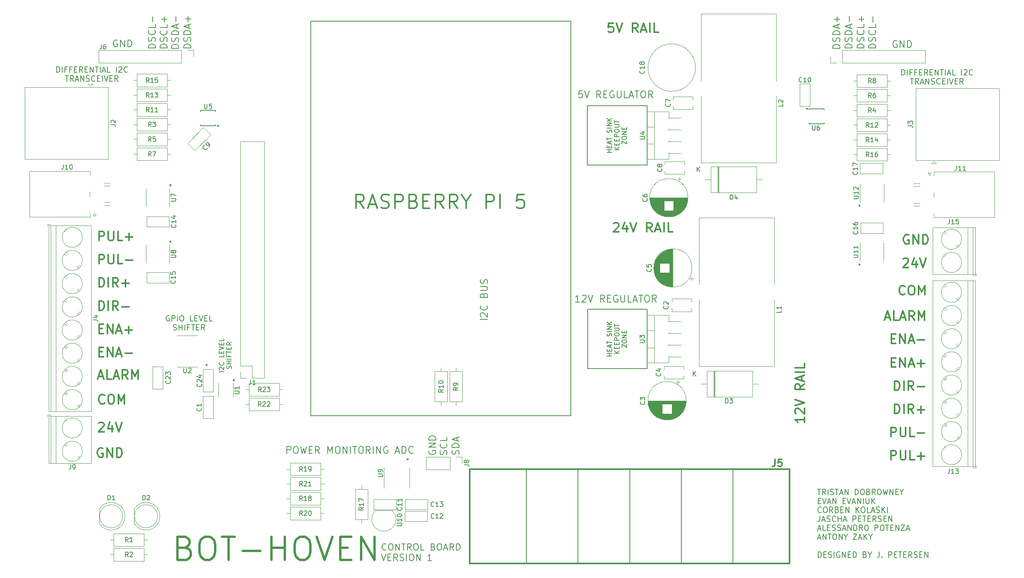
<source format=gbr>
%TF.GenerationSoftware,KiCad,Pcbnew,8.0.4*%
%TF.CreationDate,2024-12-06T03:31:11-06:00*%
%TF.ProjectId,mainpcb,6d61696e-7063-4622-9e6b-696361645f70,rev?*%
%TF.SameCoordinates,Original*%
%TF.FileFunction,Legend,Top*%
%TF.FilePolarity,Positive*%
%FSLAX46Y46*%
G04 Gerber Fmt 4.6, Leading zero omitted, Abs format (unit mm)*
G04 Created by KiCad (PCBNEW 8.0.4) date 2024-12-06 03:31:11*
%MOMM*%
%LPD*%
G01*
G04 APERTURE LIST*
%ADD10C,0.200000*%
%ADD11C,0.300000*%
%ADD12C,0.150000*%
%ADD13C,0.500000*%
%ADD14C,0.120000*%
G04 APERTURE END LIST*
D10*
X145221028Y-98595149D02*
X143721028Y-98595149D01*
X143863885Y-97952291D02*
X143792457Y-97880863D01*
X143792457Y-97880863D02*
X143721028Y-97738006D01*
X143721028Y-97738006D02*
X143721028Y-97380863D01*
X143721028Y-97380863D02*
X143792457Y-97238006D01*
X143792457Y-97238006D02*
X143863885Y-97166577D01*
X143863885Y-97166577D02*
X144006742Y-97095148D01*
X144006742Y-97095148D02*
X144149600Y-97095148D01*
X144149600Y-97095148D02*
X144363885Y-97166577D01*
X144363885Y-97166577D02*
X145221028Y-98023720D01*
X145221028Y-98023720D02*
X145221028Y-97095148D01*
X145078171Y-95595149D02*
X145149600Y-95666577D01*
X145149600Y-95666577D02*
X145221028Y-95880863D01*
X145221028Y-95880863D02*
X145221028Y-96023720D01*
X145221028Y-96023720D02*
X145149600Y-96238006D01*
X145149600Y-96238006D02*
X145006742Y-96380863D01*
X145006742Y-96380863D02*
X144863885Y-96452292D01*
X144863885Y-96452292D02*
X144578171Y-96523720D01*
X144578171Y-96523720D02*
X144363885Y-96523720D01*
X144363885Y-96523720D02*
X144078171Y-96452292D01*
X144078171Y-96452292D02*
X143935314Y-96380863D01*
X143935314Y-96380863D02*
X143792457Y-96238006D01*
X143792457Y-96238006D02*
X143721028Y-96023720D01*
X143721028Y-96023720D02*
X143721028Y-95880863D01*
X143721028Y-95880863D02*
X143792457Y-95666577D01*
X143792457Y-95666577D02*
X143863885Y-95595149D01*
X144435314Y-93309435D02*
X144506742Y-93095149D01*
X144506742Y-93095149D02*
X144578171Y-93023720D01*
X144578171Y-93023720D02*
X144721028Y-92952292D01*
X144721028Y-92952292D02*
X144935314Y-92952292D01*
X144935314Y-92952292D02*
X145078171Y-93023720D01*
X145078171Y-93023720D02*
X145149600Y-93095149D01*
X145149600Y-93095149D02*
X145221028Y-93238006D01*
X145221028Y-93238006D02*
X145221028Y-93809435D01*
X145221028Y-93809435D02*
X143721028Y-93809435D01*
X143721028Y-93809435D02*
X143721028Y-93309435D01*
X143721028Y-93309435D02*
X143792457Y-93166578D01*
X143792457Y-93166578D02*
X143863885Y-93095149D01*
X143863885Y-93095149D02*
X144006742Y-93023720D01*
X144006742Y-93023720D02*
X144149600Y-93023720D01*
X144149600Y-93023720D02*
X144292457Y-93095149D01*
X144292457Y-93095149D02*
X144363885Y-93166578D01*
X144363885Y-93166578D02*
X144435314Y-93309435D01*
X144435314Y-93309435D02*
X144435314Y-93809435D01*
X143721028Y-92309435D02*
X144935314Y-92309435D01*
X144935314Y-92309435D02*
X145078171Y-92238006D01*
X145078171Y-92238006D02*
X145149600Y-92166578D01*
X145149600Y-92166578D02*
X145221028Y-92023720D01*
X145221028Y-92023720D02*
X145221028Y-91738006D01*
X145221028Y-91738006D02*
X145149600Y-91595149D01*
X145149600Y-91595149D02*
X145078171Y-91523720D01*
X145078171Y-91523720D02*
X144935314Y-91452292D01*
X144935314Y-91452292D02*
X143721028Y-91452292D01*
X145149600Y-90809434D02*
X145221028Y-90595149D01*
X145221028Y-90595149D02*
X145221028Y-90238006D01*
X145221028Y-90238006D02*
X145149600Y-90095149D01*
X145149600Y-90095149D02*
X145078171Y-90023720D01*
X145078171Y-90023720D02*
X144935314Y-89952291D01*
X144935314Y-89952291D02*
X144792457Y-89952291D01*
X144792457Y-89952291D02*
X144649600Y-90023720D01*
X144649600Y-90023720D02*
X144578171Y-90095149D01*
X144578171Y-90095149D02*
X144506742Y-90238006D01*
X144506742Y-90238006D02*
X144435314Y-90523720D01*
X144435314Y-90523720D02*
X144363885Y-90666577D01*
X144363885Y-90666577D02*
X144292457Y-90738006D01*
X144292457Y-90738006D02*
X144149600Y-90809434D01*
X144149600Y-90809434D02*
X144006742Y-90809434D01*
X144006742Y-90809434D02*
X143863885Y-90738006D01*
X143863885Y-90738006D02*
X143792457Y-90666577D01*
X143792457Y-90666577D02*
X143721028Y-90523720D01*
X143721028Y-90523720D02*
X143721028Y-90166577D01*
X143721028Y-90166577D02*
X143792457Y-89952291D01*
X88508871Y-109820380D02*
X87508871Y-109820380D01*
X87604109Y-109391809D02*
X87556490Y-109344190D01*
X87556490Y-109344190D02*
X87508871Y-109248952D01*
X87508871Y-109248952D02*
X87508871Y-109010857D01*
X87508871Y-109010857D02*
X87556490Y-108915619D01*
X87556490Y-108915619D02*
X87604109Y-108868000D01*
X87604109Y-108868000D02*
X87699347Y-108820381D01*
X87699347Y-108820381D02*
X87794585Y-108820381D01*
X87794585Y-108820381D02*
X87937442Y-108868000D01*
X87937442Y-108868000D02*
X88508871Y-109439428D01*
X88508871Y-109439428D02*
X88508871Y-108820381D01*
X88413632Y-107820381D02*
X88461252Y-107868000D01*
X88461252Y-107868000D02*
X88508871Y-108010857D01*
X88508871Y-108010857D02*
X88508871Y-108106095D01*
X88508871Y-108106095D02*
X88461252Y-108248952D01*
X88461252Y-108248952D02*
X88366013Y-108344190D01*
X88366013Y-108344190D02*
X88270775Y-108391809D01*
X88270775Y-108391809D02*
X88080299Y-108439428D01*
X88080299Y-108439428D02*
X87937442Y-108439428D01*
X87937442Y-108439428D02*
X87746966Y-108391809D01*
X87746966Y-108391809D02*
X87651728Y-108344190D01*
X87651728Y-108344190D02*
X87556490Y-108248952D01*
X87556490Y-108248952D02*
X87508871Y-108106095D01*
X87508871Y-108106095D02*
X87508871Y-108010857D01*
X87508871Y-108010857D02*
X87556490Y-107868000D01*
X87556490Y-107868000D02*
X87604109Y-107820381D01*
X88508871Y-106153714D02*
X88508871Y-106629904D01*
X88508871Y-106629904D02*
X87508871Y-106629904D01*
X87985061Y-105820380D02*
X87985061Y-105487047D01*
X88508871Y-105344190D02*
X88508871Y-105820380D01*
X88508871Y-105820380D02*
X87508871Y-105820380D01*
X87508871Y-105820380D02*
X87508871Y-105344190D01*
X87508871Y-105058475D02*
X88508871Y-104725142D01*
X88508871Y-104725142D02*
X87508871Y-104391809D01*
X87985061Y-104058475D02*
X87985061Y-103725142D01*
X88508871Y-103582285D02*
X88508871Y-104058475D01*
X88508871Y-104058475D02*
X87508871Y-104058475D01*
X87508871Y-104058475D02*
X87508871Y-103582285D01*
X88508871Y-102677523D02*
X88508871Y-103153713D01*
X88508871Y-103153713D02*
X87508871Y-103153713D01*
X90071196Y-109129904D02*
X90118815Y-108987047D01*
X90118815Y-108987047D02*
X90118815Y-108748952D01*
X90118815Y-108748952D02*
X90071196Y-108653714D01*
X90071196Y-108653714D02*
X90023576Y-108606095D01*
X90023576Y-108606095D02*
X89928338Y-108558476D01*
X89928338Y-108558476D02*
X89833100Y-108558476D01*
X89833100Y-108558476D02*
X89737862Y-108606095D01*
X89737862Y-108606095D02*
X89690243Y-108653714D01*
X89690243Y-108653714D02*
X89642624Y-108748952D01*
X89642624Y-108748952D02*
X89595005Y-108939428D01*
X89595005Y-108939428D02*
X89547386Y-109034666D01*
X89547386Y-109034666D02*
X89499767Y-109082285D01*
X89499767Y-109082285D02*
X89404529Y-109129904D01*
X89404529Y-109129904D02*
X89309291Y-109129904D01*
X89309291Y-109129904D02*
X89214053Y-109082285D01*
X89214053Y-109082285D02*
X89166434Y-109034666D01*
X89166434Y-109034666D02*
X89118815Y-108939428D01*
X89118815Y-108939428D02*
X89118815Y-108701333D01*
X89118815Y-108701333D02*
X89166434Y-108558476D01*
X90118815Y-108129904D02*
X89118815Y-108129904D01*
X89595005Y-108129904D02*
X89595005Y-107558476D01*
X90118815Y-107558476D02*
X89118815Y-107558476D01*
X90118815Y-107082285D02*
X89118815Y-107082285D01*
X89595005Y-106272762D02*
X89595005Y-106606095D01*
X90118815Y-106606095D02*
X89118815Y-106606095D01*
X89118815Y-106606095D02*
X89118815Y-106129905D01*
X89118815Y-105891809D02*
X89118815Y-105320381D01*
X90118815Y-105606095D02*
X89118815Y-105606095D01*
X89595005Y-104987047D02*
X89595005Y-104653714D01*
X90118815Y-104510857D02*
X90118815Y-104987047D01*
X90118815Y-104987047D02*
X89118815Y-104987047D01*
X89118815Y-104987047D02*
X89118815Y-104510857D01*
X90118815Y-103510857D02*
X89642624Y-103844190D01*
X90118815Y-104082285D02*
X89118815Y-104082285D01*
X89118815Y-104082285D02*
X89118815Y-103701333D01*
X89118815Y-103701333D02*
X89166434Y-103606095D01*
X89166434Y-103606095D02*
X89214053Y-103558476D01*
X89214053Y-103558476D02*
X89309291Y-103510857D01*
X89309291Y-103510857D02*
X89452148Y-103510857D01*
X89452148Y-103510857D02*
X89547386Y-103558476D01*
X89547386Y-103558476D02*
X89595005Y-103606095D01*
X89595005Y-103606095D02*
X89642624Y-103701333D01*
X89642624Y-103701333D02*
X89642624Y-104082285D01*
X76771428Y-97778509D02*
X76657143Y-97721366D01*
X76657143Y-97721366D02*
X76485714Y-97721366D01*
X76485714Y-97721366D02*
X76314285Y-97778509D01*
X76314285Y-97778509D02*
X76200000Y-97892795D01*
X76200000Y-97892795D02*
X76142857Y-98007081D01*
X76142857Y-98007081D02*
X76085714Y-98235652D01*
X76085714Y-98235652D02*
X76085714Y-98407081D01*
X76085714Y-98407081D02*
X76142857Y-98635652D01*
X76142857Y-98635652D02*
X76200000Y-98749938D01*
X76200000Y-98749938D02*
X76314285Y-98864224D01*
X76314285Y-98864224D02*
X76485714Y-98921366D01*
X76485714Y-98921366D02*
X76600000Y-98921366D01*
X76600000Y-98921366D02*
X76771428Y-98864224D01*
X76771428Y-98864224D02*
X76828571Y-98807081D01*
X76828571Y-98807081D02*
X76828571Y-98407081D01*
X76828571Y-98407081D02*
X76600000Y-98407081D01*
X77342857Y-98921366D02*
X77342857Y-97721366D01*
X77342857Y-97721366D02*
X77800000Y-97721366D01*
X77800000Y-97721366D02*
X77914285Y-97778509D01*
X77914285Y-97778509D02*
X77971428Y-97835652D01*
X77971428Y-97835652D02*
X78028571Y-97949938D01*
X78028571Y-97949938D02*
X78028571Y-98121366D01*
X78028571Y-98121366D02*
X77971428Y-98235652D01*
X77971428Y-98235652D02*
X77914285Y-98292795D01*
X77914285Y-98292795D02*
X77800000Y-98349938D01*
X77800000Y-98349938D02*
X77342857Y-98349938D01*
X78542857Y-98921366D02*
X78542857Y-97721366D01*
X79342857Y-97721366D02*
X79571429Y-97721366D01*
X79571429Y-97721366D02*
X79685714Y-97778509D01*
X79685714Y-97778509D02*
X79800000Y-97892795D01*
X79800000Y-97892795D02*
X79857143Y-98121366D01*
X79857143Y-98121366D02*
X79857143Y-98521366D01*
X79857143Y-98521366D02*
X79800000Y-98749938D01*
X79800000Y-98749938D02*
X79685714Y-98864224D01*
X79685714Y-98864224D02*
X79571429Y-98921366D01*
X79571429Y-98921366D02*
X79342857Y-98921366D01*
X79342857Y-98921366D02*
X79228572Y-98864224D01*
X79228572Y-98864224D02*
X79114286Y-98749938D01*
X79114286Y-98749938D02*
X79057143Y-98521366D01*
X79057143Y-98521366D02*
X79057143Y-98121366D01*
X79057143Y-98121366D02*
X79114286Y-97892795D01*
X79114286Y-97892795D02*
X79228572Y-97778509D01*
X79228572Y-97778509D02*
X79342857Y-97721366D01*
X81857143Y-98921366D02*
X81285715Y-98921366D01*
X81285715Y-98921366D02*
X81285715Y-97721366D01*
X82257144Y-98292795D02*
X82657144Y-98292795D01*
X82828572Y-98921366D02*
X82257144Y-98921366D01*
X82257144Y-98921366D02*
X82257144Y-97721366D01*
X82257144Y-97721366D02*
X82828572Y-97721366D01*
X83171429Y-97721366D02*
X83571429Y-98921366D01*
X83571429Y-98921366D02*
X83971429Y-97721366D01*
X84371429Y-98292795D02*
X84771429Y-98292795D01*
X84942857Y-98921366D02*
X84371429Y-98921366D01*
X84371429Y-98921366D02*
X84371429Y-97721366D01*
X84371429Y-97721366D02*
X84942857Y-97721366D01*
X86028571Y-98921366D02*
X85457143Y-98921366D01*
X85457143Y-98921366D02*
X85457143Y-97721366D01*
X77628571Y-100796157D02*
X77800000Y-100853299D01*
X77800000Y-100853299D02*
X78085714Y-100853299D01*
X78085714Y-100853299D02*
X78200000Y-100796157D01*
X78200000Y-100796157D02*
X78257142Y-100739014D01*
X78257142Y-100739014D02*
X78314285Y-100624728D01*
X78314285Y-100624728D02*
X78314285Y-100510442D01*
X78314285Y-100510442D02*
X78257142Y-100396157D01*
X78257142Y-100396157D02*
X78200000Y-100339014D01*
X78200000Y-100339014D02*
X78085714Y-100281871D01*
X78085714Y-100281871D02*
X77857142Y-100224728D01*
X77857142Y-100224728D02*
X77742857Y-100167585D01*
X77742857Y-100167585D02*
X77685714Y-100110442D01*
X77685714Y-100110442D02*
X77628571Y-99996157D01*
X77628571Y-99996157D02*
X77628571Y-99881871D01*
X77628571Y-99881871D02*
X77685714Y-99767585D01*
X77685714Y-99767585D02*
X77742857Y-99710442D01*
X77742857Y-99710442D02*
X77857142Y-99653299D01*
X77857142Y-99653299D02*
X78142857Y-99653299D01*
X78142857Y-99653299D02*
X78314285Y-99710442D01*
X78828571Y-100853299D02*
X78828571Y-99653299D01*
X78828571Y-100224728D02*
X79514285Y-100224728D01*
X79514285Y-100853299D02*
X79514285Y-99653299D01*
X80085714Y-100853299D02*
X80085714Y-99653299D01*
X81057143Y-100224728D02*
X80657143Y-100224728D01*
X80657143Y-100853299D02*
X80657143Y-99653299D01*
X80657143Y-99653299D02*
X81228571Y-99653299D01*
X81514285Y-99653299D02*
X82200000Y-99653299D01*
X81857142Y-100853299D02*
X81857142Y-99653299D01*
X82600000Y-100224728D02*
X83000000Y-100224728D01*
X83171428Y-100853299D02*
X82600000Y-100853299D01*
X82600000Y-100853299D02*
X82600000Y-99653299D01*
X82600000Y-99653299D02*
X83171428Y-99653299D01*
X84371428Y-100853299D02*
X83971428Y-100281871D01*
X83685714Y-100853299D02*
X83685714Y-99653299D01*
X83685714Y-99653299D02*
X84142857Y-99653299D01*
X84142857Y-99653299D02*
X84257142Y-99710442D01*
X84257142Y-99710442D02*
X84314285Y-99767585D01*
X84314285Y-99767585D02*
X84371428Y-99881871D01*
X84371428Y-99881871D02*
X84371428Y-100053299D01*
X84371428Y-100053299D02*
X84314285Y-100167585D01*
X84314285Y-100167585D02*
X84257142Y-100224728D01*
X84257142Y-100224728D02*
X84142857Y-100281871D01*
X84142857Y-100281871D02*
X83685714Y-100281871D01*
X102083352Y-127430374D02*
X102083352Y-125930374D01*
X102083352Y-125930374D02*
X102654781Y-125930374D01*
X102654781Y-125930374D02*
X102797638Y-126001803D01*
X102797638Y-126001803D02*
X102869067Y-126073231D01*
X102869067Y-126073231D02*
X102940495Y-126216088D01*
X102940495Y-126216088D02*
X102940495Y-126430374D01*
X102940495Y-126430374D02*
X102869067Y-126573231D01*
X102869067Y-126573231D02*
X102797638Y-126644660D01*
X102797638Y-126644660D02*
X102654781Y-126716088D01*
X102654781Y-126716088D02*
X102083352Y-126716088D01*
X103869067Y-125930374D02*
X104154781Y-125930374D01*
X104154781Y-125930374D02*
X104297638Y-126001803D01*
X104297638Y-126001803D02*
X104440495Y-126144660D01*
X104440495Y-126144660D02*
X104511924Y-126430374D01*
X104511924Y-126430374D02*
X104511924Y-126930374D01*
X104511924Y-126930374D02*
X104440495Y-127216088D01*
X104440495Y-127216088D02*
X104297638Y-127358946D01*
X104297638Y-127358946D02*
X104154781Y-127430374D01*
X104154781Y-127430374D02*
X103869067Y-127430374D01*
X103869067Y-127430374D02*
X103726210Y-127358946D01*
X103726210Y-127358946D02*
X103583352Y-127216088D01*
X103583352Y-127216088D02*
X103511924Y-126930374D01*
X103511924Y-126930374D02*
X103511924Y-126430374D01*
X103511924Y-126430374D02*
X103583352Y-126144660D01*
X103583352Y-126144660D02*
X103726210Y-126001803D01*
X103726210Y-126001803D02*
X103869067Y-125930374D01*
X105011924Y-125930374D02*
X105369067Y-127430374D01*
X105369067Y-127430374D02*
X105654781Y-126358946D01*
X105654781Y-126358946D02*
X105940496Y-127430374D01*
X105940496Y-127430374D02*
X106297639Y-125930374D01*
X106869067Y-126644660D02*
X107369067Y-126644660D01*
X107583353Y-127430374D02*
X106869067Y-127430374D01*
X106869067Y-127430374D02*
X106869067Y-125930374D01*
X106869067Y-125930374D02*
X107583353Y-125930374D01*
X109083353Y-127430374D02*
X108583353Y-126716088D01*
X108226210Y-127430374D02*
X108226210Y-125930374D01*
X108226210Y-125930374D02*
X108797639Y-125930374D01*
X108797639Y-125930374D02*
X108940496Y-126001803D01*
X108940496Y-126001803D02*
X109011925Y-126073231D01*
X109011925Y-126073231D02*
X109083353Y-126216088D01*
X109083353Y-126216088D02*
X109083353Y-126430374D01*
X109083353Y-126430374D02*
X109011925Y-126573231D01*
X109011925Y-126573231D02*
X108940496Y-126644660D01*
X108940496Y-126644660D02*
X108797639Y-126716088D01*
X108797639Y-126716088D02*
X108226210Y-126716088D01*
X110869067Y-127430374D02*
X110869067Y-125930374D01*
X110869067Y-125930374D02*
X111369067Y-127001803D01*
X111369067Y-127001803D02*
X111869067Y-125930374D01*
X111869067Y-125930374D02*
X111869067Y-127430374D01*
X112869068Y-125930374D02*
X113154782Y-125930374D01*
X113154782Y-125930374D02*
X113297639Y-126001803D01*
X113297639Y-126001803D02*
X113440496Y-126144660D01*
X113440496Y-126144660D02*
X113511925Y-126430374D01*
X113511925Y-126430374D02*
X113511925Y-126930374D01*
X113511925Y-126930374D02*
X113440496Y-127216088D01*
X113440496Y-127216088D02*
X113297639Y-127358946D01*
X113297639Y-127358946D02*
X113154782Y-127430374D01*
X113154782Y-127430374D02*
X112869068Y-127430374D01*
X112869068Y-127430374D02*
X112726211Y-127358946D01*
X112726211Y-127358946D02*
X112583353Y-127216088D01*
X112583353Y-127216088D02*
X112511925Y-126930374D01*
X112511925Y-126930374D02*
X112511925Y-126430374D01*
X112511925Y-126430374D02*
X112583353Y-126144660D01*
X112583353Y-126144660D02*
X112726211Y-126001803D01*
X112726211Y-126001803D02*
X112869068Y-125930374D01*
X114154782Y-127430374D02*
X114154782Y-125930374D01*
X114154782Y-125930374D02*
X115011925Y-127430374D01*
X115011925Y-127430374D02*
X115011925Y-125930374D01*
X115726211Y-127430374D02*
X115726211Y-125930374D01*
X116226212Y-125930374D02*
X117083355Y-125930374D01*
X116654783Y-127430374D02*
X116654783Y-125930374D01*
X117869069Y-125930374D02*
X118154783Y-125930374D01*
X118154783Y-125930374D02*
X118297640Y-126001803D01*
X118297640Y-126001803D02*
X118440497Y-126144660D01*
X118440497Y-126144660D02*
X118511926Y-126430374D01*
X118511926Y-126430374D02*
X118511926Y-126930374D01*
X118511926Y-126930374D02*
X118440497Y-127216088D01*
X118440497Y-127216088D02*
X118297640Y-127358946D01*
X118297640Y-127358946D02*
X118154783Y-127430374D01*
X118154783Y-127430374D02*
X117869069Y-127430374D01*
X117869069Y-127430374D02*
X117726212Y-127358946D01*
X117726212Y-127358946D02*
X117583354Y-127216088D01*
X117583354Y-127216088D02*
X117511926Y-126930374D01*
X117511926Y-126930374D02*
X117511926Y-126430374D01*
X117511926Y-126430374D02*
X117583354Y-126144660D01*
X117583354Y-126144660D02*
X117726212Y-126001803D01*
X117726212Y-126001803D02*
X117869069Y-125930374D01*
X120011926Y-127430374D02*
X119511926Y-126716088D01*
X119154783Y-127430374D02*
X119154783Y-125930374D01*
X119154783Y-125930374D02*
X119726212Y-125930374D01*
X119726212Y-125930374D02*
X119869069Y-126001803D01*
X119869069Y-126001803D02*
X119940498Y-126073231D01*
X119940498Y-126073231D02*
X120011926Y-126216088D01*
X120011926Y-126216088D02*
X120011926Y-126430374D01*
X120011926Y-126430374D02*
X119940498Y-126573231D01*
X119940498Y-126573231D02*
X119869069Y-126644660D01*
X119869069Y-126644660D02*
X119726212Y-126716088D01*
X119726212Y-126716088D02*
X119154783Y-126716088D01*
X120654783Y-127430374D02*
X120654783Y-125930374D01*
X121369069Y-127430374D02*
X121369069Y-125930374D01*
X121369069Y-125930374D02*
X122226212Y-127430374D01*
X122226212Y-127430374D02*
X122226212Y-125930374D01*
X123726213Y-126001803D02*
X123583356Y-125930374D01*
X123583356Y-125930374D02*
X123369070Y-125930374D01*
X123369070Y-125930374D02*
X123154784Y-126001803D01*
X123154784Y-126001803D02*
X123011927Y-126144660D01*
X123011927Y-126144660D02*
X122940498Y-126287517D01*
X122940498Y-126287517D02*
X122869070Y-126573231D01*
X122869070Y-126573231D02*
X122869070Y-126787517D01*
X122869070Y-126787517D02*
X122940498Y-127073231D01*
X122940498Y-127073231D02*
X123011927Y-127216088D01*
X123011927Y-127216088D02*
X123154784Y-127358946D01*
X123154784Y-127358946D02*
X123369070Y-127430374D01*
X123369070Y-127430374D02*
X123511927Y-127430374D01*
X123511927Y-127430374D02*
X123726213Y-127358946D01*
X123726213Y-127358946D02*
X123797641Y-127287517D01*
X123797641Y-127287517D02*
X123797641Y-126787517D01*
X123797641Y-126787517D02*
X123511927Y-126787517D01*
X125511927Y-127001803D02*
X126226213Y-127001803D01*
X125369070Y-127430374D02*
X125869070Y-125930374D01*
X125869070Y-125930374D02*
X126369070Y-127430374D01*
X126869069Y-127430374D02*
X126869069Y-125930374D01*
X126869069Y-125930374D02*
X127226212Y-125930374D01*
X127226212Y-125930374D02*
X127440498Y-126001803D01*
X127440498Y-126001803D02*
X127583355Y-126144660D01*
X127583355Y-126144660D02*
X127654784Y-126287517D01*
X127654784Y-126287517D02*
X127726212Y-126573231D01*
X127726212Y-126573231D02*
X127726212Y-126787517D01*
X127726212Y-126787517D02*
X127654784Y-127073231D01*
X127654784Y-127073231D02*
X127583355Y-127216088D01*
X127583355Y-127216088D02*
X127440498Y-127358946D01*
X127440498Y-127358946D02*
X127226212Y-127430374D01*
X127226212Y-127430374D02*
X126869069Y-127430374D01*
X129226212Y-127287517D02*
X129154784Y-127358946D01*
X129154784Y-127358946D02*
X128940498Y-127430374D01*
X128940498Y-127430374D02*
X128797641Y-127430374D01*
X128797641Y-127430374D02*
X128583355Y-127358946D01*
X128583355Y-127358946D02*
X128440498Y-127216088D01*
X128440498Y-127216088D02*
X128369069Y-127073231D01*
X128369069Y-127073231D02*
X128297641Y-126787517D01*
X128297641Y-126787517D02*
X128297641Y-126573231D01*
X128297641Y-126573231D02*
X128369069Y-126287517D01*
X128369069Y-126287517D02*
X128440498Y-126144660D01*
X128440498Y-126144660D02*
X128583355Y-126001803D01*
X128583355Y-126001803D02*
X128797641Y-125930374D01*
X128797641Y-125930374D02*
X128940498Y-125930374D01*
X128940498Y-125930374D02*
X129154784Y-126001803D01*
X129154784Y-126001803D02*
X129226212Y-126073231D01*
X165082708Y-94806028D02*
X164225565Y-94806028D01*
X164654136Y-94806028D02*
X164654136Y-93306028D01*
X164654136Y-93306028D02*
X164511279Y-93520314D01*
X164511279Y-93520314D02*
X164368422Y-93663171D01*
X164368422Y-93663171D02*
X164225565Y-93734600D01*
X165654136Y-93448885D02*
X165725564Y-93377457D01*
X165725564Y-93377457D02*
X165868422Y-93306028D01*
X165868422Y-93306028D02*
X166225564Y-93306028D01*
X166225564Y-93306028D02*
X166368422Y-93377457D01*
X166368422Y-93377457D02*
X166439850Y-93448885D01*
X166439850Y-93448885D02*
X166511279Y-93591742D01*
X166511279Y-93591742D02*
X166511279Y-93734600D01*
X166511279Y-93734600D02*
X166439850Y-93948885D01*
X166439850Y-93948885D02*
X165582707Y-94806028D01*
X165582707Y-94806028D02*
X166511279Y-94806028D01*
X166939850Y-93306028D02*
X167439850Y-94806028D01*
X167439850Y-94806028D02*
X167939850Y-93306028D01*
X170439849Y-94806028D02*
X169939849Y-94091742D01*
X169582706Y-94806028D02*
X169582706Y-93306028D01*
X169582706Y-93306028D02*
X170154135Y-93306028D01*
X170154135Y-93306028D02*
X170296992Y-93377457D01*
X170296992Y-93377457D02*
X170368421Y-93448885D01*
X170368421Y-93448885D02*
X170439849Y-93591742D01*
X170439849Y-93591742D02*
X170439849Y-93806028D01*
X170439849Y-93806028D02*
X170368421Y-93948885D01*
X170368421Y-93948885D02*
X170296992Y-94020314D01*
X170296992Y-94020314D02*
X170154135Y-94091742D01*
X170154135Y-94091742D02*
X169582706Y-94091742D01*
X171082706Y-94020314D02*
X171582706Y-94020314D01*
X171796992Y-94806028D02*
X171082706Y-94806028D01*
X171082706Y-94806028D02*
X171082706Y-93306028D01*
X171082706Y-93306028D02*
X171796992Y-93306028D01*
X173225564Y-93377457D02*
X173082707Y-93306028D01*
X173082707Y-93306028D02*
X172868421Y-93306028D01*
X172868421Y-93306028D02*
X172654135Y-93377457D01*
X172654135Y-93377457D02*
X172511278Y-93520314D01*
X172511278Y-93520314D02*
X172439849Y-93663171D01*
X172439849Y-93663171D02*
X172368421Y-93948885D01*
X172368421Y-93948885D02*
X172368421Y-94163171D01*
X172368421Y-94163171D02*
X172439849Y-94448885D01*
X172439849Y-94448885D02*
X172511278Y-94591742D01*
X172511278Y-94591742D02*
X172654135Y-94734600D01*
X172654135Y-94734600D02*
X172868421Y-94806028D01*
X172868421Y-94806028D02*
X173011278Y-94806028D01*
X173011278Y-94806028D02*
X173225564Y-94734600D01*
X173225564Y-94734600D02*
X173296992Y-94663171D01*
X173296992Y-94663171D02*
X173296992Y-94163171D01*
X173296992Y-94163171D02*
X173011278Y-94163171D01*
X173939849Y-93306028D02*
X173939849Y-94520314D01*
X173939849Y-94520314D02*
X174011278Y-94663171D01*
X174011278Y-94663171D02*
X174082707Y-94734600D01*
X174082707Y-94734600D02*
X174225564Y-94806028D01*
X174225564Y-94806028D02*
X174511278Y-94806028D01*
X174511278Y-94806028D02*
X174654135Y-94734600D01*
X174654135Y-94734600D02*
X174725564Y-94663171D01*
X174725564Y-94663171D02*
X174796992Y-94520314D01*
X174796992Y-94520314D02*
X174796992Y-93306028D01*
X176225564Y-94806028D02*
X175511278Y-94806028D01*
X175511278Y-94806028D02*
X175511278Y-93306028D01*
X176654136Y-94377457D02*
X177368422Y-94377457D01*
X176511279Y-94806028D02*
X177011279Y-93306028D01*
X177011279Y-93306028D02*
X177511279Y-94806028D01*
X177796993Y-93306028D02*
X178654136Y-93306028D01*
X178225564Y-94806028D02*
X178225564Y-93306028D01*
X179439850Y-93306028D02*
X179725564Y-93306028D01*
X179725564Y-93306028D02*
X179868421Y-93377457D01*
X179868421Y-93377457D02*
X180011278Y-93520314D01*
X180011278Y-93520314D02*
X180082707Y-93806028D01*
X180082707Y-93806028D02*
X180082707Y-94306028D01*
X180082707Y-94306028D02*
X180011278Y-94591742D01*
X180011278Y-94591742D02*
X179868421Y-94734600D01*
X179868421Y-94734600D02*
X179725564Y-94806028D01*
X179725564Y-94806028D02*
X179439850Y-94806028D01*
X179439850Y-94806028D02*
X179296993Y-94734600D01*
X179296993Y-94734600D02*
X179154135Y-94591742D01*
X179154135Y-94591742D02*
X179082707Y-94306028D01*
X179082707Y-94306028D02*
X179082707Y-93806028D01*
X179082707Y-93806028D02*
X179154135Y-93520314D01*
X179154135Y-93520314D02*
X179296993Y-93377457D01*
X179296993Y-93377457D02*
X179439850Y-93306028D01*
X181582707Y-94806028D02*
X181082707Y-94091742D01*
X180725564Y-94806028D02*
X180725564Y-93306028D01*
X180725564Y-93306028D02*
X181296993Y-93306028D01*
X181296993Y-93306028D02*
X181439850Y-93377457D01*
X181439850Y-93377457D02*
X181511279Y-93448885D01*
X181511279Y-93448885D02*
X181582707Y-93591742D01*
X181582707Y-93591742D02*
X181582707Y-93806028D01*
X181582707Y-93806028D02*
X181511279Y-93948885D01*
X181511279Y-93948885D02*
X181439850Y-94020314D01*
X181439850Y-94020314D02*
X181296993Y-94091742D01*
X181296993Y-94091742D02*
X180725564Y-94091742D01*
X165625010Y-49306028D02*
X164910724Y-49306028D01*
X164910724Y-49306028D02*
X164839296Y-50020314D01*
X164839296Y-50020314D02*
X164910724Y-49948885D01*
X164910724Y-49948885D02*
X165053582Y-49877457D01*
X165053582Y-49877457D02*
X165410724Y-49877457D01*
X165410724Y-49877457D02*
X165553582Y-49948885D01*
X165553582Y-49948885D02*
X165625010Y-50020314D01*
X165625010Y-50020314D02*
X165696439Y-50163171D01*
X165696439Y-50163171D02*
X165696439Y-50520314D01*
X165696439Y-50520314D02*
X165625010Y-50663171D01*
X165625010Y-50663171D02*
X165553582Y-50734600D01*
X165553582Y-50734600D02*
X165410724Y-50806028D01*
X165410724Y-50806028D02*
X165053582Y-50806028D01*
X165053582Y-50806028D02*
X164910724Y-50734600D01*
X164910724Y-50734600D02*
X164839296Y-50663171D01*
X166125010Y-49306028D02*
X166625010Y-50806028D01*
X166625010Y-50806028D02*
X167125010Y-49306028D01*
X169625009Y-50806028D02*
X169125009Y-50091742D01*
X168767866Y-50806028D02*
X168767866Y-49306028D01*
X168767866Y-49306028D02*
X169339295Y-49306028D01*
X169339295Y-49306028D02*
X169482152Y-49377457D01*
X169482152Y-49377457D02*
X169553581Y-49448885D01*
X169553581Y-49448885D02*
X169625009Y-49591742D01*
X169625009Y-49591742D02*
X169625009Y-49806028D01*
X169625009Y-49806028D02*
X169553581Y-49948885D01*
X169553581Y-49948885D02*
X169482152Y-50020314D01*
X169482152Y-50020314D02*
X169339295Y-50091742D01*
X169339295Y-50091742D02*
X168767866Y-50091742D01*
X170267866Y-50020314D02*
X170767866Y-50020314D01*
X170982152Y-50806028D02*
X170267866Y-50806028D01*
X170267866Y-50806028D02*
X170267866Y-49306028D01*
X170267866Y-49306028D02*
X170982152Y-49306028D01*
X172410724Y-49377457D02*
X172267867Y-49306028D01*
X172267867Y-49306028D02*
X172053581Y-49306028D01*
X172053581Y-49306028D02*
X171839295Y-49377457D01*
X171839295Y-49377457D02*
X171696438Y-49520314D01*
X171696438Y-49520314D02*
X171625009Y-49663171D01*
X171625009Y-49663171D02*
X171553581Y-49948885D01*
X171553581Y-49948885D02*
X171553581Y-50163171D01*
X171553581Y-50163171D02*
X171625009Y-50448885D01*
X171625009Y-50448885D02*
X171696438Y-50591742D01*
X171696438Y-50591742D02*
X171839295Y-50734600D01*
X171839295Y-50734600D02*
X172053581Y-50806028D01*
X172053581Y-50806028D02*
X172196438Y-50806028D01*
X172196438Y-50806028D02*
X172410724Y-50734600D01*
X172410724Y-50734600D02*
X172482152Y-50663171D01*
X172482152Y-50663171D02*
X172482152Y-50163171D01*
X172482152Y-50163171D02*
X172196438Y-50163171D01*
X173125009Y-49306028D02*
X173125009Y-50520314D01*
X173125009Y-50520314D02*
X173196438Y-50663171D01*
X173196438Y-50663171D02*
X173267867Y-50734600D01*
X173267867Y-50734600D02*
X173410724Y-50806028D01*
X173410724Y-50806028D02*
X173696438Y-50806028D01*
X173696438Y-50806028D02*
X173839295Y-50734600D01*
X173839295Y-50734600D02*
X173910724Y-50663171D01*
X173910724Y-50663171D02*
X173982152Y-50520314D01*
X173982152Y-50520314D02*
X173982152Y-49306028D01*
X175410724Y-50806028D02*
X174696438Y-50806028D01*
X174696438Y-50806028D02*
X174696438Y-49306028D01*
X175839296Y-50377457D02*
X176553582Y-50377457D01*
X175696439Y-50806028D02*
X176196439Y-49306028D01*
X176196439Y-49306028D02*
X176696439Y-50806028D01*
X176982153Y-49306028D02*
X177839296Y-49306028D01*
X177410724Y-50806028D02*
X177410724Y-49306028D01*
X178625010Y-49306028D02*
X178910724Y-49306028D01*
X178910724Y-49306028D02*
X179053581Y-49377457D01*
X179053581Y-49377457D02*
X179196438Y-49520314D01*
X179196438Y-49520314D02*
X179267867Y-49806028D01*
X179267867Y-49806028D02*
X179267867Y-50306028D01*
X179267867Y-50306028D02*
X179196438Y-50591742D01*
X179196438Y-50591742D02*
X179053581Y-50734600D01*
X179053581Y-50734600D02*
X178910724Y-50806028D01*
X178910724Y-50806028D02*
X178625010Y-50806028D01*
X178625010Y-50806028D02*
X178482153Y-50734600D01*
X178482153Y-50734600D02*
X178339295Y-50591742D01*
X178339295Y-50591742D02*
X178267867Y-50306028D01*
X178267867Y-50306028D02*
X178267867Y-49806028D01*
X178267867Y-49806028D02*
X178339295Y-49520314D01*
X178339295Y-49520314D02*
X178482153Y-49377457D01*
X178482153Y-49377457D02*
X178625010Y-49306028D01*
X180767867Y-50806028D02*
X180267867Y-50091742D01*
X179910724Y-50806028D02*
X179910724Y-49306028D01*
X179910724Y-49306028D02*
X180482153Y-49306028D01*
X180482153Y-49306028D02*
X180625010Y-49377457D01*
X180625010Y-49377457D02*
X180696439Y-49448885D01*
X180696439Y-49448885D02*
X180767867Y-49591742D01*
X180767867Y-49591742D02*
X180767867Y-49806028D01*
X180767867Y-49806028D02*
X180696439Y-49948885D01*
X180696439Y-49948885D02*
X180625010Y-50020314D01*
X180625010Y-50020314D02*
X180482153Y-50091742D01*
X180482153Y-50091742D02*
X179910724Y-50091742D01*
D11*
X118642857Y-74617257D02*
X117642857Y-73188685D01*
X116928571Y-74617257D02*
X116928571Y-71617257D01*
X116928571Y-71617257D02*
X118071428Y-71617257D01*
X118071428Y-71617257D02*
X118357143Y-71760114D01*
X118357143Y-71760114D02*
X118500000Y-71902971D01*
X118500000Y-71902971D02*
X118642857Y-72188685D01*
X118642857Y-72188685D02*
X118642857Y-72617257D01*
X118642857Y-72617257D02*
X118500000Y-72902971D01*
X118500000Y-72902971D02*
X118357143Y-73045828D01*
X118357143Y-73045828D02*
X118071428Y-73188685D01*
X118071428Y-73188685D02*
X116928571Y-73188685D01*
X119785714Y-73760114D02*
X121214286Y-73760114D01*
X119500000Y-74617257D02*
X120500000Y-71617257D01*
X120500000Y-71617257D02*
X121500000Y-74617257D01*
X122357143Y-74474400D02*
X122785715Y-74617257D01*
X122785715Y-74617257D02*
X123500000Y-74617257D01*
X123500000Y-74617257D02*
X123785715Y-74474400D01*
X123785715Y-74474400D02*
X123928572Y-74331542D01*
X123928572Y-74331542D02*
X124071429Y-74045828D01*
X124071429Y-74045828D02*
X124071429Y-73760114D01*
X124071429Y-73760114D02*
X123928572Y-73474400D01*
X123928572Y-73474400D02*
X123785715Y-73331542D01*
X123785715Y-73331542D02*
X123500000Y-73188685D01*
X123500000Y-73188685D02*
X122928572Y-73045828D01*
X122928572Y-73045828D02*
X122642857Y-72902971D01*
X122642857Y-72902971D02*
X122500000Y-72760114D01*
X122500000Y-72760114D02*
X122357143Y-72474400D01*
X122357143Y-72474400D02*
X122357143Y-72188685D01*
X122357143Y-72188685D02*
X122500000Y-71902971D01*
X122500000Y-71902971D02*
X122642857Y-71760114D01*
X122642857Y-71760114D02*
X122928572Y-71617257D01*
X122928572Y-71617257D02*
X123642857Y-71617257D01*
X123642857Y-71617257D02*
X124071429Y-71760114D01*
X125357143Y-74617257D02*
X125357143Y-71617257D01*
X125357143Y-71617257D02*
X126500000Y-71617257D01*
X126500000Y-71617257D02*
X126785715Y-71760114D01*
X126785715Y-71760114D02*
X126928572Y-71902971D01*
X126928572Y-71902971D02*
X127071429Y-72188685D01*
X127071429Y-72188685D02*
X127071429Y-72617257D01*
X127071429Y-72617257D02*
X126928572Y-72902971D01*
X126928572Y-72902971D02*
X126785715Y-73045828D01*
X126785715Y-73045828D02*
X126500000Y-73188685D01*
X126500000Y-73188685D02*
X125357143Y-73188685D01*
X129357143Y-73045828D02*
X129785715Y-73188685D01*
X129785715Y-73188685D02*
X129928572Y-73331542D01*
X129928572Y-73331542D02*
X130071429Y-73617257D01*
X130071429Y-73617257D02*
X130071429Y-74045828D01*
X130071429Y-74045828D02*
X129928572Y-74331542D01*
X129928572Y-74331542D02*
X129785715Y-74474400D01*
X129785715Y-74474400D02*
X129500000Y-74617257D01*
X129500000Y-74617257D02*
X128357143Y-74617257D01*
X128357143Y-74617257D02*
X128357143Y-71617257D01*
X128357143Y-71617257D02*
X129357143Y-71617257D01*
X129357143Y-71617257D02*
X129642858Y-71760114D01*
X129642858Y-71760114D02*
X129785715Y-71902971D01*
X129785715Y-71902971D02*
X129928572Y-72188685D01*
X129928572Y-72188685D02*
X129928572Y-72474400D01*
X129928572Y-72474400D02*
X129785715Y-72760114D01*
X129785715Y-72760114D02*
X129642858Y-72902971D01*
X129642858Y-72902971D02*
X129357143Y-73045828D01*
X129357143Y-73045828D02*
X128357143Y-73045828D01*
X131357143Y-73045828D02*
X132357143Y-73045828D01*
X132785715Y-74617257D02*
X131357143Y-74617257D01*
X131357143Y-74617257D02*
X131357143Y-71617257D01*
X131357143Y-71617257D02*
X132785715Y-71617257D01*
X135785715Y-74617257D02*
X134785715Y-73188685D01*
X134071429Y-74617257D02*
X134071429Y-71617257D01*
X134071429Y-71617257D02*
X135214286Y-71617257D01*
X135214286Y-71617257D02*
X135500001Y-71760114D01*
X135500001Y-71760114D02*
X135642858Y-71902971D01*
X135642858Y-71902971D02*
X135785715Y-72188685D01*
X135785715Y-72188685D02*
X135785715Y-72617257D01*
X135785715Y-72617257D02*
X135642858Y-72902971D01*
X135642858Y-72902971D02*
X135500001Y-73045828D01*
X135500001Y-73045828D02*
X135214286Y-73188685D01*
X135214286Y-73188685D02*
X134071429Y-73188685D01*
X138785715Y-74617257D02*
X137785715Y-73188685D01*
X137071429Y-74617257D02*
X137071429Y-71617257D01*
X137071429Y-71617257D02*
X138214286Y-71617257D01*
X138214286Y-71617257D02*
X138500001Y-71760114D01*
X138500001Y-71760114D02*
X138642858Y-71902971D01*
X138642858Y-71902971D02*
X138785715Y-72188685D01*
X138785715Y-72188685D02*
X138785715Y-72617257D01*
X138785715Y-72617257D02*
X138642858Y-72902971D01*
X138642858Y-72902971D02*
X138500001Y-73045828D01*
X138500001Y-73045828D02*
X138214286Y-73188685D01*
X138214286Y-73188685D02*
X137071429Y-73188685D01*
X140642858Y-73188685D02*
X140642858Y-74617257D01*
X139642858Y-71617257D02*
X140642858Y-73188685D01*
X140642858Y-73188685D02*
X141642858Y-71617257D01*
X144928572Y-74617257D02*
X144928572Y-71617257D01*
X144928572Y-71617257D02*
X146071429Y-71617257D01*
X146071429Y-71617257D02*
X146357144Y-71760114D01*
X146357144Y-71760114D02*
X146500001Y-71902971D01*
X146500001Y-71902971D02*
X146642858Y-72188685D01*
X146642858Y-72188685D02*
X146642858Y-72617257D01*
X146642858Y-72617257D02*
X146500001Y-72902971D01*
X146500001Y-72902971D02*
X146357144Y-73045828D01*
X146357144Y-73045828D02*
X146071429Y-73188685D01*
X146071429Y-73188685D02*
X144928572Y-73188685D01*
X147928572Y-74617257D02*
X147928572Y-71617257D01*
X153071429Y-71617257D02*
X151642857Y-71617257D01*
X151642857Y-71617257D02*
X151500000Y-73045828D01*
X151500000Y-73045828D02*
X151642857Y-72902971D01*
X151642857Y-72902971D02*
X151928572Y-72760114D01*
X151928572Y-72760114D02*
X152642857Y-72760114D01*
X152642857Y-72760114D02*
X152928572Y-72902971D01*
X152928572Y-72902971D02*
X153071429Y-73045828D01*
X153071429Y-73045828D02*
X153214286Y-73331542D01*
X153214286Y-73331542D02*
X153214286Y-74045828D01*
X153214286Y-74045828D02*
X153071429Y-74331542D01*
X153071429Y-74331542D02*
X152928572Y-74474400D01*
X152928572Y-74474400D02*
X152642857Y-74617257D01*
X152642857Y-74617257D02*
X151928572Y-74617257D01*
X151928572Y-74617257D02*
X151642857Y-74474400D01*
X151642857Y-74474400D02*
X151500000Y-74331542D01*
D10*
X52506531Y-45293508D02*
X52506531Y-44093508D01*
X52506531Y-44093508D02*
X52792245Y-44093508D01*
X52792245Y-44093508D02*
X52963674Y-44150651D01*
X52963674Y-44150651D02*
X53077959Y-44264937D01*
X53077959Y-44264937D02*
X53135102Y-44379223D01*
X53135102Y-44379223D02*
X53192245Y-44607794D01*
X53192245Y-44607794D02*
X53192245Y-44779223D01*
X53192245Y-44779223D02*
X53135102Y-45007794D01*
X53135102Y-45007794D02*
X53077959Y-45122080D01*
X53077959Y-45122080D02*
X52963674Y-45236366D01*
X52963674Y-45236366D02*
X52792245Y-45293508D01*
X52792245Y-45293508D02*
X52506531Y-45293508D01*
X53706531Y-45293508D02*
X53706531Y-44093508D01*
X54677960Y-44664937D02*
X54277960Y-44664937D01*
X54277960Y-45293508D02*
X54277960Y-44093508D01*
X54277960Y-44093508D02*
X54849388Y-44093508D01*
X55706531Y-44664937D02*
X55306531Y-44664937D01*
X55306531Y-45293508D02*
X55306531Y-44093508D01*
X55306531Y-44093508D02*
X55877959Y-44093508D01*
X56335102Y-44664937D02*
X56735102Y-44664937D01*
X56906530Y-45293508D02*
X56335102Y-45293508D01*
X56335102Y-45293508D02*
X56335102Y-44093508D01*
X56335102Y-44093508D02*
X56906530Y-44093508D01*
X58106530Y-45293508D02*
X57706530Y-44722080D01*
X57420816Y-45293508D02*
X57420816Y-44093508D01*
X57420816Y-44093508D02*
X57877959Y-44093508D01*
X57877959Y-44093508D02*
X57992244Y-44150651D01*
X57992244Y-44150651D02*
X58049387Y-44207794D01*
X58049387Y-44207794D02*
X58106530Y-44322080D01*
X58106530Y-44322080D02*
X58106530Y-44493508D01*
X58106530Y-44493508D02*
X58049387Y-44607794D01*
X58049387Y-44607794D02*
X57992244Y-44664937D01*
X57992244Y-44664937D02*
X57877959Y-44722080D01*
X57877959Y-44722080D02*
X57420816Y-44722080D01*
X58620816Y-44664937D02*
X59020816Y-44664937D01*
X59192244Y-45293508D02*
X58620816Y-45293508D01*
X58620816Y-45293508D02*
X58620816Y-44093508D01*
X58620816Y-44093508D02*
X59192244Y-44093508D01*
X59706530Y-45293508D02*
X59706530Y-44093508D01*
X59706530Y-44093508D02*
X60392244Y-45293508D01*
X60392244Y-45293508D02*
X60392244Y-44093508D01*
X60792244Y-44093508D02*
X61477959Y-44093508D01*
X61135101Y-45293508D02*
X61135101Y-44093508D01*
X61877959Y-45293508D02*
X61877959Y-44093508D01*
X62392245Y-44950651D02*
X62963674Y-44950651D01*
X62277959Y-45293508D02*
X62677959Y-44093508D01*
X62677959Y-44093508D02*
X63077959Y-45293508D01*
X64049387Y-45293508D02*
X63477959Y-45293508D01*
X63477959Y-45293508D02*
X63477959Y-44093508D01*
X65363674Y-45293508D02*
X65363674Y-44093508D01*
X65877960Y-44207794D02*
X65935103Y-44150651D01*
X65935103Y-44150651D02*
X66049389Y-44093508D01*
X66049389Y-44093508D02*
X66335103Y-44093508D01*
X66335103Y-44093508D02*
X66449389Y-44150651D01*
X66449389Y-44150651D02*
X66506531Y-44207794D01*
X66506531Y-44207794D02*
X66563674Y-44322080D01*
X66563674Y-44322080D02*
X66563674Y-44436366D01*
X66563674Y-44436366D02*
X66506531Y-44607794D01*
X66506531Y-44607794D02*
X65820817Y-45293508D01*
X65820817Y-45293508D02*
X66563674Y-45293508D01*
X67763674Y-45179223D02*
X67706531Y-45236366D01*
X67706531Y-45236366D02*
X67535103Y-45293508D01*
X67535103Y-45293508D02*
X67420817Y-45293508D01*
X67420817Y-45293508D02*
X67249388Y-45236366D01*
X67249388Y-45236366D02*
X67135103Y-45122080D01*
X67135103Y-45122080D02*
X67077960Y-45007794D01*
X67077960Y-45007794D02*
X67020817Y-44779223D01*
X67020817Y-44779223D02*
X67020817Y-44607794D01*
X67020817Y-44607794D02*
X67077960Y-44379223D01*
X67077960Y-44379223D02*
X67135103Y-44264937D01*
X67135103Y-44264937D02*
X67249388Y-44150651D01*
X67249388Y-44150651D02*
X67420817Y-44093508D01*
X67420817Y-44093508D02*
X67535103Y-44093508D01*
X67535103Y-44093508D02*
X67706531Y-44150651D01*
X67706531Y-44150651D02*
X67763674Y-44207794D01*
X54363674Y-46025441D02*
X55049389Y-46025441D01*
X54706531Y-47225441D02*
X54706531Y-46025441D01*
X56135103Y-47225441D02*
X55735103Y-46654013D01*
X55449389Y-47225441D02*
X55449389Y-46025441D01*
X55449389Y-46025441D02*
X55906532Y-46025441D01*
X55906532Y-46025441D02*
X56020817Y-46082584D01*
X56020817Y-46082584D02*
X56077960Y-46139727D01*
X56077960Y-46139727D02*
X56135103Y-46254013D01*
X56135103Y-46254013D02*
X56135103Y-46425441D01*
X56135103Y-46425441D02*
X56077960Y-46539727D01*
X56077960Y-46539727D02*
X56020817Y-46596870D01*
X56020817Y-46596870D02*
X55906532Y-46654013D01*
X55906532Y-46654013D02*
X55449389Y-46654013D01*
X56592246Y-46882584D02*
X57163675Y-46882584D01*
X56477960Y-47225441D02*
X56877960Y-46025441D01*
X56877960Y-46025441D02*
X57277960Y-47225441D01*
X57677960Y-47225441D02*
X57677960Y-46025441D01*
X57677960Y-46025441D02*
X58363674Y-47225441D01*
X58363674Y-47225441D02*
X58363674Y-46025441D01*
X58877960Y-47168299D02*
X59049389Y-47225441D01*
X59049389Y-47225441D02*
X59335103Y-47225441D01*
X59335103Y-47225441D02*
X59449389Y-47168299D01*
X59449389Y-47168299D02*
X59506531Y-47111156D01*
X59506531Y-47111156D02*
X59563674Y-46996870D01*
X59563674Y-46996870D02*
X59563674Y-46882584D01*
X59563674Y-46882584D02*
X59506531Y-46768299D01*
X59506531Y-46768299D02*
X59449389Y-46711156D01*
X59449389Y-46711156D02*
X59335103Y-46654013D01*
X59335103Y-46654013D02*
X59106531Y-46596870D01*
X59106531Y-46596870D02*
X58992246Y-46539727D01*
X58992246Y-46539727D02*
X58935103Y-46482584D01*
X58935103Y-46482584D02*
X58877960Y-46368299D01*
X58877960Y-46368299D02*
X58877960Y-46254013D01*
X58877960Y-46254013D02*
X58935103Y-46139727D01*
X58935103Y-46139727D02*
X58992246Y-46082584D01*
X58992246Y-46082584D02*
X59106531Y-46025441D01*
X59106531Y-46025441D02*
X59392246Y-46025441D01*
X59392246Y-46025441D02*
X59563674Y-46082584D01*
X60763674Y-47111156D02*
X60706531Y-47168299D01*
X60706531Y-47168299D02*
X60535103Y-47225441D01*
X60535103Y-47225441D02*
X60420817Y-47225441D01*
X60420817Y-47225441D02*
X60249388Y-47168299D01*
X60249388Y-47168299D02*
X60135103Y-47054013D01*
X60135103Y-47054013D02*
X60077960Y-46939727D01*
X60077960Y-46939727D02*
X60020817Y-46711156D01*
X60020817Y-46711156D02*
X60020817Y-46539727D01*
X60020817Y-46539727D02*
X60077960Y-46311156D01*
X60077960Y-46311156D02*
X60135103Y-46196870D01*
X60135103Y-46196870D02*
X60249388Y-46082584D01*
X60249388Y-46082584D02*
X60420817Y-46025441D01*
X60420817Y-46025441D02*
X60535103Y-46025441D01*
X60535103Y-46025441D02*
X60706531Y-46082584D01*
X60706531Y-46082584D02*
X60763674Y-46139727D01*
X61277960Y-46596870D02*
X61677960Y-46596870D01*
X61849388Y-47225441D02*
X61277960Y-47225441D01*
X61277960Y-47225441D02*
X61277960Y-46025441D01*
X61277960Y-46025441D02*
X61849388Y-46025441D01*
X62363674Y-47225441D02*
X62363674Y-46025441D01*
X62763674Y-46025441D02*
X63163674Y-47225441D01*
X63163674Y-47225441D02*
X63563674Y-46025441D01*
X63963674Y-46596870D02*
X64363674Y-46596870D01*
X64535102Y-47225441D02*
X63963674Y-47225441D01*
X63963674Y-47225441D02*
X63963674Y-46025441D01*
X63963674Y-46025441D02*
X64535102Y-46025441D01*
X65735102Y-47225441D02*
X65335102Y-46654013D01*
X65049388Y-47225441D02*
X65049388Y-46025441D01*
X65049388Y-46025441D02*
X65506531Y-46025441D01*
X65506531Y-46025441D02*
X65620816Y-46082584D01*
X65620816Y-46082584D02*
X65677959Y-46139727D01*
X65677959Y-46139727D02*
X65735102Y-46254013D01*
X65735102Y-46254013D02*
X65735102Y-46425441D01*
X65735102Y-46425441D02*
X65677959Y-46539727D01*
X65677959Y-46539727D02*
X65620816Y-46596870D01*
X65620816Y-46596870D02*
X65506531Y-46654013D01*
X65506531Y-46654013D02*
X65049388Y-46654013D01*
X234400000Y-45910809D02*
X234400000Y-44710809D01*
X234400000Y-44710809D02*
X234685714Y-44710809D01*
X234685714Y-44710809D02*
X234857143Y-44767952D01*
X234857143Y-44767952D02*
X234971428Y-44882238D01*
X234971428Y-44882238D02*
X235028571Y-44996524D01*
X235028571Y-44996524D02*
X235085714Y-45225095D01*
X235085714Y-45225095D02*
X235085714Y-45396524D01*
X235085714Y-45396524D02*
X235028571Y-45625095D01*
X235028571Y-45625095D02*
X234971428Y-45739381D01*
X234971428Y-45739381D02*
X234857143Y-45853667D01*
X234857143Y-45853667D02*
X234685714Y-45910809D01*
X234685714Y-45910809D02*
X234400000Y-45910809D01*
X235600000Y-45910809D02*
X235600000Y-44710809D01*
X236571429Y-45282238D02*
X236171429Y-45282238D01*
X236171429Y-45910809D02*
X236171429Y-44710809D01*
X236171429Y-44710809D02*
X236742857Y-44710809D01*
X237600000Y-45282238D02*
X237200000Y-45282238D01*
X237200000Y-45910809D02*
X237200000Y-44710809D01*
X237200000Y-44710809D02*
X237771428Y-44710809D01*
X238228571Y-45282238D02*
X238628571Y-45282238D01*
X238799999Y-45910809D02*
X238228571Y-45910809D01*
X238228571Y-45910809D02*
X238228571Y-44710809D01*
X238228571Y-44710809D02*
X238799999Y-44710809D01*
X239999999Y-45910809D02*
X239599999Y-45339381D01*
X239314285Y-45910809D02*
X239314285Y-44710809D01*
X239314285Y-44710809D02*
X239771428Y-44710809D01*
X239771428Y-44710809D02*
X239885713Y-44767952D01*
X239885713Y-44767952D02*
X239942856Y-44825095D01*
X239942856Y-44825095D02*
X239999999Y-44939381D01*
X239999999Y-44939381D02*
X239999999Y-45110809D01*
X239999999Y-45110809D02*
X239942856Y-45225095D01*
X239942856Y-45225095D02*
X239885713Y-45282238D01*
X239885713Y-45282238D02*
X239771428Y-45339381D01*
X239771428Y-45339381D02*
X239314285Y-45339381D01*
X240514285Y-45282238D02*
X240914285Y-45282238D01*
X241085713Y-45910809D02*
X240514285Y-45910809D01*
X240514285Y-45910809D02*
X240514285Y-44710809D01*
X240514285Y-44710809D02*
X241085713Y-44710809D01*
X241599999Y-45910809D02*
X241599999Y-44710809D01*
X241599999Y-44710809D02*
X242285713Y-45910809D01*
X242285713Y-45910809D02*
X242285713Y-44710809D01*
X242685713Y-44710809D02*
X243371428Y-44710809D01*
X243028570Y-45910809D02*
X243028570Y-44710809D01*
X243771428Y-45910809D02*
X243771428Y-44710809D01*
X244285714Y-45567952D02*
X244857143Y-45567952D01*
X244171428Y-45910809D02*
X244571428Y-44710809D01*
X244571428Y-44710809D02*
X244971428Y-45910809D01*
X245942856Y-45910809D02*
X245371428Y-45910809D01*
X245371428Y-45910809D02*
X245371428Y-44710809D01*
X247257143Y-45910809D02*
X247257143Y-44710809D01*
X247771429Y-44825095D02*
X247828572Y-44767952D01*
X247828572Y-44767952D02*
X247942858Y-44710809D01*
X247942858Y-44710809D02*
X248228572Y-44710809D01*
X248228572Y-44710809D02*
X248342858Y-44767952D01*
X248342858Y-44767952D02*
X248400000Y-44825095D01*
X248400000Y-44825095D02*
X248457143Y-44939381D01*
X248457143Y-44939381D02*
X248457143Y-45053667D01*
X248457143Y-45053667D02*
X248400000Y-45225095D01*
X248400000Y-45225095D02*
X247714286Y-45910809D01*
X247714286Y-45910809D02*
X248457143Y-45910809D01*
X249657143Y-45796524D02*
X249600000Y-45853667D01*
X249600000Y-45853667D02*
X249428572Y-45910809D01*
X249428572Y-45910809D02*
X249314286Y-45910809D01*
X249314286Y-45910809D02*
X249142857Y-45853667D01*
X249142857Y-45853667D02*
X249028572Y-45739381D01*
X249028572Y-45739381D02*
X248971429Y-45625095D01*
X248971429Y-45625095D02*
X248914286Y-45396524D01*
X248914286Y-45396524D02*
X248914286Y-45225095D01*
X248914286Y-45225095D02*
X248971429Y-44996524D01*
X248971429Y-44996524D02*
X249028572Y-44882238D01*
X249028572Y-44882238D02*
X249142857Y-44767952D01*
X249142857Y-44767952D02*
X249314286Y-44710809D01*
X249314286Y-44710809D02*
X249428572Y-44710809D01*
X249428572Y-44710809D02*
X249600000Y-44767952D01*
X249600000Y-44767952D02*
X249657143Y-44825095D01*
X236257143Y-46642742D02*
X236942858Y-46642742D01*
X236600000Y-47842742D02*
X236600000Y-46642742D01*
X238028572Y-47842742D02*
X237628572Y-47271314D01*
X237342858Y-47842742D02*
X237342858Y-46642742D01*
X237342858Y-46642742D02*
X237800001Y-46642742D01*
X237800001Y-46642742D02*
X237914286Y-46699885D01*
X237914286Y-46699885D02*
X237971429Y-46757028D01*
X237971429Y-46757028D02*
X238028572Y-46871314D01*
X238028572Y-46871314D02*
X238028572Y-47042742D01*
X238028572Y-47042742D02*
X237971429Y-47157028D01*
X237971429Y-47157028D02*
X237914286Y-47214171D01*
X237914286Y-47214171D02*
X237800001Y-47271314D01*
X237800001Y-47271314D02*
X237342858Y-47271314D01*
X238485715Y-47499885D02*
X239057144Y-47499885D01*
X238371429Y-47842742D02*
X238771429Y-46642742D01*
X238771429Y-46642742D02*
X239171429Y-47842742D01*
X239571429Y-47842742D02*
X239571429Y-46642742D01*
X239571429Y-46642742D02*
X240257143Y-47842742D01*
X240257143Y-47842742D02*
X240257143Y-46642742D01*
X240771429Y-47785600D02*
X240942858Y-47842742D01*
X240942858Y-47842742D02*
X241228572Y-47842742D01*
X241228572Y-47842742D02*
X241342858Y-47785600D01*
X241342858Y-47785600D02*
X241400000Y-47728457D01*
X241400000Y-47728457D02*
X241457143Y-47614171D01*
X241457143Y-47614171D02*
X241457143Y-47499885D01*
X241457143Y-47499885D02*
X241400000Y-47385600D01*
X241400000Y-47385600D02*
X241342858Y-47328457D01*
X241342858Y-47328457D02*
X241228572Y-47271314D01*
X241228572Y-47271314D02*
X241000000Y-47214171D01*
X241000000Y-47214171D02*
X240885715Y-47157028D01*
X240885715Y-47157028D02*
X240828572Y-47099885D01*
X240828572Y-47099885D02*
X240771429Y-46985600D01*
X240771429Y-46985600D02*
X240771429Y-46871314D01*
X240771429Y-46871314D02*
X240828572Y-46757028D01*
X240828572Y-46757028D02*
X240885715Y-46699885D01*
X240885715Y-46699885D02*
X241000000Y-46642742D01*
X241000000Y-46642742D02*
X241285715Y-46642742D01*
X241285715Y-46642742D02*
X241457143Y-46699885D01*
X242657143Y-47728457D02*
X242600000Y-47785600D01*
X242600000Y-47785600D02*
X242428572Y-47842742D01*
X242428572Y-47842742D02*
X242314286Y-47842742D01*
X242314286Y-47842742D02*
X242142857Y-47785600D01*
X242142857Y-47785600D02*
X242028572Y-47671314D01*
X242028572Y-47671314D02*
X241971429Y-47557028D01*
X241971429Y-47557028D02*
X241914286Y-47328457D01*
X241914286Y-47328457D02*
X241914286Y-47157028D01*
X241914286Y-47157028D02*
X241971429Y-46928457D01*
X241971429Y-46928457D02*
X242028572Y-46814171D01*
X242028572Y-46814171D02*
X242142857Y-46699885D01*
X242142857Y-46699885D02*
X242314286Y-46642742D01*
X242314286Y-46642742D02*
X242428572Y-46642742D01*
X242428572Y-46642742D02*
X242600000Y-46699885D01*
X242600000Y-46699885D02*
X242657143Y-46757028D01*
X243171429Y-47214171D02*
X243571429Y-47214171D01*
X243742857Y-47842742D02*
X243171429Y-47842742D01*
X243171429Y-47842742D02*
X243171429Y-46642742D01*
X243171429Y-46642742D02*
X243742857Y-46642742D01*
X244257143Y-47842742D02*
X244257143Y-46642742D01*
X244657143Y-46642742D02*
X245057143Y-47842742D01*
X245057143Y-47842742D02*
X245457143Y-46642742D01*
X245857143Y-47214171D02*
X246257143Y-47214171D01*
X246428571Y-47842742D02*
X245857143Y-47842742D01*
X245857143Y-47842742D02*
X245857143Y-46642742D01*
X245857143Y-46642742D02*
X246428571Y-46642742D01*
X247628571Y-47842742D02*
X247228571Y-47271314D01*
X246942857Y-47842742D02*
X246942857Y-46642742D01*
X246942857Y-46642742D02*
X247400000Y-46642742D01*
X247400000Y-46642742D02*
X247514285Y-46699885D01*
X247514285Y-46699885D02*
X247571428Y-46757028D01*
X247571428Y-46757028D02*
X247628571Y-46871314D01*
X247628571Y-46871314D02*
X247628571Y-47042742D01*
X247628571Y-47042742D02*
X247571428Y-47157028D01*
X247571428Y-47157028D02*
X247514285Y-47214171D01*
X247514285Y-47214171D02*
X247400000Y-47271314D01*
X247400000Y-47271314D02*
X246942857Y-47271314D01*
D11*
X172286753Y-34707884D02*
X171334372Y-34707884D01*
X171334372Y-34707884D02*
X171239134Y-35660265D01*
X171239134Y-35660265D02*
X171334372Y-35565026D01*
X171334372Y-35565026D02*
X171524848Y-35469788D01*
X171524848Y-35469788D02*
X172001039Y-35469788D01*
X172001039Y-35469788D02*
X172191515Y-35565026D01*
X172191515Y-35565026D02*
X172286753Y-35660265D01*
X172286753Y-35660265D02*
X172381991Y-35850741D01*
X172381991Y-35850741D02*
X172381991Y-36326931D01*
X172381991Y-36326931D02*
X172286753Y-36517407D01*
X172286753Y-36517407D02*
X172191515Y-36612646D01*
X172191515Y-36612646D02*
X172001039Y-36707884D01*
X172001039Y-36707884D02*
X171524848Y-36707884D01*
X171524848Y-36707884D02*
X171334372Y-36612646D01*
X171334372Y-36612646D02*
X171239134Y-36517407D01*
X172953420Y-34707884D02*
X173620086Y-36707884D01*
X173620086Y-36707884D02*
X174286753Y-34707884D01*
X177620087Y-36707884D02*
X176953420Y-35755503D01*
X176477230Y-36707884D02*
X176477230Y-34707884D01*
X176477230Y-34707884D02*
X177239135Y-34707884D01*
X177239135Y-34707884D02*
X177429611Y-34803122D01*
X177429611Y-34803122D02*
X177524849Y-34898360D01*
X177524849Y-34898360D02*
X177620087Y-35088836D01*
X177620087Y-35088836D02*
X177620087Y-35374550D01*
X177620087Y-35374550D02*
X177524849Y-35565026D01*
X177524849Y-35565026D02*
X177429611Y-35660265D01*
X177429611Y-35660265D02*
X177239135Y-35755503D01*
X177239135Y-35755503D02*
X176477230Y-35755503D01*
X178381992Y-36136455D02*
X179334373Y-36136455D01*
X178191516Y-36707884D02*
X178858182Y-34707884D01*
X178858182Y-34707884D02*
X179524849Y-36707884D01*
X180191516Y-36707884D02*
X180191516Y-34707884D01*
X182096278Y-36707884D02*
X181143897Y-36707884D01*
X181143897Y-36707884D02*
X181143897Y-34707884D01*
X172374111Y-77898387D02*
X172469349Y-77803149D01*
X172469349Y-77803149D02*
X172659825Y-77707911D01*
X172659825Y-77707911D02*
X173136016Y-77707911D01*
X173136016Y-77707911D02*
X173326492Y-77803149D01*
X173326492Y-77803149D02*
X173421730Y-77898387D01*
X173421730Y-77898387D02*
X173516968Y-78088863D01*
X173516968Y-78088863D02*
X173516968Y-78279339D01*
X173516968Y-78279339D02*
X173421730Y-78565053D01*
X173421730Y-78565053D02*
X172278873Y-79707911D01*
X172278873Y-79707911D02*
X173516968Y-79707911D01*
X175231254Y-78374577D02*
X175231254Y-79707911D01*
X174755063Y-77612673D02*
X174278873Y-79041244D01*
X174278873Y-79041244D02*
X175516968Y-79041244D01*
X175993159Y-77707911D02*
X176659825Y-79707911D01*
X176659825Y-79707911D02*
X177326492Y-77707911D01*
X180659826Y-79707911D02*
X179993159Y-78755530D01*
X179516969Y-79707911D02*
X179516969Y-77707911D01*
X179516969Y-77707911D02*
X180278874Y-77707911D01*
X180278874Y-77707911D02*
X180469350Y-77803149D01*
X180469350Y-77803149D02*
X180564588Y-77898387D01*
X180564588Y-77898387D02*
X180659826Y-78088863D01*
X180659826Y-78088863D02*
X180659826Y-78374577D01*
X180659826Y-78374577D02*
X180564588Y-78565053D01*
X180564588Y-78565053D02*
X180469350Y-78660292D01*
X180469350Y-78660292D02*
X180278874Y-78755530D01*
X180278874Y-78755530D02*
X179516969Y-78755530D01*
X181421731Y-79136482D02*
X182374112Y-79136482D01*
X181231255Y-79707911D02*
X181897921Y-77707911D01*
X181897921Y-77707911D02*
X182564588Y-79707911D01*
X183231255Y-79707911D02*
X183231255Y-77707911D01*
X185136017Y-79707911D02*
X184183636Y-79707911D01*
X184183636Y-79707911D02*
X184183636Y-77707911D01*
X213453939Y-119625961D02*
X213453939Y-120768818D01*
X213453939Y-120197390D02*
X211453939Y-120197390D01*
X211453939Y-120197390D02*
X211739653Y-120387866D01*
X211739653Y-120387866D02*
X211930129Y-120578342D01*
X211930129Y-120578342D02*
X212025367Y-120768818D01*
X211644415Y-118864056D02*
X211549177Y-118768818D01*
X211549177Y-118768818D02*
X211453939Y-118578342D01*
X211453939Y-118578342D02*
X211453939Y-118102151D01*
X211453939Y-118102151D02*
X211549177Y-117911675D01*
X211549177Y-117911675D02*
X211644415Y-117816437D01*
X211644415Y-117816437D02*
X211834891Y-117721199D01*
X211834891Y-117721199D02*
X212025367Y-117721199D01*
X212025367Y-117721199D02*
X212311081Y-117816437D01*
X212311081Y-117816437D02*
X213453939Y-118959294D01*
X213453939Y-118959294D02*
X213453939Y-117721199D01*
X211453939Y-117149770D02*
X213453939Y-116483104D01*
X213453939Y-116483104D02*
X211453939Y-115816437D01*
X213453939Y-112483103D02*
X212501558Y-113149770D01*
X213453939Y-113625960D02*
X211453939Y-113625960D01*
X211453939Y-113625960D02*
X211453939Y-112864055D01*
X211453939Y-112864055D02*
X211549177Y-112673579D01*
X211549177Y-112673579D02*
X211644415Y-112578341D01*
X211644415Y-112578341D02*
X211834891Y-112483103D01*
X211834891Y-112483103D02*
X212120605Y-112483103D01*
X212120605Y-112483103D02*
X212311081Y-112578341D01*
X212311081Y-112578341D02*
X212406320Y-112673579D01*
X212406320Y-112673579D02*
X212501558Y-112864055D01*
X212501558Y-112864055D02*
X212501558Y-113625960D01*
X212882510Y-111721198D02*
X212882510Y-110768817D01*
X213453939Y-111911674D02*
X211453939Y-111245008D01*
X211453939Y-111245008D02*
X213453939Y-110578341D01*
X213453939Y-109911674D02*
X211453939Y-109911674D01*
X213453939Y-108006912D02*
X213453939Y-108959293D01*
X213453939Y-108959293D02*
X211453939Y-108959293D01*
D10*
X132687281Y-126810820D02*
X132615852Y-126953678D01*
X132615852Y-126953678D02*
X132615852Y-127167963D01*
X132615852Y-127167963D02*
X132687281Y-127382249D01*
X132687281Y-127382249D02*
X132830138Y-127525106D01*
X132830138Y-127525106D02*
X132972995Y-127596535D01*
X132972995Y-127596535D02*
X133258709Y-127667963D01*
X133258709Y-127667963D02*
X133472995Y-127667963D01*
X133472995Y-127667963D02*
X133758709Y-127596535D01*
X133758709Y-127596535D02*
X133901566Y-127525106D01*
X133901566Y-127525106D02*
X134044424Y-127382249D01*
X134044424Y-127382249D02*
X134115852Y-127167963D01*
X134115852Y-127167963D02*
X134115852Y-127025106D01*
X134115852Y-127025106D02*
X134044424Y-126810820D01*
X134044424Y-126810820D02*
X133972995Y-126739392D01*
X133972995Y-126739392D02*
X133472995Y-126739392D01*
X133472995Y-126739392D02*
X133472995Y-127025106D01*
X134115852Y-126096535D02*
X132615852Y-126096535D01*
X132615852Y-126096535D02*
X134115852Y-125239392D01*
X134115852Y-125239392D02*
X132615852Y-125239392D01*
X134115852Y-124525106D02*
X132615852Y-124525106D01*
X132615852Y-124525106D02*
X132615852Y-124167963D01*
X132615852Y-124167963D02*
X132687281Y-123953677D01*
X132687281Y-123953677D02*
X132830138Y-123810820D01*
X132830138Y-123810820D02*
X132972995Y-123739391D01*
X132972995Y-123739391D02*
X133258709Y-123667963D01*
X133258709Y-123667963D02*
X133472995Y-123667963D01*
X133472995Y-123667963D02*
X133758709Y-123739391D01*
X133758709Y-123739391D02*
X133901566Y-123810820D01*
X133901566Y-123810820D02*
X134044424Y-123953677D01*
X134044424Y-123953677D02*
X134115852Y-124167963D01*
X134115852Y-124167963D02*
X134115852Y-124525106D01*
X139045004Y-127634441D02*
X139116432Y-127420156D01*
X139116432Y-127420156D02*
X139116432Y-127063013D01*
X139116432Y-127063013D02*
X139045004Y-126920156D01*
X139045004Y-126920156D02*
X138973575Y-126848727D01*
X138973575Y-126848727D02*
X138830718Y-126777298D01*
X138830718Y-126777298D02*
X138687861Y-126777298D01*
X138687861Y-126777298D02*
X138545004Y-126848727D01*
X138545004Y-126848727D02*
X138473575Y-126920156D01*
X138473575Y-126920156D02*
X138402146Y-127063013D01*
X138402146Y-127063013D02*
X138330718Y-127348727D01*
X138330718Y-127348727D02*
X138259289Y-127491584D01*
X138259289Y-127491584D02*
X138187861Y-127563013D01*
X138187861Y-127563013D02*
X138045004Y-127634441D01*
X138045004Y-127634441D02*
X137902146Y-127634441D01*
X137902146Y-127634441D02*
X137759289Y-127563013D01*
X137759289Y-127563013D02*
X137687861Y-127491584D01*
X137687861Y-127491584D02*
X137616432Y-127348727D01*
X137616432Y-127348727D02*
X137616432Y-126991584D01*
X137616432Y-126991584D02*
X137687861Y-126777298D01*
X139116432Y-126134442D02*
X137616432Y-126134442D01*
X137616432Y-126134442D02*
X137616432Y-125777299D01*
X137616432Y-125777299D02*
X137687861Y-125563013D01*
X137687861Y-125563013D02*
X137830718Y-125420156D01*
X137830718Y-125420156D02*
X137973575Y-125348727D01*
X137973575Y-125348727D02*
X138259289Y-125277299D01*
X138259289Y-125277299D02*
X138473575Y-125277299D01*
X138473575Y-125277299D02*
X138759289Y-125348727D01*
X138759289Y-125348727D02*
X138902146Y-125420156D01*
X138902146Y-125420156D02*
X139045004Y-125563013D01*
X139045004Y-125563013D02*
X139116432Y-125777299D01*
X139116432Y-125777299D02*
X139116432Y-126134442D01*
X138687861Y-124705870D02*
X138687861Y-123991585D01*
X139116432Y-124848727D02*
X137616432Y-124348727D01*
X137616432Y-124348727D02*
X139116432Y-123848727D01*
X136458684Y-127650718D02*
X136530112Y-127436433D01*
X136530112Y-127436433D02*
X136530112Y-127079290D01*
X136530112Y-127079290D02*
X136458684Y-126936433D01*
X136458684Y-126936433D02*
X136387255Y-126865004D01*
X136387255Y-126865004D02*
X136244398Y-126793575D01*
X136244398Y-126793575D02*
X136101541Y-126793575D01*
X136101541Y-126793575D02*
X135958684Y-126865004D01*
X135958684Y-126865004D02*
X135887255Y-126936433D01*
X135887255Y-126936433D02*
X135815826Y-127079290D01*
X135815826Y-127079290D02*
X135744398Y-127365004D01*
X135744398Y-127365004D02*
X135672969Y-127507861D01*
X135672969Y-127507861D02*
X135601541Y-127579290D01*
X135601541Y-127579290D02*
X135458684Y-127650718D01*
X135458684Y-127650718D02*
X135315826Y-127650718D01*
X135315826Y-127650718D02*
X135172969Y-127579290D01*
X135172969Y-127579290D02*
X135101541Y-127507861D01*
X135101541Y-127507861D02*
X135030112Y-127365004D01*
X135030112Y-127365004D02*
X135030112Y-127007861D01*
X135030112Y-127007861D02*
X135101541Y-126793575D01*
X136387255Y-125293576D02*
X136458684Y-125365004D01*
X136458684Y-125365004D02*
X136530112Y-125579290D01*
X136530112Y-125579290D02*
X136530112Y-125722147D01*
X136530112Y-125722147D02*
X136458684Y-125936433D01*
X136458684Y-125936433D02*
X136315826Y-126079290D01*
X136315826Y-126079290D02*
X136172969Y-126150719D01*
X136172969Y-126150719D02*
X135887255Y-126222147D01*
X135887255Y-126222147D02*
X135672969Y-126222147D01*
X135672969Y-126222147D02*
X135387255Y-126150719D01*
X135387255Y-126150719D02*
X135244398Y-126079290D01*
X135244398Y-126079290D02*
X135101541Y-125936433D01*
X135101541Y-125936433D02*
X135030112Y-125722147D01*
X135030112Y-125722147D02*
X135030112Y-125579290D01*
X135030112Y-125579290D02*
X135101541Y-125365004D01*
X135101541Y-125365004D02*
X135172969Y-125293576D01*
X136530112Y-123936433D02*
X136530112Y-124650719D01*
X136530112Y-124650719D02*
X135030112Y-124650719D01*
D12*
X107195000Y-34320000D02*
X163195000Y-34320000D01*
X163195000Y-119320000D01*
X107195000Y-119320000D01*
X107195000Y-34320000D01*
D10*
X166770167Y-52518971D02*
X179570167Y-52518971D01*
X179570167Y-65318971D01*
X166770167Y-65318971D01*
X166770167Y-52518971D01*
X166792200Y-96375450D02*
X179592200Y-96375450D01*
X179592200Y-109175450D01*
X166792200Y-109175450D01*
X166792200Y-96375450D01*
D13*
X80186089Y-147743047D02*
X80900375Y-147981142D01*
X80900375Y-147981142D02*
X81138470Y-148219238D01*
X81138470Y-148219238D02*
X81376566Y-148695428D01*
X81376566Y-148695428D02*
X81376566Y-149409714D01*
X81376566Y-149409714D02*
X81138470Y-149885904D01*
X81138470Y-149885904D02*
X80900375Y-150124000D01*
X80900375Y-150124000D02*
X80424185Y-150362095D01*
X80424185Y-150362095D02*
X78519423Y-150362095D01*
X78519423Y-150362095D02*
X78519423Y-145362095D01*
X78519423Y-145362095D02*
X80186089Y-145362095D01*
X80186089Y-145362095D02*
X80662280Y-145600190D01*
X80662280Y-145600190D02*
X80900375Y-145838285D01*
X80900375Y-145838285D02*
X81138470Y-146314476D01*
X81138470Y-146314476D02*
X81138470Y-146790666D01*
X81138470Y-146790666D02*
X80900375Y-147266857D01*
X80900375Y-147266857D02*
X80662280Y-147504952D01*
X80662280Y-147504952D02*
X80186089Y-147743047D01*
X80186089Y-147743047D02*
X78519423Y-147743047D01*
X84471804Y-145362095D02*
X85424185Y-145362095D01*
X85424185Y-145362095D02*
X85900375Y-145600190D01*
X85900375Y-145600190D02*
X86376566Y-146076380D01*
X86376566Y-146076380D02*
X86614661Y-147028761D01*
X86614661Y-147028761D02*
X86614661Y-148695428D01*
X86614661Y-148695428D02*
X86376566Y-149647809D01*
X86376566Y-149647809D02*
X85900375Y-150124000D01*
X85900375Y-150124000D02*
X85424185Y-150362095D01*
X85424185Y-150362095D02*
X84471804Y-150362095D01*
X84471804Y-150362095D02*
X83995613Y-150124000D01*
X83995613Y-150124000D02*
X83519423Y-149647809D01*
X83519423Y-149647809D02*
X83281327Y-148695428D01*
X83281327Y-148695428D02*
X83281327Y-147028761D01*
X83281327Y-147028761D02*
X83519423Y-146076380D01*
X83519423Y-146076380D02*
X83995613Y-145600190D01*
X83995613Y-145600190D02*
X84471804Y-145362095D01*
X88043232Y-145362095D02*
X90900375Y-145362095D01*
X89471803Y-150362095D02*
X89471803Y-145362095D01*
X92567042Y-148457333D02*
X96376566Y-148457333D01*
X98757518Y-150362095D02*
X98757518Y-145362095D01*
X98757518Y-147743047D02*
X101614661Y-147743047D01*
X101614661Y-150362095D02*
X101614661Y-145362095D01*
X104947994Y-145362095D02*
X105900375Y-145362095D01*
X105900375Y-145362095D02*
X106376565Y-145600190D01*
X106376565Y-145600190D02*
X106852756Y-146076380D01*
X106852756Y-146076380D02*
X107090851Y-147028761D01*
X107090851Y-147028761D02*
X107090851Y-148695428D01*
X107090851Y-148695428D02*
X106852756Y-149647809D01*
X106852756Y-149647809D02*
X106376565Y-150124000D01*
X106376565Y-150124000D02*
X105900375Y-150362095D01*
X105900375Y-150362095D02*
X104947994Y-150362095D01*
X104947994Y-150362095D02*
X104471803Y-150124000D01*
X104471803Y-150124000D02*
X103995613Y-149647809D01*
X103995613Y-149647809D02*
X103757517Y-148695428D01*
X103757517Y-148695428D02*
X103757517Y-147028761D01*
X103757517Y-147028761D02*
X103995613Y-146076380D01*
X103995613Y-146076380D02*
X104471803Y-145600190D01*
X104471803Y-145600190D02*
X104947994Y-145362095D01*
X108519422Y-145362095D02*
X110186089Y-150362095D01*
X110186089Y-150362095D02*
X111852755Y-145362095D01*
X113519422Y-147743047D02*
X115186088Y-147743047D01*
X115900374Y-150362095D02*
X113519422Y-150362095D01*
X113519422Y-150362095D02*
X113519422Y-145362095D01*
X113519422Y-145362095D02*
X115900374Y-145362095D01*
X118043232Y-150362095D02*
X118043232Y-145362095D01*
X118043232Y-145362095D02*
X120900375Y-150362095D01*
X120900375Y-150362095D02*
X120900375Y-145362095D01*
D11*
X61578320Y-120930114D02*
X61673558Y-120834876D01*
X61673558Y-120834876D02*
X61864034Y-120739638D01*
X61864034Y-120739638D02*
X62340225Y-120739638D01*
X62340225Y-120739638D02*
X62530701Y-120834876D01*
X62530701Y-120834876D02*
X62625939Y-120930114D01*
X62625939Y-120930114D02*
X62721177Y-121120590D01*
X62721177Y-121120590D02*
X62721177Y-121311066D01*
X62721177Y-121311066D02*
X62625939Y-121596780D01*
X62625939Y-121596780D02*
X61483082Y-122739638D01*
X61483082Y-122739638D02*
X62721177Y-122739638D01*
X64435463Y-121406304D02*
X64435463Y-122739638D01*
X63959272Y-120644400D02*
X63483082Y-122072971D01*
X63483082Y-122072971D02*
X64721177Y-122072971D01*
X65197368Y-120739638D02*
X65864034Y-122739638D01*
X65864034Y-122739638D02*
X66530701Y-120739638D01*
D10*
X233354415Y-38548313D02*
X233211558Y-38476884D01*
X233211558Y-38476884D02*
X232997272Y-38476884D01*
X232997272Y-38476884D02*
X232782986Y-38548313D01*
X232782986Y-38548313D02*
X232640129Y-38691170D01*
X232640129Y-38691170D02*
X232568700Y-38834027D01*
X232568700Y-38834027D02*
X232497272Y-39119741D01*
X232497272Y-39119741D02*
X232497272Y-39334027D01*
X232497272Y-39334027D02*
X232568700Y-39619741D01*
X232568700Y-39619741D02*
X232640129Y-39762598D01*
X232640129Y-39762598D02*
X232782986Y-39905456D01*
X232782986Y-39905456D02*
X232997272Y-39976884D01*
X232997272Y-39976884D02*
X233140129Y-39976884D01*
X233140129Y-39976884D02*
X233354415Y-39905456D01*
X233354415Y-39905456D02*
X233425843Y-39834027D01*
X233425843Y-39834027D02*
X233425843Y-39334027D01*
X233425843Y-39334027D02*
X233140129Y-39334027D01*
X234068700Y-39976884D02*
X234068700Y-38476884D01*
X234068700Y-38476884D02*
X234925843Y-39976884D01*
X234925843Y-39976884D02*
X234925843Y-38476884D01*
X235640129Y-39976884D02*
X235640129Y-38476884D01*
X235640129Y-38476884D02*
X235997272Y-38476884D01*
X235997272Y-38476884D02*
X236211558Y-38548313D01*
X236211558Y-38548313D02*
X236354415Y-38691170D01*
X236354415Y-38691170D02*
X236425844Y-38834027D01*
X236425844Y-38834027D02*
X236497272Y-39119741D01*
X236497272Y-39119741D02*
X236497272Y-39334027D01*
X236497272Y-39334027D02*
X236425844Y-39619741D01*
X236425844Y-39619741D02*
X236354415Y-39762598D01*
X236354415Y-39762598D02*
X236211558Y-39905456D01*
X236211558Y-39905456D02*
X235997272Y-39976884D01*
X235997272Y-39976884D02*
X235640129Y-39976884D01*
D11*
X232088346Y-128829638D02*
X232088346Y-126829638D01*
X232088346Y-126829638D02*
X232850251Y-126829638D01*
X232850251Y-126829638D02*
X233040727Y-126924876D01*
X233040727Y-126924876D02*
X233135965Y-127020114D01*
X233135965Y-127020114D02*
X233231203Y-127210590D01*
X233231203Y-127210590D02*
X233231203Y-127496304D01*
X233231203Y-127496304D02*
X233135965Y-127686780D01*
X233135965Y-127686780D02*
X233040727Y-127782019D01*
X233040727Y-127782019D02*
X232850251Y-127877257D01*
X232850251Y-127877257D02*
X232088346Y-127877257D01*
X234088346Y-126829638D02*
X234088346Y-128448685D01*
X234088346Y-128448685D02*
X234183584Y-128639161D01*
X234183584Y-128639161D02*
X234278822Y-128734400D01*
X234278822Y-128734400D02*
X234469298Y-128829638D01*
X234469298Y-128829638D02*
X234850251Y-128829638D01*
X234850251Y-128829638D02*
X235040727Y-128734400D01*
X235040727Y-128734400D02*
X235135965Y-128639161D01*
X235135965Y-128639161D02*
X235231203Y-128448685D01*
X235231203Y-128448685D02*
X235231203Y-126829638D01*
X237135965Y-128829638D02*
X236183584Y-128829638D01*
X236183584Y-128829638D02*
X236183584Y-126829638D01*
X237802632Y-128067733D02*
X239326442Y-128067733D01*
X238564537Y-128829638D02*
X238564537Y-127305828D01*
X232850251Y-113829638D02*
X232850251Y-111829638D01*
X232850251Y-111829638D02*
X233326441Y-111829638D01*
X233326441Y-111829638D02*
X233612156Y-111924876D01*
X233612156Y-111924876D02*
X233802632Y-112115352D01*
X233802632Y-112115352D02*
X233897870Y-112305828D01*
X233897870Y-112305828D02*
X233993108Y-112686780D01*
X233993108Y-112686780D02*
X233993108Y-112972495D01*
X233993108Y-112972495D02*
X233897870Y-113353447D01*
X233897870Y-113353447D02*
X233802632Y-113543923D01*
X233802632Y-113543923D02*
X233612156Y-113734400D01*
X233612156Y-113734400D02*
X233326441Y-113829638D01*
X233326441Y-113829638D02*
X232850251Y-113829638D01*
X234850251Y-113829638D02*
X234850251Y-111829638D01*
X236945489Y-113829638D02*
X236278822Y-112877257D01*
X235802632Y-113829638D02*
X235802632Y-111829638D01*
X235802632Y-111829638D02*
X236564537Y-111829638D01*
X236564537Y-111829638D02*
X236755013Y-111924876D01*
X236755013Y-111924876D02*
X236850251Y-112020114D01*
X236850251Y-112020114D02*
X236945489Y-112210590D01*
X236945489Y-112210590D02*
X236945489Y-112496304D01*
X236945489Y-112496304D02*
X236850251Y-112686780D01*
X236850251Y-112686780D02*
X236755013Y-112782019D01*
X236755013Y-112782019D02*
X236564537Y-112877257D01*
X236564537Y-112877257D02*
X235802632Y-112877257D01*
X237802632Y-113067733D02*
X239326442Y-113067733D01*
X61633558Y-91579638D02*
X61633558Y-89579638D01*
X61633558Y-89579638D02*
X62109748Y-89579638D01*
X62109748Y-89579638D02*
X62395463Y-89674876D01*
X62395463Y-89674876D02*
X62585939Y-89865352D01*
X62585939Y-89865352D02*
X62681177Y-90055828D01*
X62681177Y-90055828D02*
X62776415Y-90436780D01*
X62776415Y-90436780D02*
X62776415Y-90722495D01*
X62776415Y-90722495D02*
X62681177Y-91103447D01*
X62681177Y-91103447D02*
X62585939Y-91293923D01*
X62585939Y-91293923D02*
X62395463Y-91484400D01*
X62395463Y-91484400D02*
X62109748Y-91579638D01*
X62109748Y-91579638D02*
X61633558Y-91579638D01*
X63633558Y-91579638D02*
X63633558Y-89579638D01*
X65728796Y-91579638D02*
X65062129Y-90627257D01*
X64585939Y-91579638D02*
X64585939Y-89579638D01*
X64585939Y-89579638D02*
X65347844Y-89579638D01*
X65347844Y-89579638D02*
X65538320Y-89674876D01*
X65538320Y-89674876D02*
X65633558Y-89770114D01*
X65633558Y-89770114D02*
X65728796Y-89960590D01*
X65728796Y-89960590D02*
X65728796Y-90246304D01*
X65728796Y-90246304D02*
X65633558Y-90436780D01*
X65633558Y-90436780D02*
X65538320Y-90532019D01*
X65538320Y-90532019D02*
X65347844Y-90627257D01*
X65347844Y-90627257D02*
X64585939Y-90627257D01*
X66585939Y-90817733D02*
X68109749Y-90817733D01*
X67347844Y-91579638D02*
X67347844Y-90055828D01*
X61633558Y-81579638D02*
X61633558Y-79579638D01*
X61633558Y-79579638D02*
X62395463Y-79579638D01*
X62395463Y-79579638D02*
X62585939Y-79674876D01*
X62585939Y-79674876D02*
X62681177Y-79770114D01*
X62681177Y-79770114D02*
X62776415Y-79960590D01*
X62776415Y-79960590D02*
X62776415Y-80246304D01*
X62776415Y-80246304D02*
X62681177Y-80436780D01*
X62681177Y-80436780D02*
X62585939Y-80532019D01*
X62585939Y-80532019D02*
X62395463Y-80627257D01*
X62395463Y-80627257D02*
X61633558Y-80627257D01*
X63633558Y-79579638D02*
X63633558Y-81198685D01*
X63633558Y-81198685D02*
X63728796Y-81389161D01*
X63728796Y-81389161D02*
X63824034Y-81484400D01*
X63824034Y-81484400D02*
X64014510Y-81579638D01*
X64014510Y-81579638D02*
X64395463Y-81579638D01*
X64395463Y-81579638D02*
X64585939Y-81484400D01*
X64585939Y-81484400D02*
X64681177Y-81389161D01*
X64681177Y-81389161D02*
X64776415Y-81198685D01*
X64776415Y-81198685D02*
X64776415Y-79579638D01*
X66681177Y-81579638D02*
X65728796Y-81579638D01*
X65728796Y-81579638D02*
X65728796Y-79579638D01*
X67347844Y-80817733D02*
X68871654Y-80817733D01*
X68109749Y-81579638D02*
X68109749Y-80055828D01*
D10*
X78767421Y-40119180D02*
X77267421Y-40119180D01*
X77267421Y-40119180D02*
X77267421Y-39762037D01*
X77267421Y-39762037D02*
X77338850Y-39547751D01*
X77338850Y-39547751D02*
X77481707Y-39404894D01*
X77481707Y-39404894D02*
X77624564Y-39333465D01*
X77624564Y-39333465D02*
X77910278Y-39262037D01*
X77910278Y-39262037D02*
X78124564Y-39262037D01*
X78124564Y-39262037D02*
X78410278Y-39333465D01*
X78410278Y-39333465D02*
X78553135Y-39404894D01*
X78553135Y-39404894D02*
X78695993Y-39547751D01*
X78695993Y-39547751D02*
X78767421Y-39762037D01*
X78767421Y-39762037D02*
X78767421Y-40119180D01*
X78695993Y-38690608D02*
X78767421Y-38476323D01*
X78767421Y-38476323D02*
X78767421Y-38119180D01*
X78767421Y-38119180D02*
X78695993Y-37976323D01*
X78695993Y-37976323D02*
X78624564Y-37904894D01*
X78624564Y-37904894D02*
X78481707Y-37833465D01*
X78481707Y-37833465D02*
X78338850Y-37833465D01*
X78338850Y-37833465D02*
X78195993Y-37904894D01*
X78195993Y-37904894D02*
X78124564Y-37976323D01*
X78124564Y-37976323D02*
X78053135Y-38119180D01*
X78053135Y-38119180D02*
X77981707Y-38404894D01*
X77981707Y-38404894D02*
X77910278Y-38547751D01*
X77910278Y-38547751D02*
X77838850Y-38619180D01*
X77838850Y-38619180D02*
X77695993Y-38690608D01*
X77695993Y-38690608D02*
X77553135Y-38690608D01*
X77553135Y-38690608D02*
X77410278Y-38619180D01*
X77410278Y-38619180D02*
X77338850Y-38547751D01*
X77338850Y-38547751D02*
X77267421Y-38404894D01*
X77267421Y-38404894D02*
X77267421Y-38047751D01*
X77267421Y-38047751D02*
X77338850Y-37833465D01*
X78767421Y-37190609D02*
X77267421Y-37190609D01*
X77267421Y-37190609D02*
X77267421Y-36833466D01*
X77267421Y-36833466D02*
X77338850Y-36619180D01*
X77338850Y-36619180D02*
X77481707Y-36476323D01*
X77481707Y-36476323D02*
X77624564Y-36404894D01*
X77624564Y-36404894D02*
X77910278Y-36333466D01*
X77910278Y-36333466D02*
X78124564Y-36333466D01*
X78124564Y-36333466D02*
X78410278Y-36404894D01*
X78410278Y-36404894D02*
X78553135Y-36476323D01*
X78553135Y-36476323D02*
X78695993Y-36619180D01*
X78695993Y-36619180D02*
X78767421Y-36833466D01*
X78767421Y-36833466D02*
X78767421Y-37190609D01*
X78338850Y-35762037D02*
X78338850Y-35047752D01*
X78767421Y-35904894D02*
X77267421Y-35404894D01*
X77267421Y-35404894D02*
X78767421Y-34904894D01*
X78195993Y-34404895D02*
X78195993Y-33262038D01*
D11*
X62816415Y-116549161D02*
X62721177Y-116644400D01*
X62721177Y-116644400D02*
X62435463Y-116739638D01*
X62435463Y-116739638D02*
X62244987Y-116739638D01*
X62244987Y-116739638D02*
X61959272Y-116644400D01*
X61959272Y-116644400D02*
X61768796Y-116453923D01*
X61768796Y-116453923D02*
X61673558Y-116263447D01*
X61673558Y-116263447D02*
X61578320Y-115882495D01*
X61578320Y-115882495D02*
X61578320Y-115596780D01*
X61578320Y-115596780D02*
X61673558Y-115215828D01*
X61673558Y-115215828D02*
X61768796Y-115025352D01*
X61768796Y-115025352D02*
X61959272Y-114834876D01*
X61959272Y-114834876D02*
X62244987Y-114739638D01*
X62244987Y-114739638D02*
X62435463Y-114739638D01*
X62435463Y-114739638D02*
X62721177Y-114834876D01*
X62721177Y-114834876D02*
X62816415Y-114930114D01*
X64054510Y-114739638D02*
X64435463Y-114739638D01*
X64435463Y-114739638D02*
X64625939Y-114834876D01*
X64625939Y-114834876D02*
X64816415Y-115025352D01*
X64816415Y-115025352D02*
X64911653Y-115406304D01*
X64911653Y-115406304D02*
X64911653Y-116072971D01*
X64911653Y-116072971D02*
X64816415Y-116453923D01*
X64816415Y-116453923D02*
X64625939Y-116644400D01*
X64625939Y-116644400D02*
X64435463Y-116739638D01*
X64435463Y-116739638D02*
X64054510Y-116739638D01*
X64054510Y-116739638D02*
X63864034Y-116644400D01*
X63864034Y-116644400D02*
X63673558Y-116453923D01*
X63673558Y-116453923D02*
X63578320Y-116072971D01*
X63578320Y-116072971D02*
X63578320Y-115406304D01*
X63578320Y-115406304D02*
X63673558Y-115025352D01*
X63673558Y-115025352D02*
X63864034Y-114834876D01*
X63864034Y-114834876D02*
X64054510Y-114739638D01*
X65768796Y-116739638D02*
X65768796Y-114739638D01*
X65768796Y-114739638D02*
X66435463Y-116168209D01*
X66435463Y-116168209D02*
X67102129Y-114739638D01*
X67102129Y-114739638D02*
X67102129Y-116739638D01*
D10*
X223676002Y-40101013D02*
X222176002Y-40101013D01*
X222176002Y-40101013D02*
X222176002Y-39743870D01*
X222176002Y-39743870D02*
X222247431Y-39529584D01*
X222247431Y-39529584D02*
X222390288Y-39386727D01*
X222390288Y-39386727D02*
X222533145Y-39315298D01*
X222533145Y-39315298D02*
X222818859Y-39243870D01*
X222818859Y-39243870D02*
X223033145Y-39243870D01*
X223033145Y-39243870D02*
X223318859Y-39315298D01*
X223318859Y-39315298D02*
X223461716Y-39386727D01*
X223461716Y-39386727D02*
X223604574Y-39529584D01*
X223604574Y-39529584D02*
X223676002Y-39743870D01*
X223676002Y-39743870D02*
X223676002Y-40101013D01*
X223604574Y-38672441D02*
X223676002Y-38458156D01*
X223676002Y-38458156D02*
X223676002Y-38101013D01*
X223676002Y-38101013D02*
X223604574Y-37958156D01*
X223604574Y-37958156D02*
X223533145Y-37886727D01*
X223533145Y-37886727D02*
X223390288Y-37815298D01*
X223390288Y-37815298D02*
X223247431Y-37815298D01*
X223247431Y-37815298D02*
X223104574Y-37886727D01*
X223104574Y-37886727D02*
X223033145Y-37958156D01*
X223033145Y-37958156D02*
X222961716Y-38101013D01*
X222961716Y-38101013D02*
X222890288Y-38386727D01*
X222890288Y-38386727D02*
X222818859Y-38529584D01*
X222818859Y-38529584D02*
X222747431Y-38601013D01*
X222747431Y-38601013D02*
X222604574Y-38672441D01*
X222604574Y-38672441D02*
X222461716Y-38672441D01*
X222461716Y-38672441D02*
X222318859Y-38601013D01*
X222318859Y-38601013D02*
X222247431Y-38529584D01*
X222247431Y-38529584D02*
X222176002Y-38386727D01*
X222176002Y-38386727D02*
X222176002Y-38029584D01*
X222176002Y-38029584D02*
X222247431Y-37815298D01*
X223676002Y-37172442D02*
X222176002Y-37172442D01*
X222176002Y-37172442D02*
X222176002Y-36815299D01*
X222176002Y-36815299D02*
X222247431Y-36601013D01*
X222247431Y-36601013D02*
X222390288Y-36458156D01*
X222390288Y-36458156D02*
X222533145Y-36386727D01*
X222533145Y-36386727D02*
X222818859Y-36315299D01*
X222818859Y-36315299D02*
X223033145Y-36315299D01*
X223033145Y-36315299D02*
X223318859Y-36386727D01*
X223318859Y-36386727D02*
X223461716Y-36458156D01*
X223461716Y-36458156D02*
X223604574Y-36601013D01*
X223604574Y-36601013D02*
X223676002Y-36815299D01*
X223676002Y-36815299D02*
X223676002Y-37172442D01*
X223247431Y-35743870D02*
X223247431Y-35029585D01*
X223676002Y-35886727D02*
X222176002Y-35386727D01*
X222176002Y-35386727D02*
X223676002Y-34886727D01*
X223104574Y-34386728D02*
X223104574Y-33243871D01*
D11*
X61538320Y-110858209D02*
X62490701Y-110858209D01*
X61347844Y-111429638D02*
X62014510Y-109429638D01*
X62014510Y-109429638D02*
X62681177Y-111429638D01*
X64300225Y-111429638D02*
X63347844Y-111429638D01*
X63347844Y-111429638D02*
X63347844Y-109429638D01*
X64871654Y-110858209D02*
X65824035Y-110858209D01*
X64681178Y-111429638D02*
X65347844Y-109429638D01*
X65347844Y-109429638D02*
X66014511Y-111429638D01*
X67824035Y-111429638D02*
X67157368Y-110477257D01*
X66681178Y-111429638D02*
X66681178Y-109429638D01*
X66681178Y-109429638D02*
X67443083Y-109429638D01*
X67443083Y-109429638D02*
X67633559Y-109524876D01*
X67633559Y-109524876D02*
X67728797Y-109620114D01*
X67728797Y-109620114D02*
X67824035Y-109810590D01*
X67824035Y-109810590D02*
X67824035Y-110096304D01*
X67824035Y-110096304D02*
X67728797Y-110286780D01*
X67728797Y-110286780D02*
X67633559Y-110382019D01*
X67633559Y-110382019D02*
X67443083Y-110477257D01*
X67443083Y-110477257D02*
X66681178Y-110477257D01*
X68681178Y-111429638D02*
X68681178Y-109429638D01*
X68681178Y-109429638D02*
X69347845Y-110858209D01*
X69347845Y-110858209D02*
X70014511Y-109429638D01*
X70014511Y-109429638D02*
X70014511Y-111429638D01*
X232088346Y-123829638D02*
X232088346Y-121829638D01*
X232088346Y-121829638D02*
X232850251Y-121829638D01*
X232850251Y-121829638D02*
X233040727Y-121924876D01*
X233040727Y-121924876D02*
X233135965Y-122020114D01*
X233135965Y-122020114D02*
X233231203Y-122210590D01*
X233231203Y-122210590D02*
X233231203Y-122496304D01*
X233231203Y-122496304D02*
X233135965Y-122686780D01*
X233135965Y-122686780D02*
X233040727Y-122782019D01*
X233040727Y-122782019D02*
X232850251Y-122877257D01*
X232850251Y-122877257D02*
X232088346Y-122877257D01*
X234088346Y-121829638D02*
X234088346Y-123448685D01*
X234088346Y-123448685D02*
X234183584Y-123639161D01*
X234183584Y-123639161D02*
X234278822Y-123734400D01*
X234278822Y-123734400D02*
X234469298Y-123829638D01*
X234469298Y-123829638D02*
X234850251Y-123829638D01*
X234850251Y-123829638D02*
X235040727Y-123734400D01*
X235040727Y-123734400D02*
X235135965Y-123639161D01*
X235135965Y-123639161D02*
X235231203Y-123448685D01*
X235231203Y-123448685D02*
X235231203Y-121829638D01*
X237135965Y-123829638D02*
X236183584Y-123829638D01*
X236183584Y-123829638D02*
X236183584Y-121829638D01*
X237802632Y-123067733D02*
X239326442Y-123067733D01*
D10*
X216245863Y-135119211D02*
X216931578Y-135119211D01*
X216588720Y-136319211D02*
X216588720Y-135119211D01*
X218017292Y-136319211D02*
X217617292Y-135747783D01*
X217331578Y-136319211D02*
X217331578Y-135119211D01*
X217331578Y-135119211D02*
X217788721Y-135119211D01*
X217788721Y-135119211D02*
X217903006Y-135176354D01*
X217903006Y-135176354D02*
X217960149Y-135233497D01*
X217960149Y-135233497D02*
X218017292Y-135347783D01*
X218017292Y-135347783D02*
X218017292Y-135519211D01*
X218017292Y-135519211D02*
X217960149Y-135633497D01*
X217960149Y-135633497D02*
X217903006Y-135690640D01*
X217903006Y-135690640D02*
X217788721Y-135747783D01*
X217788721Y-135747783D02*
X217331578Y-135747783D01*
X218531578Y-136319211D02*
X218531578Y-135119211D01*
X219045864Y-136262069D02*
X219217293Y-136319211D01*
X219217293Y-136319211D02*
X219503007Y-136319211D01*
X219503007Y-136319211D02*
X219617293Y-136262069D01*
X219617293Y-136262069D02*
X219674435Y-136204926D01*
X219674435Y-136204926D02*
X219731578Y-136090640D01*
X219731578Y-136090640D02*
X219731578Y-135976354D01*
X219731578Y-135976354D02*
X219674435Y-135862069D01*
X219674435Y-135862069D02*
X219617293Y-135804926D01*
X219617293Y-135804926D02*
X219503007Y-135747783D01*
X219503007Y-135747783D02*
X219274435Y-135690640D01*
X219274435Y-135690640D02*
X219160150Y-135633497D01*
X219160150Y-135633497D02*
X219103007Y-135576354D01*
X219103007Y-135576354D02*
X219045864Y-135462069D01*
X219045864Y-135462069D02*
X219045864Y-135347783D01*
X219045864Y-135347783D02*
X219103007Y-135233497D01*
X219103007Y-135233497D02*
X219160150Y-135176354D01*
X219160150Y-135176354D02*
X219274435Y-135119211D01*
X219274435Y-135119211D02*
X219560150Y-135119211D01*
X219560150Y-135119211D02*
X219731578Y-135176354D01*
X220074435Y-135119211D02*
X220760150Y-135119211D01*
X220417292Y-136319211D02*
X220417292Y-135119211D01*
X221103007Y-135976354D02*
X221674436Y-135976354D01*
X220988721Y-136319211D02*
X221388721Y-135119211D01*
X221388721Y-135119211D02*
X221788721Y-136319211D01*
X222188721Y-136319211D02*
X222188721Y-135119211D01*
X222188721Y-135119211D02*
X222874435Y-136319211D01*
X222874435Y-136319211D02*
X222874435Y-135119211D01*
X224360150Y-136319211D02*
X224360150Y-135119211D01*
X224360150Y-135119211D02*
X224645864Y-135119211D01*
X224645864Y-135119211D02*
X224817293Y-135176354D01*
X224817293Y-135176354D02*
X224931578Y-135290640D01*
X224931578Y-135290640D02*
X224988721Y-135404926D01*
X224988721Y-135404926D02*
X225045864Y-135633497D01*
X225045864Y-135633497D02*
X225045864Y-135804926D01*
X225045864Y-135804926D02*
X224988721Y-136033497D01*
X224988721Y-136033497D02*
X224931578Y-136147783D01*
X224931578Y-136147783D02*
X224817293Y-136262069D01*
X224817293Y-136262069D02*
X224645864Y-136319211D01*
X224645864Y-136319211D02*
X224360150Y-136319211D01*
X225788721Y-135119211D02*
X226017293Y-135119211D01*
X226017293Y-135119211D02*
X226131578Y-135176354D01*
X226131578Y-135176354D02*
X226245864Y-135290640D01*
X226245864Y-135290640D02*
X226303007Y-135519211D01*
X226303007Y-135519211D02*
X226303007Y-135919211D01*
X226303007Y-135919211D02*
X226245864Y-136147783D01*
X226245864Y-136147783D02*
X226131578Y-136262069D01*
X226131578Y-136262069D02*
X226017293Y-136319211D01*
X226017293Y-136319211D02*
X225788721Y-136319211D01*
X225788721Y-136319211D02*
X225674436Y-136262069D01*
X225674436Y-136262069D02*
X225560150Y-136147783D01*
X225560150Y-136147783D02*
X225503007Y-135919211D01*
X225503007Y-135919211D02*
X225503007Y-135519211D01*
X225503007Y-135519211D02*
X225560150Y-135290640D01*
X225560150Y-135290640D02*
X225674436Y-135176354D01*
X225674436Y-135176354D02*
X225788721Y-135119211D01*
X227217293Y-135690640D02*
X227388721Y-135747783D01*
X227388721Y-135747783D02*
X227445864Y-135804926D01*
X227445864Y-135804926D02*
X227503007Y-135919211D01*
X227503007Y-135919211D02*
X227503007Y-136090640D01*
X227503007Y-136090640D02*
X227445864Y-136204926D01*
X227445864Y-136204926D02*
X227388721Y-136262069D01*
X227388721Y-136262069D02*
X227274436Y-136319211D01*
X227274436Y-136319211D02*
X226817293Y-136319211D01*
X226817293Y-136319211D02*
X226817293Y-135119211D01*
X226817293Y-135119211D02*
X227217293Y-135119211D01*
X227217293Y-135119211D02*
X227331579Y-135176354D01*
X227331579Y-135176354D02*
X227388721Y-135233497D01*
X227388721Y-135233497D02*
X227445864Y-135347783D01*
X227445864Y-135347783D02*
X227445864Y-135462069D01*
X227445864Y-135462069D02*
X227388721Y-135576354D01*
X227388721Y-135576354D02*
X227331579Y-135633497D01*
X227331579Y-135633497D02*
X227217293Y-135690640D01*
X227217293Y-135690640D02*
X226817293Y-135690640D01*
X228703007Y-136319211D02*
X228303007Y-135747783D01*
X228017293Y-136319211D02*
X228017293Y-135119211D01*
X228017293Y-135119211D02*
X228474436Y-135119211D01*
X228474436Y-135119211D02*
X228588721Y-135176354D01*
X228588721Y-135176354D02*
X228645864Y-135233497D01*
X228645864Y-135233497D02*
X228703007Y-135347783D01*
X228703007Y-135347783D02*
X228703007Y-135519211D01*
X228703007Y-135519211D02*
X228645864Y-135633497D01*
X228645864Y-135633497D02*
X228588721Y-135690640D01*
X228588721Y-135690640D02*
X228474436Y-135747783D01*
X228474436Y-135747783D02*
X228017293Y-135747783D01*
X229445864Y-135119211D02*
X229674436Y-135119211D01*
X229674436Y-135119211D02*
X229788721Y-135176354D01*
X229788721Y-135176354D02*
X229903007Y-135290640D01*
X229903007Y-135290640D02*
X229960150Y-135519211D01*
X229960150Y-135519211D02*
X229960150Y-135919211D01*
X229960150Y-135919211D02*
X229903007Y-136147783D01*
X229903007Y-136147783D02*
X229788721Y-136262069D01*
X229788721Y-136262069D02*
X229674436Y-136319211D01*
X229674436Y-136319211D02*
X229445864Y-136319211D01*
X229445864Y-136319211D02*
X229331579Y-136262069D01*
X229331579Y-136262069D02*
X229217293Y-136147783D01*
X229217293Y-136147783D02*
X229160150Y-135919211D01*
X229160150Y-135919211D02*
X229160150Y-135519211D01*
X229160150Y-135519211D02*
X229217293Y-135290640D01*
X229217293Y-135290640D02*
X229331579Y-135176354D01*
X229331579Y-135176354D02*
X229445864Y-135119211D01*
X230360150Y-135119211D02*
X230645864Y-136319211D01*
X230645864Y-136319211D02*
X230874436Y-135462069D01*
X230874436Y-135462069D02*
X231103007Y-136319211D01*
X231103007Y-136319211D02*
X231388722Y-135119211D01*
X231845865Y-136319211D02*
X231845865Y-135119211D01*
X231845865Y-135119211D02*
X232531579Y-136319211D01*
X232531579Y-136319211D02*
X232531579Y-135119211D01*
X233103008Y-135690640D02*
X233503008Y-135690640D01*
X233674436Y-136319211D02*
X233103008Y-136319211D01*
X233103008Y-136319211D02*
X233103008Y-135119211D01*
X233103008Y-135119211D02*
X233674436Y-135119211D01*
X234417293Y-135747783D02*
X234417293Y-136319211D01*
X234017293Y-135119211D02*
X234417293Y-135747783D01*
X234417293Y-135747783D02*
X234817293Y-135119211D01*
X216417292Y-137622573D02*
X216817292Y-137622573D01*
X216988720Y-138251144D02*
X216417292Y-138251144D01*
X216417292Y-138251144D02*
X216417292Y-137051144D01*
X216417292Y-137051144D02*
X216988720Y-137051144D01*
X217331577Y-137051144D02*
X217731577Y-138251144D01*
X217731577Y-138251144D02*
X218131577Y-137051144D01*
X218474434Y-137908287D02*
X219045863Y-137908287D01*
X218360148Y-138251144D02*
X218760148Y-137051144D01*
X218760148Y-137051144D02*
X219160148Y-138251144D01*
X219560148Y-138251144D02*
X219560148Y-137051144D01*
X219560148Y-137051144D02*
X220245862Y-138251144D01*
X220245862Y-138251144D02*
X220245862Y-137051144D01*
X221731577Y-137622573D02*
X222131577Y-137622573D01*
X222303005Y-138251144D02*
X221731577Y-138251144D01*
X221731577Y-138251144D02*
X221731577Y-137051144D01*
X221731577Y-137051144D02*
X222303005Y-137051144D01*
X222645862Y-137051144D02*
X223045862Y-138251144D01*
X223045862Y-138251144D02*
X223445862Y-137051144D01*
X223788719Y-137908287D02*
X224360148Y-137908287D01*
X223674433Y-138251144D02*
X224074433Y-137051144D01*
X224074433Y-137051144D02*
X224474433Y-138251144D01*
X224874433Y-138251144D02*
X224874433Y-137051144D01*
X224874433Y-137051144D02*
X225560147Y-138251144D01*
X225560147Y-138251144D02*
X225560147Y-137051144D01*
X226131576Y-138251144D02*
X226131576Y-137051144D01*
X226703005Y-137051144D02*
X226703005Y-138022573D01*
X226703005Y-138022573D02*
X226760148Y-138136859D01*
X226760148Y-138136859D02*
X226817291Y-138194002D01*
X226817291Y-138194002D02*
X226931576Y-138251144D01*
X226931576Y-138251144D02*
X227160148Y-138251144D01*
X227160148Y-138251144D02*
X227274433Y-138194002D01*
X227274433Y-138194002D02*
X227331576Y-138136859D01*
X227331576Y-138136859D02*
X227388719Y-138022573D01*
X227388719Y-138022573D02*
X227388719Y-137051144D01*
X227960148Y-138251144D02*
X227960148Y-137051144D01*
X228645862Y-138251144D02*
X228131576Y-137565430D01*
X228645862Y-137051144D02*
X227960148Y-137736859D01*
X217103006Y-140068792D02*
X217045863Y-140125935D01*
X217045863Y-140125935D02*
X216874435Y-140183077D01*
X216874435Y-140183077D02*
X216760149Y-140183077D01*
X216760149Y-140183077D02*
X216588720Y-140125935D01*
X216588720Y-140125935D02*
X216474435Y-140011649D01*
X216474435Y-140011649D02*
X216417292Y-139897363D01*
X216417292Y-139897363D02*
X216360149Y-139668792D01*
X216360149Y-139668792D02*
X216360149Y-139497363D01*
X216360149Y-139497363D02*
X216417292Y-139268792D01*
X216417292Y-139268792D02*
X216474435Y-139154506D01*
X216474435Y-139154506D02*
X216588720Y-139040220D01*
X216588720Y-139040220D02*
X216760149Y-138983077D01*
X216760149Y-138983077D02*
X216874435Y-138983077D01*
X216874435Y-138983077D02*
X217045863Y-139040220D01*
X217045863Y-139040220D02*
X217103006Y-139097363D01*
X217845863Y-138983077D02*
X218074435Y-138983077D01*
X218074435Y-138983077D02*
X218188720Y-139040220D01*
X218188720Y-139040220D02*
X218303006Y-139154506D01*
X218303006Y-139154506D02*
X218360149Y-139383077D01*
X218360149Y-139383077D02*
X218360149Y-139783077D01*
X218360149Y-139783077D02*
X218303006Y-140011649D01*
X218303006Y-140011649D02*
X218188720Y-140125935D01*
X218188720Y-140125935D02*
X218074435Y-140183077D01*
X218074435Y-140183077D02*
X217845863Y-140183077D01*
X217845863Y-140183077D02*
X217731578Y-140125935D01*
X217731578Y-140125935D02*
X217617292Y-140011649D01*
X217617292Y-140011649D02*
X217560149Y-139783077D01*
X217560149Y-139783077D02*
X217560149Y-139383077D01*
X217560149Y-139383077D02*
X217617292Y-139154506D01*
X217617292Y-139154506D02*
X217731578Y-139040220D01*
X217731578Y-139040220D02*
X217845863Y-138983077D01*
X219560149Y-140183077D02*
X219160149Y-139611649D01*
X218874435Y-140183077D02*
X218874435Y-138983077D01*
X218874435Y-138983077D02*
X219331578Y-138983077D01*
X219331578Y-138983077D02*
X219445863Y-139040220D01*
X219445863Y-139040220D02*
X219503006Y-139097363D01*
X219503006Y-139097363D02*
X219560149Y-139211649D01*
X219560149Y-139211649D02*
X219560149Y-139383077D01*
X219560149Y-139383077D02*
X219503006Y-139497363D01*
X219503006Y-139497363D02*
X219445863Y-139554506D01*
X219445863Y-139554506D02*
X219331578Y-139611649D01*
X219331578Y-139611649D02*
X218874435Y-139611649D01*
X220474435Y-139554506D02*
X220645863Y-139611649D01*
X220645863Y-139611649D02*
X220703006Y-139668792D01*
X220703006Y-139668792D02*
X220760149Y-139783077D01*
X220760149Y-139783077D02*
X220760149Y-139954506D01*
X220760149Y-139954506D02*
X220703006Y-140068792D01*
X220703006Y-140068792D02*
X220645863Y-140125935D01*
X220645863Y-140125935D02*
X220531578Y-140183077D01*
X220531578Y-140183077D02*
X220074435Y-140183077D01*
X220074435Y-140183077D02*
X220074435Y-138983077D01*
X220074435Y-138983077D02*
X220474435Y-138983077D01*
X220474435Y-138983077D02*
X220588721Y-139040220D01*
X220588721Y-139040220D02*
X220645863Y-139097363D01*
X220645863Y-139097363D02*
X220703006Y-139211649D01*
X220703006Y-139211649D02*
X220703006Y-139325935D01*
X220703006Y-139325935D02*
X220645863Y-139440220D01*
X220645863Y-139440220D02*
X220588721Y-139497363D01*
X220588721Y-139497363D02*
X220474435Y-139554506D01*
X220474435Y-139554506D02*
X220074435Y-139554506D01*
X221274435Y-139554506D02*
X221674435Y-139554506D01*
X221845863Y-140183077D02*
X221274435Y-140183077D01*
X221274435Y-140183077D02*
X221274435Y-138983077D01*
X221274435Y-138983077D02*
X221845863Y-138983077D01*
X222360149Y-140183077D02*
X222360149Y-138983077D01*
X222360149Y-138983077D02*
X223045863Y-140183077D01*
X223045863Y-140183077D02*
X223045863Y-138983077D01*
X224531578Y-140183077D02*
X224531578Y-138983077D01*
X225217292Y-140183077D02*
X224703006Y-139497363D01*
X225217292Y-138983077D02*
X224531578Y-139668792D01*
X225960149Y-138983077D02*
X226188721Y-138983077D01*
X226188721Y-138983077D02*
X226303006Y-139040220D01*
X226303006Y-139040220D02*
X226417292Y-139154506D01*
X226417292Y-139154506D02*
X226474435Y-139383077D01*
X226474435Y-139383077D02*
X226474435Y-139783077D01*
X226474435Y-139783077D02*
X226417292Y-140011649D01*
X226417292Y-140011649D02*
X226303006Y-140125935D01*
X226303006Y-140125935D02*
X226188721Y-140183077D01*
X226188721Y-140183077D02*
X225960149Y-140183077D01*
X225960149Y-140183077D02*
X225845864Y-140125935D01*
X225845864Y-140125935D02*
X225731578Y-140011649D01*
X225731578Y-140011649D02*
X225674435Y-139783077D01*
X225674435Y-139783077D02*
X225674435Y-139383077D01*
X225674435Y-139383077D02*
X225731578Y-139154506D01*
X225731578Y-139154506D02*
X225845864Y-139040220D01*
X225845864Y-139040220D02*
X225960149Y-138983077D01*
X227560149Y-140183077D02*
X226988721Y-140183077D01*
X226988721Y-140183077D02*
X226988721Y-138983077D01*
X227903007Y-139840220D02*
X228474436Y-139840220D01*
X227788721Y-140183077D02*
X228188721Y-138983077D01*
X228188721Y-138983077D02*
X228588721Y-140183077D01*
X228931578Y-140125935D02*
X229103007Y-140183077D01*
X229103007Y-140183077D02*
X229388721Y-140183077D01*
X229388721Y-140183077D02*
X229503007Y-140125935D01*
X229503007Y-140125935D02*
X229560149Y-140068792D01*
X229560149Y-140068792D02*
X229617292Y-139954506D01*
X229617292Y-139954506D02*
X229617292Y-139840220D01*
X229617292Y-139840220D02*
X229560149Y-139725935D01*
X229560149Y-139725935D02*
X229503007Y-139668792D01*
X229503007Y-139668792D02*
X229388721Y-139611649D01*
X229388721Y-139611649D02*
X229160149Y-139554506D01*
X229160149Y-139554506D02*
X229045864Y-139497363D01*
X229045864Y-139497363D02*
X228988721Y-139440220D01*
X228988721Y-139440220D02*
X228931578Y-139325935D01*
X228931578Y-139325935D02*
X228931578Y-139211649D01*
X228931578Y-139211649D02*
X228988721Y-139097363D01*
X228988721Y-139097363D02*
X229045864Y-139040220D01*
X229045864Y-139040220D02*
X229160149Y-138983077D01*
X229160149Y-138983077D02*
X229445864Y-138983077D01*
X229445864Y-138983077D02*
X229617292Y-139040220D01*
X230131578Y-140183077D02*
X230131578Y-138983077D01*
X230817292Y-140183077D02*
X230303006Y-139497363D01*
X230817292Y-138983077D02*
X230131578Y-139668792D01*
X231331578Y-140183077D02*
X231331578Y-138983077D01*
X216760149Y-140915010D02*
X216760149Y-141772153D01*
X216760149Y-141772153D02*
X216703006Y-141943582D01*
X216703006Y-141943582D02*
X216588720Y-142057868D01*
X216588720Y-142057868D02*
X216417292Y-142115010D01*
X216417292Y-142115010D02*
X216303006Y-142115010D01*
X217274435Y-141772153D02*
X217845864Y-141772153D01*
X217160149Y-142115010D02*
X217560149Y-140915010D01*
X217560149Y-140915010D02*
X217960149Y-142115010D01*
X218303006Y-142057868D02*
X218474435Y-142115010D01*
X218474435Y-142115010D02*
X218760149Y-142115010D01*
X218760149Y-142115010D02*
X218874435Y-142057868D01*
X218874435Y-142057868D02*
X218931577Y-142000725D01*
X218931577Y-142000725D02*
X218988720Y-141886439D01*
X218988720Y-141886439D02*
X218988720Y-141772153D01*
X218988720Y-141772153D02*
X218931577Y-141657868D01*
X218931577Y-141657868D02*
X218874435Y-141600725D01*
X218874435Y-141600725D02*
X218760149Y-141543582D01*
X218760149Y-141543582D02*
X218531577Y-141486439D01*
X218531577Y-141486439D02*
X218417292Y-141429296D01*
X218417292Y-141429296D02*
X218360149Y-141372153D01*
X218360149Y-141372153D02*
X218303006Y-141257868D01*
X218303006Y-141257868D02*
X218303006Y-141143582D01*
X218303006Y-141143582D02*
X218360149Y-141029296D01*
X218360149Y-141029296D02*
X218417292Y-140972153D01*
X218417292Y-140972153D02*
X218531577Y-140915010D01*
X218531577Y-140915010D02*
X218817292Y-140915010D01*
X218817292Y-140915010D02*
X218988720Y-140972153D01*
X220188720Y-142000725D02*
X220131577Y-142057868D01*
X220131577Y-142057868D02*
X219960149Y-142115010D01*
X219960149Y-142115010D02*
X219845863Y-142115010D01*
X219845863Y-142115010D02*
X219674434Y-142057868D01*
X219674434Y-142057868D02*
X219560149Y-141943582D01*
X219560149Y-141943582D02*
X219503006Y-141829296D01*
X219503006Y-141829296D02*
X219445863Y-141600725D01*
X219445863Y-141600725D02*
X219445863Y-141429296D01*
X219445863Y-141429296D02*
X219503006Y-141200725D01*
X219503006Y-141200725D02*
X219560149Y-141086439D01*
X219560149Y-141086439D02*
X219674434Y-140972153D01*
X219674434Y-140972153D02*
X219845863Y-140915010D01*
X219845863Y-140915010D02*
X219960149Y-140915010D01*
X219960149Y-140915010D02*
X220131577Y-140972153D01*
X220131577Y-140972153D02*
X220188720Y-141029296D01*
X220703006Y-142115010D02*
X220703006Y-140915010D01*
X220703006Y-141486439D02*
X221388720Y-141486439D01*
X221388720Y-142115010D02*
X221388720Y-140915010D01*
X221903006Y-141772153D02*
X222474435Y-141772153D01*
X221788720Y-142115010D02*
X222188720Y-140915010D01*
X222188720Y-140915010D02*
X222588720Y-142115010D01*
X223903006Y-142115010D02*
X223903006Y-140915010D01*
X223903006Y-140915010D02*
X224360149Y-140915010D01*
X224360149Y-140915010D02*
X224474434Y-140972153D01*
X224474434Y-140972153D02*
X224531577Y-141029296D01*
X224531577Y-141029296D02*
X224588720Y-141143582D01*
X224588720Y-141143582D02*
X224588720Y-141315010D01*
X224588720Y-141315010D02*
X224531577Y-141429296D01*
X224531577Y-141429296D02*
X224474434Y-141486439D01*
X224474434Y-141486439D02*
X224360149Y-141543582D01*
X224360149Y-141543582D02*
X223903006Y-141543582D01*
X225103006Y-141486439D02*
X225503006Y-141486439D01*
X225674434Y-142115010D02*
X225103006Y-142115010D01*
X225103006Y-142115010D02*
X225103006Y-140915010D01*
X225103006Y-140915010D02*
X225674434Y-140915010D01*
X226017291Y-140915010D02*
X226703006Y-140915010D01*
X226360148Y-142115010D02*
X226360148Y-140915010D01*
X227103006Y-141486439D02*
X227503006Y-141486439D01*
X227674434Y-142115010D02*
X227103006Y-142115010D01*
X227103006Y-142115010D02*
X227103006Y-140915010D01*
X227103006Y-140915010D02*
X227674434Y-140915010D01*
X228874434Y-142115010D02*
X228474434Y-141543582D01*
X228188720Y-142115010D02*
X228188720Y-140915010D01*
X228188720Y-140915010D02*
X228645863Y-140915010D01*
X228645863Y-140915010D02*
X228760148Y-140972153D01*
X228760148Y-140972153D02*
X228817291Y-141029296D01*
X228817291Y-141029296D02*
X228874434Y-141143582D01*
X228874434Y-141143582D02*
X228874434Y-141315010D01*
X228874434Y-141315010D02*
X228817291Y-141429296D01*
X228817291Y-141429296D02*
X228760148Y-141486439D01*
X228760148Y-141486439D02*
X228645863Y-141543582D01*
X228645863Y-141543582D02*
X228188720Y-141543582D01*
X229331577Y-142057868D02*
X229503006Y-142115010D01*
X229503006Y-142115010D02*
X229788720Y-142115010D01*
X229788720Y-142115010D02*
X229903006Y-142057868D01*
X229903006Y-142057868D02*
X229960148Y-142000725D01*
X229960148Y-142000725D02*
X230017291Y-141886439D01*
X230017291Y-141886439D02*
X230017291Y-141772153D01*
X230017291Y-141772153D02*
X229960148Y-141657868D01*
X229960148Y-141657868D02*
X229903006Y-141600725D01*
X229903006Y-141600725D02*
X229788720Y-141543582D01*
X229788720Y-141543582D02*
X229560148Y-141486439D01*
X229560148Y-141486439D02*
X229445863Y-141429296D01*
X229445863Y-141429296D02*
X229388720Y-141372153D01*
X229388720Y-141372153D02*
X229331577Y-141257868D01*
X229331577Y-141257868D02*
X229331577Y-141143582D01*
X229331577Y-141143582D02*
X229388720Y-141029296D01*
X229388720Y-141029296D02*
X229445863Y-140972153D01*
X229445863Y-140972153D02*
X229560148Y-140915010D01*
X229560148Y-140915010D02*
X229845863Y-140915010D01*
X229845863Y-140915010D02*
X230017291Y-140972153D01*
X230531577Y-141486439D02*
X230931577Y-141486439D01*
X231103005Y-142115010D02*
X230531577Y-142115010D01*
X230531577Y-142115010D02*
X230531577Y-140915010D01*
X230531577Y-140915010D02*
X231103005Y-140915010D01*
X231617291Y-142115010D02*
X231617291Y-140915010D01*
X231617291Y-140915010D02*
X232303005Y-142115010D01*
X232303005Y-142115010D02*
X232303005Y-140915010D01*
X216360149Y-143704086D02*
X216931578Y-143704086D01*
X216245863Y-144046943D02*
X216645863Y-142846943D01*
X216645863Y-142846943D02*
X217045863Y-144046943D01*
X218017291Y-144046943D02*
X217445863Y-144046943D01*
X217445863Y-144046943D02*
X217445863Y-142846943D01*
X218417292Y-143418372D02*
X218817292Y-143418372D01*
X218988720Y-144046943D02*
X218417292Y-144046943D01*
X218417292Y-144046943D02*
X218417292Y-142846943D01*
X218417292Y-142846943D02*
X218988720Y-142846943D01*
X219445863Y-143989801D02*
X219617292Y-144046943D01*
X219617292Y-144046943D02*
X219903006Y-144046943D01*
X219903006Y-144046943D02*
X220017292Y-143989801D01*
X220017292Y-143989801D02*
X220074434Y-143932658D01*
X220074434Y-143932658D02*
X220131577Y-143818372D01*
X220131577Y-143818372D02*
X220131577Y-143704086D01*
X220131577Y-143704086D02*
X220074434Y-143589801D01*
X220074434Y-143589801D02*
X220017292Y-143532658D01*
X220017292Y-143532658D02*
X219903006Y-143475515D01*
X219903006Y-143475515D02*
X219674434Y-143418372D01*
X219674434Y-143418372D02*
X219560149Y-143361229D01*
X219560149Y-143361229D02*
X219503006Y-143304086D01*
X219503006Y-143304086D02*
X219445863Y-143189801D01*
X219445863Y-143189801D02*
X219445863Y-143075515D01*
X219445863Y-143075515D02*
X219503006Y-142961229D01*
X219503006Y-142961229D02*
X219560149Y-142904086D01*
X219560149Y-142904086D02*
X219674434Y-142846943D01*
X219674434Y-142846943D02*
X219960149Y-142846943D01*
X219960149Y-142846943D02*
X220131577Y-142904086D01*
X220588720Y-143989801D02*
X220760149Y-144046943D01*
X220760149Y-144046943D02*
X221045863Y-144046943D01*
X221045863Y-144046943D02*
X221160149Y-143989801D01*
X221160149Y-143989801D02*
X221217291Y-143932658D01*
X221217291Y-143932658D02*
X221274434Y-143818372D01*
X221274434Y-143818372D02*
X221274434Y-143704086D01*
X221274434Y-143704086D02*
X221217291Y-143589801D01*
X221217291Y-143589801D02*
X221160149Y-143532658D01*
X221160149Y-143532658D02*
X221045863Y-143475515D01*
X221045863Y-143475515D02*
X220817291Y-143418372D01*
X220817291Y-143418372D02*
X220703006Y-143361229D01*
X220703006Y-143361229D02*
X220645863Y-143304086D01*
X220645863Y-143304086D02*
X220588720Y-143189801D01*
X220588720Y-143189801D02*
X220588720Y-143075515D01*
X220588720Y-143075515D02*
X220645863Y-142961229D01*
X220645863Y-142961229D02*
X220703006Y-142904086D01*
X220703006Y-142904086D02*
X220817291Y-142846943D01*
X220817291Y-142846943D02*
X221103006Y-142846943D01*
X221103006Y-142846943D02*
X221274434Y-142904086D01*
X221731577Y-143704086D02*
X222303006Y-143704086D01*
X221617291Y-144046943D02*
X222017291Y-142846943D01*
X222017291Y-142846943D02*
X222417291Y-144046943D01*
X222817291Y-144046943D02*
X222817291Y-142846943D01*
X222817291Y-142846943D02*
X223503005Y-144046943D01*
X223503005Y-144046943D02*
X223503005Y-142846943D01*
X224074434Y-144046943D02*
X224074434Y-142846943D01*
X224074434Y-142846943D02*
X224360148Y-142846943D01*
X224360148Y-142846943D02*
X224531577Y-142904086D01*
X224531577Y-142904086D02*
X224645862Y-143018372D01*
X224645862Y-143018372D02*
X224703005Y-143132658D01*
X224703005Y-143132658D02*
X224760148Y-143361229D01*
X224760148Y-143361229D02*
X224760148Y-143532658D01*
X224760148Y-143532658D02*
X224703005Y-143761229D01*
X224703005Y-143761229D02*
X224645862Y-143875515D01*
X224645862Y-143875515D02*
X224531577Y-143989801D01*
X224531577Y-143989801D02*
X224360148Y-144046943D01*
X224360148Y-144046943D02*
X224074434Y-144046943D01*
X225960148Y-144046943D02*
X225560148Y-143475515D01*
X225274434Y-144046943D02*
X225274434Y-142846943D01*
X225274434Y-142846943D02*
X225731577Y-142846943D01*
X225731577Y-142846943D02*
X225845862Y-142904086D01*
X225845862Y-142904086D02*
X225903005Y-142961229D01*
X225903005Y-142961229D02*
X225960148Y-143075515D01*
X225960148Y-143075515D02*
X225960148Y-143246943D01*
X225960148Y-143246943D02*
X225903005Y-143361229D01*
X225903005Y-143361229D02*
X225845862Y-143418372D01*
X225845862Y-143418372D02*
X225731577Y-143475515D01*
X225731577Y-143475515D02*
X225274434Y-143475515D01*
X226703005Y-142846943D02*
X226931577Y-142846943D01*
X226931577Y-142846943D02*
X227045862Y-142904086D01*
X227045862Y-142904086D02*
X227160148Y-143018372D01*
X227160148Y-143018372D02*
X227217291Y-143246943D01*
X227217291Y-143246943D02*
X227217291Y-143646943D01*
X227217291Y-143646943D02*
X227160148Y-143875515D01*
X227160148Y-143875515D02*
X227045862Y-143989801D01*
X227045862Y-143989801D02*
X226931577Y-144046943D01*
X226931577Y-144046943D02*
X226703005Y-144046943D01*
X226703005Y-144046943D02*
X226588720Y-143989801D01*
X226588720Y-143989801D02*
X226474434Y-143875515D01*
X226474434Y-143875515D02*
X226417291Y-143646943D01*
X226417291Y-143646943D02*
X226417291Y-143246943D01*
X226417291Y-143246943D02*
X226474434Y-143018372D01*
X226474434Y-143018372D02*
X226588720Y-142904086D01*
X226588720Y-142904086D02*
X226703005Y-142846943D01*
X228645863Y-144046943D02*
X228645863Y-142846943D01*
X228645863Y-142846943D02*
X229103006Y-142846943D01*
X229103006Y-142846943D02*
X229217291Y-142904086D01*
X229217291Y-142904086D02*
X229274434Y-142961229D01*
X229274434Y-142961229D02*
X229331577Y-143075515D01*
X229331577Y-143075515D02*
X229331577Y-143246943D01*
X229331577Y-143246943D02*
X229274434Y-143361229D01*
X229274434Y-143361229D02*
X229217291Y-143418372D01*
X229217291Y-143418372D02*
X229103006Y-143475515D01*
X229103006Y-143475515D02*
X228645863Y-143475515D01*
X230074434Y-142846943D02*
X230303006Y-142846943D01*
X230303006Y-142846943D02*
X230417291Y-142904086D01*
X230417291Y-142904086D02*
X230531577Y-143018372D01*
X230531577Y-143018372D02*
X230588720Y-143246943D01*
X230588720Y-143246943D02*
X230588720Y-143646943D01*
X230588720Y-143646943D02*
X230531577Y-143875515D01*
X230531577Y-143875515D02*
X230417291Y-143989801D01*
X230417291Y-143989801D02*
X230303006Y-144046943D01*
X230303006Y-144046943D02*
X230074434Y-144046943D01*
X230074434Y-144046943D02*
X229960149Y-143989801D01*
X229960149Y-143989801D02*
X229845863Y-143875515D01*
X229845863Y-143875515D02*
X229788720Y-143646943D01*
X229788720Y-143646943D02*
X229788720Y-143246943D01*
X229788720Y-143246943D02*
X229845863Y-143018372D01*
X229845863Y-143018372D02*
X229960149Y-142904086D01*
X229960149Y-142904086D02*
X230074434Y-142846943D01*
X230931577Y-142846943D02*
X231617292Y-142846943D01*
X231274434Y-144046943D02*
X231274434Y-142846943D01*
X232017292Y-143418372D02*
X232417292Y-143418372D01*
X232588720Y-144046943D02*
X232017292Y-144046943D01*
X232017292Y-144046943D02*
X232017292Y-142846943D01*
X232017292Y-142846943D02*
X232588720Y-142846943D01*
X233103006Y-144046943D02*
X233103006Y-142846943D01*
X233103006Y-142846943D02*
X233788720Y-144046943D01*
X233788720Y-144046943D02*
X233788720Y-142846943D01*
X234245863Y-142846943D02*
X235045863Y-142846943D01*
X235045863Y-142846943D02*
X234245863Y-144046943D01*
X234245863Y-144046943D02*
X235045863Y-144046943D01*
X235445863Y-143704086D02*
X236017292Y-143704086D01*
X235331577Y-144046943D02*
X235731577Y-142846943D01*
X235731577Y-142846943D02*
X236131577Y-144046943D01*
X216360149Y-145636019D02*
X216931578Y-145636019D01*
X216245863Y-145978876D02*
X216645863Y-144778876D01*
X216645863Y-144778876D02*
X217045863Y-145978876D01*
X217445863Y-145978876D02*
X217445863Y-144778876D01*
X217445863Y-144778876D02*
X218131577Y-145978876D01*
X218131577Y-145978876D02*
X218131577Y-144778876D01*
X218531577Y-144778876D02*
X219217292Y-144778876D01*
X218874434Y-145978876D02*
X218874434Y-144778876D01*
X219845863Y-144778876D02*
X220074435Y-144778876D01*
X220074435Y-144778876D02*
X220188720Y-144836019D01*
X220188720Y-144836019D02*
X220303006Y-144950305D01*
X220303006Y-144950305D02*
X220360149Y-145178876D01*
X220360149Y-145178876D02*
X220360149Y-145578876D01*
X220360149Y-145578876D02*
X220303006Y-145807448D01*
X220303006Y-145807448D02*
X220188720Y-145921734D01*
X220188720Y-145921734D02*
X220074435Y-145978876D01*
X220074435Y-145978876D02*
X219845863Y-145978876D01*
X219845863Y-145978876D02*
X219731578Y-145921734D01*
X219731578Y-145921734D02*
X219617292Y-145807448D01*
X219617292Y-145807448D02*
X219560149Y-145578876D01*
X219560149Y-145578876D02*
X219560149Y-145178876D01*
X219560149Y-145178876D02*
X219617292Y-144950305D01*
X219617292Y-144950305D02*
X219731578Y-144836019D01*
X219731578Y-144836019D02*
X219845863Y-144778876D01*
X220874435Y-145978876D02*
X220874435Y-144778876D01*
X220874435Y-144778876D02*
X221560149Y-145978876D01*
X221560149Y-145978876D02*
X221560149Y-144778876D01*
X222360149Y-145407448D02*
X222360149Y-145978876D01*
X221960149Y-144778876D02*
X222360149Y-145407448D01*
X222360149Y-145407448D02*
X222760149Y-144778876D01*
X223960149Y-144778876D02*
X224760149Y-144778876D01*
X224760149Y-144778876D02*
X223960149Y-145978876D01*
X223960149Y-145978876D02*
X224760149Y-145978876D01*
X225160149Y-145636019D02*
X225731578Y-145636019D01*
X225045863Y-145978876D02*
X225445863Y-144778876D01*
X225445863Y-144778876D02*
X225845863Y-145978876D01*
X226245863Y-145978876D02*
X226245863Y-144778876D01*
X226931577Y-145978876D02*
X226417291Y-145293162D01*
X226931577Y-144778876D02*
X226245863Y-145464591D01*
X227674434Y-145407448D02*
X227674434Y-145978876D01*
X227274434Y-144778876D02*
X227674434Y-145407448D01*
X227674434Y-145407448D02*
X228074434Y-144778876D01*
X216417292Y-149842742D02*
X216417292Y-148642742D01*
X216417292Y-148642742D02*
X216703006Y-148642742D01*
X216703006Y-148642742D02*
X216874435Y-148699885D01*
X216874435Y-148699885D02*
X216988720Y-148814171D01*
X216988720Y-148814171D02*
X217045863Y-148928457D01*
X217045863Y-148928457D02*
X217103006Y-149157028D01*
X217103006Y-149157028D02*
X217103006Y-149328457D01*
X217103006Y-149328457D02*
X217045863Y-149557028D01*
X217045863Y-149557028D02*
X216988720Y-149671314D01*
X216988720Y-149671314D02*
X216874435Y-149785600D01*
X216874435Y-149785600D02*
X216703006Y-149842742D01*
X216703006Y-149842742D02*
X216417292Y-149842742D01*
X217617292Y-149214171D02*
X218017292Y-149214171D01*
X218188720Y-149842742D02*
X217617292Y-149842742D01*
X217617292Y-149842742D02*
X217617292Y-148642742D01*
X217617292Y-148642742D02*
X218188720Y-148642742D01*
X218645863Y-149785600D02*
X218817292Y-149842742D01*
X218817292Y-149842742D02*
X219103006Y-149842742D01*
X219103006Y-149842742D02*
X219217292Y-149785600D01*
X219217292Y-149785600D02*
X219274434Y-149728457D01*
X219274434Y-149728457D02*
X219331577Y-149614171D01*
X219331577Y-149614171D02*
X219331577Y-149499885D01*
X219331577Y-149499885D02*
X219274434Y-149385600D01*
X219274434Y-149385600D02*
X219217292Y-149328457D01*
X219217292Y-149328457D02*
X219103006Y-149271314D01*
X219103006Y-149271314D02*
X218874434Y-149214171D01*
X218874434Y-149214171D02*
X218760149Y-149157028D01*
X218760149Y-149157028D02*
X218703006Y-149099885D01*
X218703006Y-149099885D02*
X218645863Y-148985600D01*
X218645863Y-148985600D02*
X218645863Y-148871314D01*
X218645863Y-148871314D02*
X218703006Y-148757028D01*
X218703006Y-148757028D02*
X218760149Y-148699885D01*
X218760149Y-148699885D02*
X218874434Y-148642742D01*
X218874434Y-148642742D02*
X219160149Y-148642742D01*
X219160149Y-148642742D02*
X219331577Y-148699885D01*
X219845863Y-149842742D02*
X219845863Y-148642742D01*
X221045863Y-148699885D02*
X220931578Y-148642742D01*
X220931578Y-148642742D02*
X220760149Y-148642742D01*
X220760149Y-148642742D02*
X220588720Y-148699885D01*
X220588720Y-148699885D02*
X220474435Y-148814171D01*
X220474435Y-148814171D02*
X220417292Y-148928457D01*
X220417292Y-148928457D02*
X220360149Y-149157028D01*
X220360149Y-149157028D02*
X220360149Y-149328457D01*
X220360149Y-149328457D02*
X220417292Y-149557028D01*
X220417292Y-149557028D02*
X220474435Y-149671314D01*
X220474435Y-149671314D02*
X220588720Y-149785600D01*
X220588720Y-149785600D02*
X220760149Y-149842742D01*
X220760149Y-149842742D02*
X220874435Y-149842742D01*
X220874435Y-149842742D02*
X221045863Y-149785600D01*
X221045863Y-149785600D02*
X221103006Y-149728457D01*
X221103006Y-149728457D02*
X221103006Y-149328457D01*
X221103006Y-149328457D02*
X220874435Y-149328457D01*
X221617292Y-149842742D02*
X221617292Y-148642742D01*
X221617292Y-148642742D02*
X222303006Y-149842742D01*
X222303006Y-149842742D02*
X222303006Y-148642742D01*
X222874435Y-149214171D02*
X223274435Y-149214171D01*
X223445863Y-149842742D02*
X222874435Y-149842742D01*
X222874435Y-149842742D02*
X222874435Y-148642742D01*
X222874435Y-148642742D02*
X223445863Y-148642742D01*
X223960149Y-149842742D02*
X223960149Y-148642742D01*
X223960149Y-148642742D02*
X224245863Y-148642742D01*
X224245863Y-148642742D02*
X224417292Y-148699885D01*
X224417292Y-148699885D02*
X224531577Y-148814171D01*
X224531577Y-148814171D02*
X224588720Y-148928457D01*
X224588720Y-148928457D02*
X224645863Y-149157028D01*
X224645863Y-149157028D02*
X224645863Y-149328457D01*
X224645863Y-149328457D02*
X224588720Y-149557028D01*
X224588720Y-149557028D02*
X224531577Y-149671314D01*
X224531577Y-149671314D02*
X224417292Y-149785600D01*
X224417292Y-149785600D02*
X224245863Y-149842742D01*
X224245863Y-149842742D02*
X223960149Y-149842742D01*
X226474435Y-149214171D02*
X226645863Y-149271314D01*
X226645863Y-149271314D02*
X226703006Y-149328457D01*
X226703006Y-149328457D02*
X226760149Y-149442742D01*
X226760149Y-149442742D02*
X226760149Y-149614171D01*
X226760149Y-149614171D02*
X226703006Y-149728457D01*
X226703006Y-149728457D02*
X226645863Y-149785600D01*
X226645863Y-149785600D02*
X226531578Y-149842742D01*
X226531578Y-149842742D02*
X226074435Y-149842742D01*
X226074435Y-149842742D02*
X226074435Y-148642742D01*
X226074435Y-148642742D02*
X226474435Y-148642742D01*
X226474435Y-148642742D02*
X226588721Y-148699885D01*
X226588721Y-148699885D02*
X226645863Y-148757028D01*
X226645863Y-148757028D02*
X226703006Y-148871314D01*
X226703006Y-148871314D02*
X226703006Y-148985600D01*
X226703006Y-148985600D02*
X226645863Y-149099885D01*
X226645863Y-149099885D02*
X226588721Y-149157028D01*
X226588721Y-149157028D02*
X226474435Y-149214171D01*
X226474435Y-149214171D02*
X226074435Y-149214171D01*
X227503006Y-149271314D02*
X227503006Y-149842742D01*
X227103006Y-148642742D02*
X227503006Y-149271314D01*
X227503006Y-149271314D02*
X227903006Y-148642742D01*
X229560149Y-148642742D02*
X229560149Y-149499885D01*
X229560149Y-149499885D02*
X229503006Y-149671314D01*
X229503006Y-149671314D02*
X229388720Y-149785600D01*
X229388720Y-149785600D02*
X229217292Y-149842742D01*
X229217292Y-149842742D02*
X229103006Y-149842742D01*
X230131578Y-149728457D02*
X230188721Y-149785600D01*
X230188721Y-149785600D02*
X230131578Y-149842742D01*
X230131578Y-149842742D02*
X230074435Y-149785600D01*
X230074435Y-149785600D02*
X230131578Y-149728457D01*
X230131578Y-149728457D02*
X230131578Y-149842742D01*
X231617293Y-149842742D02*
X231617293Y-148642742D01*
X231617293Y-148642742D02*
X232074436Y-148642742D01*
X232074436Y-148642742D02*
X232188721Y-148699885D01*
X232188721Y-148699885D02*
X232245864Y-148757028D01*
X232245864Y-148757028D02*
X232303007Y-148871314D01*
X232303007Y-148871314D02*
X232303007Y-149042742D01*
X232303007Y-149042742D02*
X232245864Y-149157028D01*
X232245864Y-149157028D02*
X232188721Y-149214171D01*
X232188721Y-149214171D02*
X232074436Y-149271314D01*
X232074436Y-149271314D02*
X231617293Y-149271314D01*
X232817293Y-149214171D02*
X233217293Y-149214171D01*
X233388721Y-149842742D02*
X232817293Y-149842742D01*
X232817293Y-149842742D02*
X232817293Y-148642742D01*
X232817293Y-148642742D02*
X233388721Y-148642742D01*
X233731578Y-148642742D02*
X234417293Y-148642742D01*
X234074435Y-149842742D02*
X234074435Y-148642742D01*
X234817293Y-149214171D02*
X235217293Y-149214171D01*
X235388721Y-149842742D02*
X234817293Y-149842742D01*
X234817293Y-149842742D02*
X234817293Y-148642742D01*
X234817293Y-148642742D02*
X235388721Y-148642742D01*
X236588721Y-149842742D02*
X236188721Y-149271314D01*
X235903007Y-149842742D02*
X235903007Y-148642742D01*
X235903007Y-148642742D02*
X236360150Y-148642742D01*
X236360150Y-148642742D02*
X236474435Y-148699885D01*
X236474435Y-148699885D02*
X236531578Y-148757028D01*
X236531578Y-148757028D02*
X236588721Y-148871314D01*
X236588721Y-148871314D02*
X236588721Y-149042742D01*
X236588721Y-149042742D02*
X236531578Y-149157028D01*
X236531578Y-149157028D02*
X236474435Y-149214171D01*
X236474435Y-149214171D02*
X236360150Y-149271314D01*
X236360150Y-149271314D02*
X235903007Y-149271314D01*
X237045864Y-149785600D02*
X237217293Y-149842742D01*
X237217293Y-149842742D02*
X237503007Y-149842742D01*
X237503007Y-149842742D02*
X237617293Y-149785600D01*
X237617293Y-149785600D02*
X237674435Y-149728457D01*
X237674435Y-149728457D02*
X237731578Y-149614171D01*
X237731578Y-149614171D02*
X237731578Y-149499885D01*
X237731578Y-149499885D02*
X237674435Y-149385600D01*
X237674435Y-149385600D02*
X237617293Y-149328457D01*
X237617293Y-149328457D02*
X237503007Y-149271314D01*
X237503007Y-149271314D02*
X237274435Y-149214171D01*
X237274435Y-149214171D02*
X237160150Y-149157028D01*
X237160150Y-149157028D02*
X237103007Y-149099885D01*
X237103007Y-149099885D02*
X237045864Y-148985600D01*
X237045864Y-148985600D02*
X237045864Y-148871314D01*
X237045864Y-148871314D02*
X237103007Y-148757028D01*
X237103007Y-148757028D02*
X237160150Y-148699885D01*
X237160150Y-148699885D02*
X237274435Y-148642742D01*
X237274435Y-148642742D02*
X237560150Y-148642742D01*
X237560150Y-148642742D02*
X237731578Y-148699885D01*
X238245864Y-149214171D02*
X238645864Y-149214171D01*
X238817292Y-149842742D02*
X238245864Y-149842742D01*
X238245864Y-149842742D02*
X238245864Y-148642742D01*
X238245864Y-148642742D02*
X238817292Y-148642742D01*
X239331578Y-149842742D02*
X239331578Y-148642742D01*
X239331578Y-148642742D02*
X240017292Y-149842742D01*
X240017292Y-149842742D02*
X240017292Y-148642742D01*
D11*
X61633558Y-100532019D02*
X62300225Y-100532019D01*
X62585939Y-101579638D02*
X61633558Y-101579638D01*
X61633558Y-101579638D02*
X61633558Y-99579638D01*
X61633558Y-99579638D02*
X62585939Y-99579638D01*
X63443082Y-101579638D02*
X63443082Y-99579638D01*
X63443082Y-99579638D02*
X64585939Y-101579638D01*
X64585939Y-101579638D02*
X64585939Y-99579638D01*
X65443082Y-101008209D02*
X66395463Y-101008209D01*
X65252606Y-101579638D02*
X65919272Y-99579638D01*
X65919272Y-99579638D02*
X66585939Y-101579638D01*
X67252606Y-100817733D02*
X68776416Y-100817733D01*
X68014511Y-101579638D02*
X68014511Y-100055828D01*
D10*
X221062204Y-40134523D02*
X219562204Y-40134523D01*
X219562204Y-40134523D02*
X219562204Y-39777380D01*
X219562204Y-39777380D02*
X219633633Y-39563094D01*
X219633633Y-39563094D02*
X219776490Y-39420237D01*
X219776490Y-39420237D02*
X219919347Y-39348808D01*
X219919347Y-39348808D02*
X220205061Y-39277380D01*
X220205061Y-39277380D02*
X220419347Y-39277380D01*
X220419347Y-39277380D02*
X220705061Y-39348808D01*
X220705061Y-39348808D02*
X220847918Y-39420237D01*
X220847918Y-39420237D02*
X220990776Y-39563094D01*
X220990776Y-39563094D02*
X221062204Y-39777380D01*
X221062204Y-39777380D02*
X221062204Y-40134523D01*
X220990776Y-38705951D02*
X221062204Y-38491666D01*
X221062204Y-38491666D02*
X221062204Y-38134523D01*
X221062204Y-38134523D02*
X220990776Y-37991666D01*
X220990776Y-37991666D02*
X220919347Y-37920237D01*
X220919347Y-37920237D02*
X220776490Y-37848808D01*
X220776490Y-37848808D02*
X220633633Y-37848808D01*
X220633633Y-37848808D02*
X220490776Y-37920237D01*
X220490776Y-37920237D02*
X220419347Y-37991666D01*
X220419347Y-37991666D02*
X220347918Y-38134523D01*
X220347918Y-38134523D02*
X220276490Y-38420237D01*
X220276490Y-38420237D02*
X220205061Y-38563094D01*
X220205061Y-38563094D02*
X220133633Y-38634523D01*
X220133633Y-38634523D02*
X219990776Y-38705951D01*
X219990776Y-38705951D02*
X219847918Y-38705951D01*
X219847918Y-38705951D02*
X219705061Y-38634523D01*
X219705061Y-38634523D02*
X219633633Y-38563094D01*
X219633633Y-38563094D02*
X219562204Y-38420237D01*
X219562204Y-38420237D02*
X219562204Y-38063094D01*
X219562204Y-38063094D02*
X219633633Y-37848808D01*
X221062204Y-37205952D02*
X219562204Y-37205952D01*
X219562204Y-37205952D02*
X219562204Y-36848809D01*
X219562204Y-36848809D02*
X219633633Y-36634523D01*
X219633633Y-36634523D02*
X219776490Y-36491666D01*
X219776490Y-36491666D02*
X219919347Y-36420237D01*
X219919347Y-36420237D02*
X220205061Y-36348809D01*
X220205061Y-36348809D02*
X220419347Y-36348809D01*
X220419347Y-36348809D02*
X220705061Y-36420237D01*
X220705061Y-36420237D02*
X220847918Y-36491666D01*
X220847918Y-36491666D02*
X220990776Y-36634523D01*
X220990776Y-36634523D02*
X221062204Y-36848809D01*
X221062204Y-36848809D02*
X221062204Y-37205952D01*
X220633633Y-35777380D02*
X220633633Y-35063095D01*
X221062204Y-35920237D02*
X219562204Y-35420237D01*
X219562204Y-35420237D02*
X221062204Y-34920237D01*
X220490776Y-34420238D02*
X220490776Y-33277381D01*
X221062204Y-33848809D02*
X219919347Y-33848809D01*
D11*
X61633558Y-86579638D02*
X61633558Y-84579638D01*
X61633558Y-84579638D02*
X62395463Y-84579638D01*
X62395463Y-84579638D02*
X62585939Y-84674876D01*
X62585939Y-84674876D02*
X62681177Y-84770114D01*
X62681177Y-84770114D02*
X62776415Y-84960590D01*
X62776415Y-84960590D02*
X62776415Y-85246304D01*
X62776415Y-85246304D02*
X62681177Y-85436780D01*
X62681177Y-85436780D02*
X62585939Y-85532019D01*
X62585939Y-85532019D02*
X62395463Y-85627257D01*
X62395463Y-85627257D02*
X61633558Y-85627257D01*
X63633558Y-84579638D02*
X63633558Y-86198685D01*
X63633558Y-86198685D02*
X63728796Y-86389161D01*
X63728796Y-86389161D02*
X63824034Y-86484400D01*
X63824034Y-86484400D02*
X64014510Y-86579638D01*
X64014510Y-86579638D02*
X64395463Y-86579638D01*
X64395463Y-86579638D02*
X64585939Y-86484400D01*
X64585939Y-86484400D02*
X64681177Y-86389161D01*
X64681177Y-86389161D02*
X64776415Y-86198685D01*
X64776415Y-86198685D02*
X64776415Y-84579638D01*
X66681177Y-86579638D02*
X65728796Y-86579638D01*
X65728796Y-86579638D02*
X65728796Y-84579638D01*
X67347844Y-85817733D02*
X68871654Y-85817733D01*
X62418793Y-126353101D02*
X62228317Y-126257863D01*
X62228317Y-126257863D02*
X61942603Y-126257863D01*
X61942603Y-126257863D02*
X61656888Y-126353101D01*
X61656888Y-126353101D02*
X61466412Y-126543577D01*
X61466412Y-126543577D02*
X61371174Y-126734053D01*
X61371174Y-126734053D02*
X61275936Y-127115005D01*
X61275936Y-127115005D02*
X61275936Y-127400720D01*
X61275936Y-127400720D02*
X61371174Y-127781672D01*
X61371174Y-127781672D02*
X61466412Y-127972148D01*
X61466412Y-127972148D02*
X61656888Y-128162625D01*
X61656888Y-128162625D02*
X61942603Y-128257863D01*
X61942603Y-128257863D02*
X62133079Y-128257863D01*
X62133079Y-128257863D02*
X62418793Y-128162625D01*
X62418793Y-128162625D02*
X62514031Y-128067386D01*
X62514031Y-128067386D02*
X62514031Y-127400720D01*
X62514031Y-127400720D02*
X62133079Y-127400720D01*
X63371174Y-128257863D02*
X63371174Y-126257863D01*
X63371174Y-126257863D02*
X64514031Y-128257863D01*
X64514031Y-128257863D02*
X64514031Y-126257863D01*
X65466412Y-128257863D02*
X65466412Y-126257863D01*
X65466412Y-126257863D02*
X65942602Y-126257863D01*
X65942602Y-126257863D02*
X66228317Y-126353101D01*
X66228317Y-126353101D02*
X66418793Y-126543577D01*
X66418793Y-126543577D02*
X66514031Y-126734053D01*
X66514031Y-126734053D02*
X66609269Y-127115005D01*
X66609269Y-127115005D02*
X66609269Y-127400720D01*
X66609269Y-127400720D02*
X66514031Y-127781672D01*
X66514031Y-127781672D02*
X66418793Y-127972148D01*
X66418793Y-127972148D02*
X66228317Y-128162625D01*
X66228317Y-128162625D02*
X65942602Y-128257863D01*
X65942602Y-128257863D02*
X65466412Y-128257863D01*
D10*
X123418385Y-148150558D02*
X123351718Y-148217225D01*
X123351718Y-148217225D02*
X123151718Y-148283891D01*
X123151718Y-148283891D02*
X123018385Y-148283891D01*
X123018385Y-148283891D02*
X122818385Y-148217225D01*
X122818385Y-148217225D02*
X122685052Y-148083891D01*
X122685052Y-148083891D02*
X122618385Y-147950558D01*
X122618385Y-147950558D02*
X122551718Y-147683891D01*
X122551718Y-147683891D02*
X122551718Y-147483891D01*
X122551718Y-147483891D02*
X122618385Y-147217225D01*
X122618385Y-147217225D02*
X122685052Y-147083891D01*
X122685052Y-147083891D02*
X122818385Y-146950558D01*
X122818385Y-146950558D02*
X123018385Y-146883891D01*
X123018385Y-146883891D02*
X123151718Y-146883891D01*
X123151718Y-146883891D02*
X123351718Y-146950558D01*
X123351718Y-146950558D02*
X123418385Y-147017225D01*
X124285052Y-146883891D02*
X124551718Y-146883891D01*
X124551718Y-146883891D02*
X124685052Y-146950558D01*
X124685052Y-146950558D02*
X124818385Y-147083891D01*
X124818385Y-147083891D02*
X124885052Y-147350558D01*
X124885052Y-147350558D02*
X124885052Y-147817225D01*
X124885052Y-147817225D02*
X124818385Y-148083891D01*
X124818385Y-148083891D02*
X124685052Y-148217225D01*
X124685052Y-148217225D02*
X124551718Y-148283891D01*
X124551718Y-148283891D02*
X124285052Y-148283891D01*
X124285052Y-148283891D02*
X124151718Y-148217225D01*
X124151718Y-148217225D02*
X124018385Y-148083891D01*
X124018385Y-148083891D02*
X123951718Y-147817225D01*
X123951718Y-147817225D02*
X123951718Y-147350558D01*
X123951718Y-147350558D02*
X124018385Y-147083891D01*
X124018385Y-147083891D02*
X124151718Y-146950558D01*
X124151718Y-146950558D02*
X124285052Y-146883891D01*
X125485052Y-148283891D02*
X125485052Y-146883891D01*
X125485052Y-146883891D02*
X126285052Y-148283891D01*
X126285052Y-148283891D02*
X126285052Y-146883891D01*
X126751719Y-146883891D02*
X127551719Y-146883891D01*
X127151719Y-148283891D02*
X127151719Y-146883891D01*
X128818386Y-148283891D02*
X128351719Y-147617225D01*
X128018386Y-148283891D02*
X128018386Y-146883891D01*
X128018386Y-146883891D02*
X128551719Y-146883891D01*
X128551719Y-146883891D02*
X128685053Y-146950558D01*
X128685053Y-146950558D02*
X128751719Y-147017225D01*
X128751719Y-147017225D02*
X128818386Y-147150558D01*
X128818386Y-147150558D02*
X128818386Y-147350558D01*
X128818386Y-147350558D02*
X128751719Y-147483891D01*
X128751719Y-147483891D02*
X128685053Y-147550558D01*
X128685053Y-147550558D02*
X128551719Y-147617225D01*
X128551719Y-147617225D02*
X128018386Y-147617225D01*
X129685053Y-146883891D02*
X129951719Y-146883891D01*
X129951719Y-146883891D02*
X130085053Y-146950558D01*
X130085053Y-146950558D02*
X130218386Y-147083891D01*
X130218386Y-147083891D02*
X130285053Y-147350558D01*
X130285053Y-147350558D02*
X130285053Y-147817225D01*
X130285053Y-147817225D02*
X130218386Y-148083891D01*
X130218386Y-148083891D02*
X130085053Y-148217225D01*
X130085053Y-148217225D02*
X129951719Y-148283891D01*
X129951719Y-148283891D02*
X129685053Y-148283891D01*
X129685053Y-148283891D02*
X129551719Y-148217225D01*
X129551719Y-148217225D02*
X129418386Y-148083891D01*
X129418386Y-148083891D02*
X129351719Y-147817225D01*
X129351719Y-147817225D02*
X129351719Y-147350558D01*
X129351719Y-147350558D02*
X129418386Y-147083891D01*
X129418386Y-147083891D02*
X129551719Y-146950558D01*
X129551719Y-146950558D02*
X129685053Y-146883891D01*
X131551720Y-148283891D02*
X130885053Y-148283891D01*
X130885053Y-148283891D02*
X130885053Y-146883891D01*
X133551720Y-147550558D02*
X133751720Y-147617225D01*
X133751720Y-147617225D02*
X133818386Y-147683891D01*
X133818386Y-147683891D02*
X133885053Y-147817225D01*
X133885053Y-147817225D02*
X133885053Y-148017225D01*
X133885053Y-148017225D02*
X133818386Y-148150558D01*
X133818386Y-148150558D02*
X133751720Y-148217225D01*
X133751720Y-148217225D02*
X133618386Y-148283891D01*
X133618386Y-148283891D02*
X133085053Y-148283891D01*
X133085053Y-148283891D02*
X133085053Y-146883891D01*
X133085053Y-146883891D02*
X133551720Y-146883891D01*
X133551720Y-146883891D02*
X133685053Y-146950558D01*
X133685053Y-146950558D02*
X133751720Y-147017225D01*
X133751720Y-147017225D02*
X133818386Y-147150558D01*
X133818386Y-147150558D02*
X133818386Y-147283891D01*
X133818386Y-147283891D02*
X133751720Y-147417225D01*
X133751720Y-147417225D02*
X133685053Y-147483891D01*
X133685053Y-147483891D02*
X133551720Y-147550558D01*
X133551720Y-147550558D02*
X133085053Y-147550558D01*
X134751720Y-146883891D02*
X135018386Y-146883891D01*
X135018386Y-146883891D02*
X135151720Y-146950558D01*
X135151720Y-146950558D02*
X135285053Y-147083891D01*
X135285053Y-147083891D02*
X135351720Y-147350558D01*
X135351720Y-147350558D02*
X135351720Y-147817225D01*
X135351720Y-147817225D02*
X135285053Y-148083891D01*
X135285053Y-148083891D02*
X135151720Y-148217225D01*
X135151720Y-148217225D02*
X135018386Y-148283891D01*
X135018386Y-148283891D02*
X134751720Y-148283891D01*
X134751720Y-148283891D02*
X134618386Y-148217225D01*
X134618386Y-148217225D02*
X134485053Y-148083891D01*
X134485053Y-148083891D02*
X134418386Y-147817225D01*
X134418386Y-147817225D02*
X134418386Y-147350558D01*
X134418386Y-147350558D02*
X134485053Y-147083891D01*
X134485053Y-147083891D02*
X134618386Y-146950558D01*
X134618386Y-146950558D02*
X134751720Y-146883891D01*
X135885053Y-147883891D02*
X136551720Y-147883891D01*
X135751720Y-148283891D02*
X136218387Y-146883891D01*
X136218387Y-146883891D02*
X136685053Y-148283891D01*
X137951720Y-148283891D02*
X137485053Y-147617225D01*
X137151720Y-148283891D02*
X137151720Y-146883891D01*
X137151720Y-146883891D02*
X137685053Y-146883891D01*
X137685053Y-146883891D02*
X137818387Y-146950558D01*
X137818387Y-146950558D02*
X137885053Y-147017225D01*
X137885053Y-147017225D02*
X137951720Y-147150558D01*
X137951720Y-147150558D02*
X137951720Y-147350558D01*
X137951720Y-147350558D02*
X137885053Y-147483891D01*
X137885053Y-147483891D02*
X137818387Y-147550558D01*
X137818387Y-147550558D02*
X137685053Y-147617225D01*
X137685053Y-147617225D02*
X137151720Y-147617225D01*
X138551720Y-148283891D02*
X138551720Y-146883891D01*
X138551720Y-146883891D02*
X138885053Y-146883891D01*
X138885053Y-146883891D02*
X139085053Y-146950558D01*
X139085053Y-146950558D02*
X139218387Y-147083891D01*
X139218387Y-147083891D02*
X139285053Y-147217225D01*
X139285053Y-147217225D02*
X139351720Y-147483891D01*
X139351720Y-147483891D02*
X139351720Y-147683891D01*
X139351720Y-147683891D02*
X139285053Y-147950558D01*
X139285053Y-147950558D02*
X139218387Y-148083891D01*
X139218387Y-148083891D02*
X139085053Y-148217225D01*
X139085053Y-148217225D02*
X138885053Y-148283891D01*
X138885053Y-148283891D02*
X138551720Y-148283891D01*
X122418385Y-149137813D02*
X122885052Y-150537813D01*
X122885052Y-150537813D02*
X123351718Y-149137813D01*
X123818385Y-149804480D02*
X124285052Y-149804480D01*
X124485052Y-150537813D02*
X123818385Y-150537813D01*
X123818385Y-150537813D02*
X123818385Y-149137813D01*
X123818385Y-149137813D02*
X124485052Y-149137813D01*
X125885052Y-150537813D02*
X125418385Y-149871147D01*
X125085052Y-150537813D02*
X125085052Y-149137813D01*
X125085052Y-149137813D02*
X125618385Y-149137813D01*
X125618385Y-149137813D02*
X125751719Y-149204480D01*
X125751719Y-149204480D02*
X125818385Y-149271147D01*
X125818385Y-149271147D02*
X125885052Y-149404480D01*
X125885052Y-149404480D02*
X125885052Y-149604480D01*
X125885052Y-149604480D02*
X125818385Y-149737813D01*
X125818385Y-149737813D02*
X125751719Y-149804480D01*
X125751719Y-149804480D02*
X125618385Y-149871147D01*
X125618385Y-149871147D02*
X125085052Y-149871147D01*
X126418385Y-150471147D02*
X126618385Y-150537813D01*
X126618385Y-150537813D02*
X126951719Y-150537813D01*
X126951719Y-150537813D02*
X127085052Y-150471147D01*
X127085052Y-150471147D02*
X127151719Y-150404480D01*
X127151719Y-150404480D02*
X127218385Y-150271147D01*
X127218385Y-150271147D02*
X127218385Y-150137813D01*
X127218385Y-150137813D02*
X127151719Y-150004480D01*
X127151719Y-150004480D02*
X127085052Y-149937813D01*
X127085052Y-149937813D02*
X126951719Y-149871147D01*
X126951719Y-149871147D02*
X126685052Y-149804480D01*
X126685052Y-149804480D02*
X126551719Y-149737813D01*
X126551719Y-149737813D02*
X126485052Y-149671147D01*
X126485052Y-149671147D02*
X126418385Y-149537813D01*
X126418385Y-149537813D02*
X126418385Y-149404480D01*
X126418385Y-149404480D02*
X126485052Y-149271147D01*
X126485052Y-149271147D02*
X126551719Y-149204480D01*
X126551719Y-149204480D02*
X126685052Y-149137813D01*
X126685052Y-149137813D02*
X127018385Y-149137813D01*
X127018385Y-149137813D02*
X127218385Y-149204480D01*
X127818385Y-150537813D02*
X127818385Y-149137813D01*
X128751719Y-149137813D02*
X129018385Y-149137813D01*
X129018385Y-149137813D02*
X129151719Y-149204480D01*
X129151719Y-149204480D02*
X129285052Y-149337813D01*
X129285052Y-149337813D02*
X129351719Y-149604480D01*
X129351719Y-149604480D02*
X129351719Y-150071147D01*
X129351719Y-150071147D02*
X129285052Y-150337813D01*
X129285052Y-150337813D02*
X129151719Y-150471147D01*
X129151719Y-150471147D02*
X129018385Y-150537813D01*
X129018385Y-150537813D02*
X128751719Y-150537813D01*
X128751719Y-150537813D02*
X128618385Y-150471147D01*
X128618385Y-150471147D02*
X128485052Y-150337813D01*
X128485052Y-150337813D02*
X128418385Y-150071147D01*
X128418385Y-150071147D02*
X128418385Y-149604480D01*
X128418385Y-149604480D02*
X128485052Y-149337813D01*
X128485052Y-149337813D02*
X128618385Y-149204480D01*
X128618385Y-149204480D02*
X128751719Y-149137813D01*
X129951719Y-150537813D02*
X129951719Y-149137813D01*
X129951719Y-149137813D02*
X130751719Y-150537813D01*
X130751719Y-150537813D02*
X130751719Y-149137813D01*
X133218386Y-150537813D02*
X132418386Y-150537813D01*
X132818386Y-150537813D02*
X132818386Y-149137813D01*
X132818386Y-149137813D02*
X132685053Y-149337813D01*
X132685053Y-149337813D02*
X132551720Y-149471147D01*
X132551720Y-149471147D02*
X132418386Y-149537813D01*
X65553265Y-38404106D02*
X65410408Y-38332677D01*
X65410408Y-38332677D02*
X65196122Y-38332677D01*
X65196122Y-38332677D02*
X64981836Y-38404106D01*
X64981836Y-38404106D02*
X64838979Y-38546963D01*
X64838979Y-38546963D02*
X64767550Y-38689820D01*
X64767550Y-38689820D02*
X64696122Y-38975534D01*
X64696122Y-38975534D02*
X64696122Y-39189820D01*
X64696122Y-39189820D02*
X64767550Y-39475534D01*
X64767550Y-39475534D02*
X64838979Y-39618391D01*
X64838979Y-39618391D02*
X64981836Y-39761249D01*
X64981836Y-39761249D02*
X65196122Y-39832677D01*
X65196122Y-39832677D02*
X65338979Y-39832677D01*
X65338979Y-39832677D02*
X65553265Y-39761249D01*
X65553265Y-39761249D02*
X65624693Y-39689820D01*
X65624693Y-39689820D02*
X65624693Y-39189820D01*
X65624693Y-39189820D02*
X65338979Y-39189820D01*
X66267550Y-39832677D02*
X66267550Y-38332677D01*
X66267550Y-38332677D02*
X67124693Y-39832677D01*
X67124693Y-39832677D02*
X67124693Y-38332677D01*
X67838979Y-39832677D02*
X67838979Y-38332677D01*
X67838979Y-38332677D02*
X68196122Y-38332677D01*
X68196122Y-38332677D02*
X68410408Y-38404106D01*
X68410408Y-38404106D02*
X68553265Y-38546963D01*
X68553265Y-38546963D02*
X68624694Y-38689820D01*
X68624694Y-38689820D02*
X68696122Y-38975534D01*
X68696122Y-38975534D02*
X68696122Y-39189820D01*
X68696122Y-39189820D02*
X68624694Y-39475534D01*
X68624694Y-39475534D02*
X68553265Y-39618391D01*
X68553265Y-39618391D02*
X68410408Y-39761249D01*
X68410408Y-39761249D02*
X68196122Y-39832677D01*
X68196122Y-39832677D02*
X67838979Y-39832677D01*
D11*
X232183584Y-107782019D02*
X232850251Y-107782019D01*
X233135965Y-108829638D02*
X232183584Y-108829638D01*
X232183584Y-108829638D02*
X232183584Y-106829638D01*
X232183584Y-106829638D02*
X233135965Y-106829638D01*
X233993108Y-108829638D02*
X233993108Y-106829638D01*
X233993108Y-106829638D02*
X235135965Y-108829638D01*
X235135965Y-108829638D02*
X235135965Y-106829638D01*
X235993108Y-108258209D02*
X236945489Y-108258209D01*
X235802632Y-108829638D02*
X236469298Y-106829638D01*
X236469298Y-106829638D02*
X237135965Y-108829638D01*
X237802632Y-108067733D02*
X239326442Y-108067733D01*
X238564537Y-108829638D02*
X238564537Y-107305828D01*
D10*
X228798855Y-40074974D02*
X227298855Y-40074974D01*
X227298855Y-40074974D02*
X227298855Y-39717831D01*
X227298855Y-39717831D02*
X227370284Y-39503545D01*
X227370284Y-39503545D02*
X227513141Y-39360688D01*
X227513141Y-39360688D02*
X227655998Y-39289259D01*
X227655998Y-39289259D02*
X227941712Y-39217831D01*
X227941712Y-39217831D02*
X228155998Y-39217831D01*
X228155998Y-39217831D02*
X228441712Y-39289259D01*
X228441712Y-39289259D02*
X228584569Y-39360688D01*
X228584569Y-39360688D02*
X228727427Y-39503545D01*
X228727427Y-39503545D02*
X228798855Y-39717831D01*
X228798855Y-39717831D02*
X228798855Y-40074974D01*
X228727427Y-38646402D02*
X228798855Y-38432117D01*
X228798855Y-38432117D02*
X228798855Y-38074974D01*
X228798855Y-38074974D02*
X228727427Y-37932117D01*
X228727427Y-37932117D02*
X228655998Y-37860688D01*
X228655998Y-37860688D02*
X228513141Y-37789259D01*
X228513141Y-37789259D02*
X228370284Y-37789259D01*
X228370284Y-37789259D02*
X228227427Y-37860688D01*
X228227427Y-37860688D02*
X228155998Y-37932117D01*
X228155998Y-37932117D02*
X228084569Y-38074974D01*
X228084569Y-38074974D02*
X228013141Y-38360688D01*
X228013141Y-38360688D02*
X227941712Y-38503545D01*
X227941712Y-38503545D02*
X227870284Y-38574974D01*
X227870284Y-38574974D02*
X227727427Y-38646402D01*
X227727427Y-38646402D02*
X227584569Y-38646402D01*
X227584569Y-38646402D02*
X227441712Y-38574974D01*
X227441712Y-38574974D02*
X227370284Y-38503545D01*
X227370284Y-38503545D02*
X227298855Y-38360688D01*
X227298855Y-38360688D02*
X227298855Y-38003545D01*
X227298855Y-38003545D02*
X227370284Y-37789259D01*
X228655998Y-36289260D02*
X228727427Y-36360688D01*
X228727427Y-36360688D02*
X228798855Y-36574974D01*
X228798855Y-36574974D02*
X228798855Y-36717831D01*
X228798855Y-36717831D02*
X228727427Y-36932117D01*
X228727427Y-36932117D02*
X228584569Y-37074974D01*
X228584569Y-37074974D02*
X228441712Y-37146403D01*
X228441712Y-37146403D02*
X228155998Y-37217831D01*
X228155998Y-37217831D02*
X227941712Y-37217831D01*
X227941712Y-37217831D02*
X227655998Y-37146403D01*
X227655998Y-37146403D02*
X227513141Y-37074974D01*
X227513141Y-37074974D02*
X227370284Y-36932117D01*
X227370284Y-36932117D02*
X227298855Y-36717831D01*
X227298855Y-36717831D02*
X227298855Y-36574974D01*
X227298855Y-36574974D02*
X227370284Y-36360688D01*
X227370284Y-36360688D02*
X227441712Y-36289260D01*
X228798855Y-34932117D02*
X228798855Y-35646403D01*
X228798855Y-35646403D02*
X227298855Y-35646403D01*
X228227427Y-34432117D02*
X228227427Y-33289260D01*
X171969531Y-106442116D02*
X170969531Y-106442116D01*
X171445721Y-106442116D02*
X171445721Y-105870688D01*
X171969531Y-105870688D02*
X170969531Y-105870688D01*
X171445721Y-105394497D02*
X171445721Y-105061164D01*
X171969531Y-104918307D02*
X171969531Y-105394497D01*
X171969531Y-105394497D02*
X170969531Y-105394497D01*
X170969531Y-105394497D02*
X170969531Y-104918307D01*
X171683816Y-104537354D02*
X171683816Y-104061164D01*
X171969531Y-104632592D02*
X170969531Y-104299259D01*
X170969531Y-104299259D02*
X171969531Y-103965926D01*
X170969531Y-103775449D02*
X170969531Y-103204021D01*
X171969531Y-103489735D02*
X170969531Y-103489735D01*
X171921912Y-102156401D02*
X171969531Y-102013544D01*
X171969531Y-102013544D02*
X171969531Y-101775449D01*
X171969531Y-101775449D02*
X171921912Y-101680211D01*
X171921912Y-101680211D02*
X171874292Y-101632592D01*
X171874292Y-101632592D02*
X171779054Y-101584973D01*
X171779054Y-101584973D02*
X171683816Y-101584973D01*
X171683816Y-101584973D02*
X171588578Y-101632592D01*
X171588578Y-101632592D02*
X171540959Y-101680211D01*
X171540959Y-101680211D02*
X171493340Y-101775449D01*
X171493340Y-101775449D02*
X171445721Y-101965925D01*
X171445721Y-101965925D02*
X171398102Y-102061163D01*
X171398102Y-102061163D02*
X171350483Y-102108782D01*
X171350483Y-102108782D02*
X171255245Y-102156401D01*
X171255245Y-102156401D02*
X171160007Y-102156401D01*
X171160007Y-102156401D02*
X171064769Y-102108782D01*
X171064769Y-102108782D02*
X171017150Y-102061163D01*
X171017150Y-102061163D02*
X170969531Y-101965925D01*
X170969531Y-101965925D02*
X170969531Y-101727830D01*
X170969531Y-101727830D02*
X171017150Y-101584973D01*
X171969531Y-101156401D02*
X170969531Y-101156401D01*
X171969531Y-100680211D02*
X170969531Y-100680211D01*
X170969531Y-100680211D02*
X171969531Y-100108783D01*
X171969531Y-100108783D02*
X170969531Y-100108783D01*
X171969531Y-99632592D02*
X170969531Y-99632592D01*
X171969531Y-99061164D02*
X171398102Y-99489735D01*
X170969531Y-99061164D02*
X171540959Y-99632592D01*
X173579475Y-105870687D02*
X172579475Y-105870687D01*
X173579475Y-105299259D02*
X173008046Y-105727830D01*
X172579475Y-105299259D02*
X173150903Y-105870687D01*
X173055665Y-104870687D02*
X173055665Y-104537354D01*
X173579475Y-104394497D02*
X173579475Y-104870687D01*
X173579475Y-104870687D02*
X172579475Y-104870687D01*
X172579475Y-104870687D02*
X172579475Y-104394497D01*
X173055665Y-103965925D02*
X173055665Y-103632592D01*
X173579475Y-103489735D02*
X173579475Y-103965925D01*
X173579475Y-103965925D02*
X172579475Y-103965925D01*
X172579475Y-103965925D02*
X172579475Y-103489735D01*
X173579475Y-103061163D02*
X172579475Y-103061163D01*
X172579475Y-103061163D02*
X172579475Y-102680211D01*
X172579475Y-102680211D02*
X172627094Y-102584973D01*
X172627094Y-102584973D02*
X172674713Y-102537354D01*
X172674713Y-102537354D02*
X172769951Y-102489735D01*
X172769951Y-102489735D02*
X172912808Y-102489735D01*
X172912808Y-102489735D02*
X173008046Y-102537354D01*
X173008046Y-102537354D02*
X173055665Y-102584973D01*
X173055665Y-102584973D02*
X173103284Y-102680211D01*
X173103284Y-102680211D02*
X173103284Y-103061163D01*
X172579475Y-101870687D02*
X172579475Y-101680211D01*
X172579475Y-101680211D02*
X172627094Y-101584973D01*
X172627094Y-101584973D02*
X172722332Y-101489735D01*
X172722332Y-101489735D02*
X172912808Y-101442116D01*
X172912808Y-101442116D02*
X173246141Y-101442116D01*
X173246141Y-101442116D02*
X173436617Y-101489735D01*
X173436617Y-101489735D02*
X173531856Y-101584973D01*
X173531856Y-101584973D02*
X173579475Y-101680211D01*
X173579475Y-101680211D02*
X173579475Y-101870687D01*
X173579475Y-101870687D02*
X173531856Y-101965925D01*
X173531856Y-101965925D02*
X173436617Y-102061163D01*
X173436617Y-102061163D02*
X173246141Y-102108782D01*
X173246141Y-102108782D02*
X172912808Y-102108782D01*
X172912808Y-102108782D02*
X172722332Y-102061163D01*
X172722332Y-102061163D02*
X172627094Y-101965925D01*
X172627094Y-101965925D02*
X172579475Y-101870687D01*
X172579475Y-101013544D02*
X173388998Y-101013544D01*
X173388998Y-101013544D02*
X173484236Y-100965925D01*
X173484236Y-100965925D02*
X173531856Y-100918306D01*
X173531856Y-100918306D02*
X173579475Y-100823068D01*
X173579475Y-100823068D02*
X173579475Y-100632592D01*
X173579475Y-100632592D02*
X173531856Y-100537354D01*
X173531856Y-100537354D02*
X173484236Y-100489735D01*
X173484236Y-100489735D02*
X173388998Y-100442116D01*
X173388998Y-100442116D02*
X172579475Y-100442116D01*
X172579475Y-100108782D02*
X172579475Y-99537354D01*
X173579475Y-99823068D02*
X172579475Y-99823068D01*
X174189419Y-104608782D02*
X174189419Y-103942116D01*
X174189419Y-103942116D02*
X175189419Y-104608782D01*
X175189419Y-104608782D02*
X175189419Y-103942116D01*
X174189419Y-103370687D02*
X174189419Y-103180211D01*
X174189419Y-103180211D02*
X174237038Y-103084973D01*
X174237038Y-103084973D02*
X174332276Y-102989735D01*
X174332276Y-102989735D02*
X174522752Y-102942116D01*
X174522752Y-102942116D02*
X174856085Y-102942116D01*
X174856085Y-102942116D02*
X175046561Y-102989735D01*
X175046561Y-102989735D02*
X175141800Y-103084973D01*
X175141800Y-103084973D02*
X175189419Y-103180211D01*
X175189419Y-103180211D02*
X175189419Y-103370687D01*
X175189419Y-103370687D02*
X175141800Y-103465925D01*
X175141800Y-103465925D02*
X175046561Y-103561163D01*
X175046561Y-103561163D02*
X174856085Y-103608782D01*
X174856085Y-103608782D02*
X174522752Y-103608782D01*
X174522752Y-103608782D02*
X174332276Y-103561163D01*
X174332276Y-103561163D02*
X174237038Y-103465925D01*
X174237038Y-103465925D02*
X174189419Y-103370687D01*
X175189419Y-102513544D02*
X174189419Y-102513544D01*
X174189419Y-102513544D02*
X175189419Y-101942116D01*
X175189419Y-101942116D02*
X174189419Y-101942116D01*
X174665609Y-101465925D02*
X174665609Y-101132592D01*
X175189419Y-100989735D02*
X175189419Y-101465925D01*
X175189419Y-101465925D02*
X174189419Y-101465925D01*
X174189419Y-101465925D02*
X174189419Y-100989735D01*
D11*
X234689774Y-85560114D02*
X234785012Y-85464876D01*
X234785012Y-85464876D02*
X234975488Y-85369638D01*
X234975488Y-85369638D02*
X235451679Y-85369638D01*
X235451679Y-85369638D02*
X235642155Y-85464876D01*
X235642155Y-85464876D02*
X235737393Y-85560114D01*
X235737393Y-85560114D02*
X235832631Y-85750590D01*
X235832631Y-85750590D02*
X235832631Y-85941066D01*
X235832631Y-85941066D02*
X235737393Y-86226780D01*
X235737393Y-86226780D02*
X234594536Y-87369638D01*
X234594536Y-87369638D02*
X235832631Y-87369638D01*
X237546917Y-86036304D02*
X237546917Y-87369638D01*
X237070726Y-85274400D02*
X236594536Y-86702971D01*
X236594536Y-86702971D02*
X237832631Y-86702971D01*
X238308822Y-85369638D02*
X238975488Y-87369638D01*
X238975488Y-87369638D02*
X239642155Y-85369638D01*
D10*
X76304419Y-40094047D02*
X74804419Y-40094047D01*
X74804419Y-40094047D02*
X74804419Y-39736904D01*
X74804419Y-39736904D02*
X74875848Y-39522618D01*
X74875848Y-39522618D02*
X75018705Y-39379761D01*
X75018705Y-39379761D02*
X75161562Y-39308332D01*
X75161562Y-39308332D02*
X75447276Y-39236904D01*
X75447276Y-39236904D02*
X75661562Y-39236904D01*
X75661562Y-39236904D02*
X75947276Y-39308332D01*
X75947276Y-39308332D02*
X76090133Y-39379761D01*
X76090133Y-39379761D02*
X76232991Y-39522618D01*
X76232991Y-39522618D02*
X76304419Y-39736904D01*
X76304419Y-39736904D02*
X76304419Y-40094047D01*
X76232991Y-38665475D02*
X76304419Y-38451190D01*
X76304419Y-38451190D02*
X76304419Y-38094047D01*
X76304419Y-38094047D02*
X76232991Y-37951190D01*
X76232991Y-37951190D02*
X76161562Y-37879761D01*
X76161562Y-37879761D02*
X76018705Y-37808332D01*
X76018705Y-37808332D02*
X75875848Y-37808332D01*
X75875848Y-37808332D02*
X75732991Y-37879761D01*
X75732991Y-37879761D02*
X75661562Y-37951190D01*
X75661562Y-37951190D02*
X75590133Y-38094047D01*
X75590133Y-38094047D02*
X75518705Y-38379761D01*
X75518705Y-38379761D02*
X75447276Y-38522618D01*
X75447276Y-38522618D02*
X75375848Y-38594047D01*
X75375848Y-38594047D02*
X75232991Y-38665475D01*
X75232991Y-38665475D02*
X75090133Y-38665475D01*
X75090133Y-38665475D02*
X74947276Y-38594047D01*
X74947276Y-38594047D02*
X74875848Y-38522618D01*
X74875848Y-38522618D02*
X74804419Y-38379761D01*
X74804419Y-38379761D02*
X74804419Y-38022618D01*
X74804419Y-38022618D02*
X74875848Y-37808332D01*
X76161562Y-36308333D02*
X76232991Y-36379761D01*
X76232991Y-36379761D02*
X76304419Y-36594047D01*
X76304419Y-36594047D02*
X76304419Y-36736904D01*
X76304419Y-36736904D02*
X76232991Y-36951190D01*
X76232991Y-36951190D02*
X76090133Y-37094047D01*
X76090133Y-37094047D02*
X75947276Y-37165476D01*
X75947276Y-37165476D02*
X75661562Y-37236904D01*
X75661562Y-37236904D02*
X75447276Y-37236904D01*
X75447276Y-37236904D02*
X75161562Y-37165476D01*
X75161562Y-37165476D02*
X75018705Y-37094047D01*
X75018705Y-37094047D02*
X74875848Y-36951190D01*
X74875848Y-36951190D02*
X74804419Y-36736904D01*
X74804419Y-36736904D02*
X74804419Y-36594047D01*
X74804419Y-36594047D02*
X74875848Y-36379761D01*
X74875848Y-36379761D02*
X74947276Y-36308333D01*
X76304419Y-34951190D02*
X76304419Y-35665476D01*
X76304419Y-35665476D02*
X74804419Y-35665476D01*
X75732991Y-34451190D02*
X75732991Y-33308333D01*
X76304419Y-33879761D02*
X75161562Y-33879761D01*
D11*
X235070727Y-93059161D02*
X234975489Y-93154400D01*
X234975489Y-93154400D02*
X234689775Y-93249638D01*
X234689775Y-93249638D02*
X234499299Y-93249638D01*
X234499299Y-93249638D02*
X234213584Y-93154400D01*
X234213584Y-93154400D02*
X234023108Y-92963923D01*
X234023108Y-92963923D02*
X233927870Y-92773447D01*
X233927870Y-92773447D02*
X233832632Y-92392495D01*
X233832632Y-92392495D02*
X233832632Y-92106780D01*
X233832632Y-92106780D02*
X233927870Y-91725828D01*
X233927870Y-91725828D02*
X234023108Y-91535352D01*
X234023108Y-91535352D02*
X234213584Y-91344876D01*
X234213584Y-91344876D02*
X234499299Y-91249638D01*
X234499299Y-91249638D02*
X234689775Y-91249638D01*
X234689775Y-91249638D02*
X234975489Y-91344876D01*
X234975489Y-91344876D02*
X235070727Y-91440114D01*
X236308822Y-91249638D02*
X236689775Y-91249638D01*
X236689775Y-91249638D02*
X236880251Y-91344876D01*
X236880251Y-91344876D02*
X237070727Y-91535352D01*
X237070727Y-91535352D02*
X237165965Y-91916304D01*
X237165965Y-91916304D02*
X237165965Y-92582971D01*
X237165965Y-92582971D02*
X237070727Y-92963923D01*
X237070727Y-92963923D02*
X236880251Y-93154400D01*
X236880251Y-93154400D02*
X236689775Y-93249638D01*
X236689775Y-93249638D02*
X236308822Y-93249638D01*
X236308822Y-93249638D02*
X236118346Y-93154400D01*
X236118346Y-93154400D02*
X235927870Y-92963923D01*
X235927870Y-92963923D02*
X235832632Y-92582971D01*
X235832632Y-92582971D02*
X235832632Y-91916304D01*
X235832632Y-91916304D02*
X235927870Y-91535352D01*
X235927870Y-91535352D02*
X236118346Y-91344876D01*
X236118346Y-91344876D02*
X236308822Y-91249638D01*
X238023108Y-93249638D02*
X238023108Y-91249638D01*
X238023108Y-91249638D02*
X238689775Y-92678209D01*
X238689775Y-92678209D02*
X239356441Y-91249638D01*
X239356441Y-91249638D02*
X239356441Y-93249638D01*
D10*
X171947498Y-62585637D02*
X170947498Y-62585637D01*
X171423688Y-62585637D02*
X171423688Y-62014209D01*
X171947498Y-62014209D02*
X170947498Y-62014209D01*
X171423688Y-61538018D02*
X171423688Y-61204685D01*
X171947498Y-61061828D02*
X171947498Y-61538018D01*
X171947498Y-61538018D02*
X170947498Y-61538018D01*
X170947498Y-61538018D02*
X170947498Y-61061828D01*
X171661783Y-60680875D02*
X171661783Y-60204685D01*
X171947498Y-60776113D02*
X170947498Y-60442780D01*
X170947498Y-60442780D02*
X171947498Y-60109447D01*
X170947498Y-59918970D02*
X170947498Y-59347542D01*
X171947498Y-59633256D02*
X170947498Y-59633256D01*
X171899879Y-58299922D02*
X171947498Y-58157065D01*
X171947498Y-58157065D02*
X171947498Y-57918970D01*
X171947498Y-57918970D02*
X171899879Y-57823732D01*
X171899879Y-57823732D02*
X171852259Y-57776113D01*
X171852259Y-57776113D02*
X171757021Y-57728494D01*
X171757021Y-57728494D02*
X171661783Y-57728494D01*
X171661783Y-57728494D02*
X171566545Y-57776113D01*
X171566545Y-57776113D02*
X171518926Y-57823732D01*
X171518926Y-57823732D02*
X171471307Y-57918970D01*
X171471307Y-57918970D02*
X171423688Y-58109446D01*
X171423688Y-58109446D02*
X171376069Y-58204684D01*
X171376069Y-58204684D02*
X171328450Y-58252303D01*
X171328450Y-58252303D02*
X171233212Y-58299922D01*
X171233212Y-58299922D02*
X171137974Y-58299922D01*
X171137974Y-58299922D02*
X171042736Y-58252303D01*
X171042736Y-58252303D02*
X170995117Y-58204684D01*
X170995117Y-58204684D02*
X170947498Y-58109446D01*
X170947498Y-58109446D02*
X170947498Y-57871351D01*
X170947498Y-57871351D02*
X170995117Y-57728494D01*
X171947498Y-57299922D02*
X170947498Y-57299922D01*
X171947498Y-56823732D02*
X170947498Y-56823732D01*
X170947498Y-56823732D02*
X171947498Y-56252304D01*
X171947498Y-56252304D02*
X170947498Y-56252304D01*
X171947498Y-55776113D02*
X170947498Y-55776113D01*
X171947498Y-55204685D02*
X171376069Y-55633256D01*
X170947498Y-55204685D02*
X171518926Y-55776113D01*
X173557442Y-62014208D02*
X172557442Y-62014208D01*
X173557442Y-61442780D02*
X172986013Y-61871351D01*
X172557442Y-61442780D02*
X173128870Y-62014208D01*
X173033632Y-61014208D02*
X173033632Y-60680875D01*
X173557442Y-60538018D02*
X173557442Y-61014208D01*
X173557442Y-61014208D02*
X172557442Y-61014208D01*
X172557442Y-61014208D02*
X172557442Y-60538018D01*
X173033632Y-60109446D02*
X173033632Y-59776113D01*
X173557442Y-59633256D02*
X173557442Y-60109446D01*
X173557442Y-60109446D02*
X172557442Y-60109446D01*
X172557442Y-60109446D02*
X172557442Y-59633256D01*
X173557442Y-59204684D02*
X172557442Y-59204684D01*
X172557442Y-59204684D02*
X172557442Y-58823732D01*
X172557442Y-58823732D02*
X172605061Y-58728494D01*
X172605061Y-58728494D02*
X172652680Y-58680875D01*
X172652680Y-58680875D02*
X172747918Y-58633256D01*
X172747918Y-58633256D02*
X172890775Y-58633256D01*
X172890775Y-58633256D02*
X172986013Y-58680875D01*
X172986013Y-58680875D02*
X173033632Y-58728494D01*
X173033632Y-58728494D02*
X173081251Y-58823732D01*
X173081251Y-58823732D02*
X173081251Y-59204684D01*
X172557442Y-58014208D02*
X172557442Y-57823732D01*
X172557442Y-57823732D02*
X172605061Y-57728494D01*
X172605061Y-57728494D02*
X172700299Y-57633256D01*
X172700299Y-57633256D02*
X172890775Y-57585637D01*
X172890775Y-57585637D02*
X173224108Y-57585637D01*
X173224108Y-57585637D02*
X173414584Y-57633256D01*
X173414584Y-57633256D02*
X173509823Y-57728494D01*
X173509823Y-57728494D02*
X173557442Y-57823732D01*
X173557442Y-57823732D02*
X173557442Y-58014208D01*
X173557442Y-58014208D02*
X173509823Y-58109446D01*
X173509823Y-58109446D02*
X173414584Y-58204684D01*
X173414584Y-58204684D02*
X173224108Y-58252303D01*
X173224108Y-58252303D02*
X172890775Y-58252303D01*
X172890775Y-58252303D02*
X172700299Y-58204684D01*
X172700299Y-58204684D02*
X172605061Y-58109446D01*
X172605061Y-58109446D02*
X172557442Y-58014208D01*
X172557442Y-57157065D02*
X173366965Y-57157065D01*
X173366965Y-57157065D02*
X173462203Y-57109446D01*
X173462203Y-57109446D02*
X173509823Y-57061827D01*
X173509823Y-57061827D02*
X173557442Y-56966589D01*
X173557442Y-56966589D02*
X173557442Y-56776113D01*
X173557442Y-56776113D02*
X173509823Y-56680875D01*
X173509823Y-56680875D02*
X173462203Y-56633256D01*
X173462203Y-56633256D02*
X173366965Y-56585637D01*
X173366965Y-56585637D02*
X172557442Y-56585637D01*
X172557442Y-56252303D02*
X172557442Y-55680875D01*
X173557442Y-55966589D02*
X172557442Y-55966589D01*
X174167386Y-60752303D02*
X174167386Y-60085637D01*
X174167386Y-60085637D02*
X175167386Y-60752303D01*
X175167386Y-60752303D02*
X175167386Y-60085637D01*
X174167386Y-59514208D02*
X174167386Y-59323732D01*
X174167386Y-59323732D02*
X174215005Y-59228494D01*
X174215005Y-59228494D02*
X174310243Y-59133256D01*
X174310243Y-59133256D02*
X174500719Y-59085637D01*
X174500719Y-59085637D02*
X174834052Y-59085637D01*
X174834052Y-59085637D02*
X175024528Y-59133256D01*
X175024528Y-59133256D02*
X175119767Y-59228494D01*
X175119767Y-59228494D02*
X175167386Y-59323732D01*
X175167386Y-59323732D02*
X175167386Y-59514208D01*
X175167386Y-59514208D02*
X175119767Y-59609446D01*
X175119767Y-59609446D02*
X175024528Y-59704684D01*
X175024528Y-59704684D02*
X174834052Y-59752303D01*
X174834052Y-59752303D02*
X174500719Y-59752303D01*
X174500719Y-59752303D02*
X174310243Y-59704684D01*
X174310243Y-59704684D02*
X174215005Y-59609446D01*
X174215005Y-59609446D02*
X174167386Y-59514208D01*
X175167386Y-58657065D02*
X174167386Y-58657065D01*
X174167386Y-58657065D02*
X175167386Y-58085637D01*
X175167386Y-58085637D02*
X174167386Y-58085637D01*
X174643576Y-57609446D02*
X174643576Y-57276113D01*
X175167386Y-57133256D02*
X175167386Y-57609446D01*
X175167386Y-57609446D02*
X174167386Y-57609446D01*
X174167386Y-57609446D02*
X174167386Y-57133256D01*
D11*
X230850250Y-98168209D02*
X231802631Y-98168209D01*
X230659774Y-98739638D02*
X231326440Y-96739638D01*
X231326440Y-96739638D02*
X231993107Y-98739638D01*
X233612155Y-98739638D02*
X232659774Y-98739638D01*
X232659774Y-98739638D02*
X232659774Y-96739638D01*
X234183584Y-98168209D02*
X235135965Y-98168209D01*
X233993108Y-98739638D02*
X234659774Y-96739638D01*
X234659774Y-96739638D02*
X235326441Y-98739638D01*
X237135965Y-98739638D02*
X236469298Y-97787257D01*
X235993108Y-98739638D02*
X235993108Y-96739638D01*
X235993108Y-96739638D02*
X236755013Y-96739638D01*
X236755013Y-96739638D02*
X236945489Y-96834876D01*
X236945489Y-96834876D02*
X237040727Y-96930114D01*
X237040727Y-96930114D02*
X237135965Y-97120590D01*
X237135965Y-97120590D02*
X237135965Y-97406304D01*
X237135965Y-97406304D02*
X237040727Y-97596780D01*
X237040727Y-97596780D02*
X236945489Y-97692019D01*
X236945489Y-97692019D02*
X236755013Y-97787257D01*
X236755013Y-97787257D02*
X235993108Y-97787257D01*
X237993108Y-98739638D02*
X237993108Y-96739638D01*
X237993108Y-96739638D02*
X238659775Y-98168209D01*
X238659775Y-98168209D02*
X239326441Y-96739638D01*
X239326441Y-96739638D02*
X239326441Y-98739638D01*
X61633558Y-96579638D02*
X61633558Y-94579638D01*
X61633558Y-94579638D02*
X62109748Y-94579638D01*
X62109748Y-94579638D02*
X62395463Y-94674876D01*
X62395463Y-94674876D02*
X62585939Y-94865352D01*
X62585939Y-94865352D02*
X62681177Y-95055828D01*
X62681177Y-95055828D02*
X62776415Y-95436780D01*
X62776415Y-95436780D02*
X62776415Y-95722495D01*
X62776415Y-95722495D02*
X62681177Y-96103447D01*
X62681177Y-96103447D02*
X62585939Y-96293923D01*
X62585939Y-96293923D02*
X62395463Y-96484400D01*
X62395463Y-96484400D02*
X62109748Y-96579638D01*
X62109748Y-96579638D02*
X61633558Y-96579638D01*
X63633558Y-96579638D02*
X63633558Y-94579638D01*
X65728796Y-96579638D02*
X65062129Y-95627257D01*
X64585939Y-96579638D02*
X64585939Y-94579638D01*
X64585939Y-94579638D02*
X65347844Y-94579638D01*
X65347844Y-94579638D02*
X65538320Y-94674876D01*
X65538320Y-94674876D02*
X65633558Y-94770114D01*
X65633558Y-94770114D02*
X65728796Y-94960590D01*
X65728796Y-94960590D02*
X65728796Y-95246304D01*
X65728796Y-95246304D02*
X65633558Y-95436780D01*
X65633558Y-95436780D02*
X65538320Y-95532019D01*
X65538320Y-95532019D02*
X65347844Y-95627257D01*
X65347844Y-95627257D02*
X64585939Y-95627257D01*
X66585939Y-95817733D02*
X68109749Y-95817733D01*
D10*
X73740887Y-40068914D02*
X72240887Y-40068914D01*
X72240887Y-40068914D02*
X72240887Y-39711771D01*
X72240887Y-39711771D02*
X72312316Y-39497485D01*
X72312316Y-39497485D02*
X72455173Y-39354628D01*
X72455173Y-39354628D02*
X72598030Y-39283199D01*
X72598030Y-39283199D02*
X72883744Y-39211771D01*
X72883744Y-39211771D02*
X73098030Y-39211771D01*
X73098030Y-39211771D02*
X73383744Y-39283199D01*
X73383744Y-39283199D02*
X73526601Y-39354628D01*
X73526601Y-39354628D02*
X73669459Y-39497485D01*
X73669459Y-39497485D02*
X73740887Y-39711771D01*
X73740887Y-39711771D02*
X73740887Y-40068914D01*
X73669459Y-38640342D02*
X73740887Y-38426057D01*
X73740887Y-38426057D02*
X73740887Y-38068914D01*
X73740887Y-38068914D02*
X73669459Y-37926057D01*
X73669459Y-37926057D02*
X73598030Y-37854628D01*
X73598030Y-37854628D02*
X73455173Y-37783199D01*
X73455173Y-37783199D02*
X73312316Y-37783199D01*
X73312316Y-37783199D02*
X73169459Y-37854628D01*
X73169459Y-37854628D02*
X73098030Y-37926057D01*
X73098030Y-37926057D02*
X73026601Y-38068914D01*
X73026601Y-38068914D02*
X72955173Y-38354628D01*
X72955173Y-38354628D02*
X72883744Y-38497485D01*
X72883744Y-38497485D02*
X72812316Y-38568914D01*
X72812316Y-38568914D02*
X72669459Y-38640342D01*
X72669459Y-38640342D02*
X72526601Y-38640342D01*
X72526601Y-38640342D02*
X72383744Y-38568914D01*
X72383744Y-38568914D02*
X72312316Y-38497485D01*
X72312316Y-38497485D02*
X72240887Y-38354628D01*
X72240887Y-38354628D02*
X72240887Y-37997485D01*
X72240887Y-37997485D02*
X72312316Y-37783199D01*
X73598030Y-36283200D02*
X73669459Y-36354628D01*
X73669459Y-36354628D02*
X73740887Y-36568914D01*
X73740887Y-36568914D02*
X73740887Y-36711771D01*
X73740887Y-36711771D02*
X73669459Y-36926057D01*
X73669459Y-36926057D02*
X73526601Y-37068914D01*
X73526601Y-37068914D02*
X73383744Y-37140343D01*
X73383744Y-37140343D02*
X73098030Y-37211771D01*
X73098030Y-37211771D02*
X72883744Y-37211771D01*
X72883744Y-37211771D02*
X72598030Y-37140343D01*
X72598030Y-37140343D02*
X72455173Y-37068914D01*
X72455173Y-37068914D02*
X72312316Y-36926057D01*
X72312316Y-36926057D02*
X72240887Y-36711771D01*
X72240887Y-36711771D02*
X72240887Y-36568914D01*
X72240887Y-36568914D02*
X72312316Y-36354628D01*
X72312316Y-36354628D02*
X72383744Y-36283200D01*
X73740887Y-34926057D02*
X73740887Y-35640343D01*
X73740887Y-35640343D02*
X72240887Y-35640343D01*
X73169459Y-34426057D02*
X73169459Y-33283200D01*
X226289800Y-40067503D02*
X224789800Y-40067503D01*
X224789800Y-40067503D02*
X224789800Y-39710360D01*
X224789800Y-39710360D02*
X224861229Y-39496074D01*
X224861229Y-39496074D02*
X225004086Y-39353217D01*
X225004086Y-39353217D02*
X225146943Y-39281788D01*
X225146943Y-39281788D02*
X225432657Y-39210360D01*
X225432657Y-39210360D02*
X225646943Y-39210360D01*
X225646943Y-39210360D02*
X225932657Y-39281788D01*
X225932657Y-39281788D02*
X226075514Y-39353217D01*
X226075514Y-39353217D02*
X226218372Y-39496074D01*
X226218372Y-39496074D02*
X226289800Y-39710360D01*
X226289800Y-39710360D02*
X226289800Y-40067503D01*
X226218372Y-38638931D02*
X226289800Y-38424646D01*
X226289800Y-38424646D02*
X226289800Y-38067503D01*
X226289800Y-38067503D02*
X226218372Y-37924646D01*
X226218372Y-37924646D02*
X226146943Y-37853217D01*
X226146943Y-37853217D02*
X226004086Y-37781788D01*
X226004086Y-37781788D02*
X225861229Y-37781788D01*
X225861229Y-37781788D02*
X225718372Y-37853217D01*
X225718372Y-37853217D02*
X225646943Y-37924646D01*
X225646943Y-37924646D02*
X225575514Y-38067503D01*
X225575514Y-38067503D02*
X225504086Y-38353217D01*
X225504086Y-38353217D02*
X225432657Y-38496074D01*
X225432657Y-38496074D02*
X225361229Y-38567503D01*
X225361229Y-38567503D02*
X225218372Y-38638931D01*
X225218372Y-38638931D02*
X225075514Y-38638931D01*
X225075514Y-38638931D02*
X224932657Y-38567503D01*
X224932657Y-38567503D02*
X224861229Y-38496074D01*
X224861229Y-38496074D02*
X224789800Y-38353217D01*
X224789800Y-38353217D02*
X224789800Y-37996074D01*
X224789800Y-37996074D02*
X224861229Y-37781788D01*
X226146943Y-36281789D02*
X226218372Y-36353217D01*
X226218372Y-36353217D02*
X226289800Y-36567503D01*
X226289800Y-36567503D02*
X226289800Y-36710360D01*
X226289800Y-36710360D02*
X226218372Y-36924646D01*
X226218372Y-36924646D02*
X226075514Y-37067503D01*
X226075514Y-37067503D02*
X225932657Y-37138932D01*
X225932657Y-37138932D02*
X225646943Y-37210360D01*
X225646943Y-37210360D02*
X225432657Y-37210360D01*
X225432657Y-37210360D02*
X225146943Y-37138932D01*
X225146943Y-37138932D02*
X225004086Y-37067503D01*
X225004086Y-37067503D02*
X224861229Y-36924646D01*
X224861229Y-36924646D02*
X224789800Y-36710360D01*
X224789800Y-36710360D02*
X224789800Y-36567503D01*
X224789800Y-36567503D02*
X224861229Y-36353217D01*
X224861229Y-36353217D02*
X224932657Y-36281789D01*
X226289800Y-34924646D02*
X226289800Y-35638932D01*
X226289800Y-35638932D02*
X224789800Y-35638932D01*
X225718372Y-34424646D02*
X225718372Y-33281789D01*
X226289800Y-33853217D02*
X225146943Y-33853217D01*
D11*
X232850251Y-118829638D02*
X232850251Y-116829638D01*
X232850251Y-116829638D02*
X233326441Y-116829638D01*
X233326441Y-116829638D02*
X233612156Y-116924876D01*
X233612156Y-116924876D02*
X233802632Y-117115352D01*
X233802632Y-117115352D02*
X233897870Y-117305828D01*
X233897870Y-117305828D02*
X233993108Y-117686780D01*
X233993108Y-117686780D02*
X233993108Y-117972495D01*
X233993108Y-117972495D02*
X233897870Y-118353447D01*
X233897870Y-118353447D02*
X233802632Y-118543923D01*
X233802632Y-118543923D02*
X233612156Y-118734400D01*
X233612156Y-118734400D02*
X233326441Y-118829638D01*
X233326441Y-118829638D02*
X232850251Y-118829638D01*
X234850251Y-118829638D02*
X234850251Y-116829638D01*
X236945489Y-118829638D02*
X236278822Y-117877257D01*
X235802632Y-118829638D02*
X235802632Y-116829638D01*
X235802632Y-116829638D02*
X236564537Y-116829638D01*
X236564537Y-116829638D02*
X236755013Y-116924876D01*
X236755013Y-116924876D02*
X236850251Y-117020114D01*
X236850251Y-117020114D02*
X236945489Y-117210590D01*
X236945489Y-117210590D02*
X236945489Y-117496304D01*
X236945489Y-117496304D02*
X236850251Y-117686780D01*
X236850251Y-117686780D02*
X236755013Y-117782019D01*
X236755013Y-117782019D02*
X236564537Y-117877257D01*
X236564537Y-117877257D02*
X235802632Y-117877257D01*
X237802632Y-118067733D02*
X239326442Y-118067733D01*
X238564537Y-118829638D02*
X238564537Y-117305828D01*
X232183584Y-102692019D02*
X232850251Y-102692019D01*
X233135965Y-103739638D02*
X232183584Y-103739638D01*
X232183584Y-103739638D02*
X232183584Y-101739638D01*
X232183584Y-101739638D02*
X233135965Y-101739638D01*
X233993108Y-103739638D02*
X233993108Y-101739638D01*
X233993108Y-101739638D02*
X235135965Y-103739638D01*
X235135965Y-103739638D02*
X235135965Y-101739638D01*
X235993108Y-103168209D02*
X236945489Y-103168209D01*
X235802632Y-103739638D02*
X236469298Y-101739638D01*
X236469298Y-101739638D02*
X237135965Y-103739638D01*
X237802632Y-102977733D02*
X239326442Y-102977733D01*
X61633558Y-105532019D02*
X62300225Y-105532019D01*
X62585939Y-106579638D02*
X61633558Y-106579638D01*
X61633558Y-106579638D02*
X61633558Y-104579638D01*
X61633558Y-104579638D02*
X62585939Y-104579638D01*
X63443082Y-106579638D02*
X63443082Y-104579638D01*
X63443082Y-104579638D02*
X64585939Y-106579638D01*
X64585939Y-106579638D02*
X64585939Y-104579638D01*
X65443082Y-106008209D02*
X66395463Y-106008209D01*
X65252606Y-106579638D02*
X65919272Y-104579638D01*
X65919272Y-104579638D02*
X66585939Y-106579638D01*
X67252606Y-105817733D02*
X68776416Y-105817733D01*
X235896203Y-80384876D02*
X235705727Y-80289638D01*
X235705727Y-80289638D02*
X235420013Y-80289638D01*
X235420013Y-80289638D02*
X235134298Y-80384876D01*
X235134298Y-80384876D02*
X234943822Y-80575352D01*
X234943822Y-80575352D02*
X234848584Y-80765828D01*
X234848584Y-80765828D02*
X234753346Y-81146780D01*
X234753346Y-81146780D02*
X234753346Y-81432495D01*
X234753346Y-81432495D02*
X234848584Y-81813447D01*
X234848584Y-81813447D02*
X234943822Y-82003923D01*
X234943822Y-82003923D02*
X235134298Y-82194400D01*
X235134298Y-82194400D02*
X235420013Y-82289638D01*
X235420013Y-82289638D02*
X235610489Y-82289638D01*
X235610489Y-82289638D02*
X235896203Y-82194400D01*
X235896203Y-82194400D02*
X235991441Y-82099161D01*
X235991441Y-82099161D02*
X235991441Y-81432495D01*
X235991441Y-81432495D02*
X235610489Y-81432495D01*
X236848584Y-82289638D02*
X236848584Y-80289638D01*
X236848584Y-80289638D02*
X237991441Y-82289638D01*
X237991441Y-82289638D02*
X237991441Y-80289638D01*
X238943822Y-82289638D02*
X238943822Y-80289638D01*
X238943822Y-80289638D02*
X239420012Y-80289638D01*
X239420012Y-80289638D02*
X239705727Y-80384876D01*
X239705727Y-80384876D02*
X239896203Y-80575352D01*
X239896203Y-80575352D02*
X239991441Y-80765828D01*
X239991441Y-80765828D02*
X240086679Y-81146780D01*
X240086679Y-81146780D02*
X240086679Y-81432495D01*
X240086679Y-81432495D02*
X239991441Y-81813447D01*
X239991441Y-81813447D02*
X239896203Y-82003923D01*
X239896203Y-82003923D02*
X239705727Y-82194400D01*
X239705727Y-82194400D02*
X239420012Y-82289638D01*
X239420012Y-82289638D02*
X238943822Y-82289638D01*
D10*
X81376136Y-40090847D02*
X79876136Y-40090847D01*
X79876136Y-40090847D02*
X79876136Y-39733704D01*
X79876136Y-39733704D02*
X79947565Y-39519418D01*
X79947565Y-39519418D02*
X80090422Y-39376561D01*
X80090422Y-39376561D02*
X80233279Y-39305132D01*
X80233279Y-39305132D02*
X80518993Y-39233704D01*
X80518993Y-39233704D02*
X80733279Y-39233704D01*
X80733279Y-39233704D02*
X81018993Y-39305132D01*
X81018993Y-39305132D02*
X81161850Y-39376561D01*
X81161850Y-39376561D02*
X81304708Y-39519418D01*
X81304708Y-39519418D02*
X81376136Y-39733704D01*
X81376136Y-39733704D02*
X81376136Y-40090847D01*
X81304708Y-38662275D02*
X81376136Y-38447990D01*
X81376136Y-38447990D02*
X81376136Y-38090847D01*
X81376136Y-38090847D02*
X81304708Y-37947990D01*
X81304708Y-37947990D02*
X81233279Y-37876561D01*
X81233279Y-37876561D02*
X81090422Y-37805132D01*
X81090422Y-37805132D02*
X80947565Y-37805132D01*
X80947565Y-37805132D02*
X80804708Y-37876561D01*
X80804708Y-37876561D02*
X80733279Y-37947990D01*
X80733279Y-37947990D02*
X80661850Y-38090847D01*
X80661850Y-38090847D02*
X80590422Y-38376561D01*
X80590422Y-38376561D02*
X80518993Y-38519418D01*
X80518993Y-38519418D02*
X80447565Y-38590847D01*
X80447565Y-38590847D02*
X80304708Y-38662275D01*
X80304708Y-38662275D02*
X80161850Y-38662275D01*
X80161850Y-38662275D02*
X80018993Y-38590847D01*
X80018993Y-38590847D02*
X79947565Y-38519418D01*
X79947565Y-38519418D02*
X79876136Y-38376561D01*
X79876136Y-38376561D02*
X79876136Y-38019418D01*
X79876136Y-38019418D02*
X79947565Y-37805132D01*
X81376136Y-37162276D02*
X79876136Y-37162276D01*
X79876136Y-37162276D02*
X79876136Y-36805133D01*
X79876136Y-36805133D02*
X79947565Y-36590847D01*
X79947565Y-36590847D02*
X80090422Y-36447990D01*
X80090422Y-36447990D02*
X80233279Y-36376561D01*
X80233279Y-36376561D02*
X80518993Y-36305133D01*
X80518993Y-36305133D02*
X80733279Y-36305133D01*
X80733279Y-36305133D02*
X81018993Y-36376561D01*
X81018993Y-36376561D02*
X81161850Y-36447990D01*
X81161850Y-36447990D02*
X81304708Y-36590847D01*
X81304708Y-36590847D02*
X81376136Y-36805133D01*
X81376136Y-36805133D02*
X81376136Y-37162276D01*
X80947565Y-35733704D02*
X80947565Y-35019419D01*
X81376136Y-35876561D02*
X79876136Y-35376561D01*
X79876136Y-35376561D02*
X81376136Y-34876561D01*
X80804708Y-34376562D02*
X80804708Y-33233705D01*
X81376136Y-33805133D02*
X80233279Y-33805133D01*
D12*
X224039819Y-72535594D02*
X224849342Y-72535594D01*
X224849342Y-72535594D02*
X224944580Y-72487975D01*
X224944580Y-72487975D02*
X224992200Y-72440356D01*
X224992200Y-72440356D02*
X225039819Y-72345118D01*
X225039819Y-72345118D02*
X225039819Y-72154642D01*
X225039819Y-72154642D02*
X224992200Y-72059404D01*
X224992200Y-72059404D02*
X224944580Y-72011785D01*
X224944580Y-72011785D02*
X224849342Y-71964166D01*
X224849342Y-71964166D02*
X224039819Y-71964166D01*
X225039819Y-70964166D02*
X225039819Y-71535594D01*
X225039819Y-71249880D02*
X224039819Y-71249880D01*
X224039819Y-71249880D02*
X224182676Y-71345118D01*
X224182676Y-71345118D02*
X224277914Y-71440356D01*
X224277914Y-71440356D02*
X224325533Y-71535594D01*
X224135057Y-70583213D02*
X224087438Y-70535594D01*
X224087438Y-70535594D02*
X224039819Y-70440356D01*
X224039819Y-70440356D02*
X224039819Y-70202261D01*
X224039819Y-70202261D02*
X224087438Y-70107023D01*
X224087438Y-70107023D02*
X224135057Y-70059404D01*
X224135057Y-70059404D02*
X224230295Y-70011785D01*
X224230295Y-70011785D02*
X224325533Y-70011785D01*
X224325533Y-70011785D02*
X224468390Y-70059404D01*
X224468390Y-70059404D02*
X225039819Y-70630832D01*
X225039819Y-70630832D02*
X225039819Y-70011785D01*
X224019819Y-85218094D02*
X224829342Y-85218094D01*
X224829342Y-85218094D02*
X224924580Y-85170475D01*
X224924580Y-85170475D02*
X224972200Y-85122856D01*
X224972200Y-85122856D02*
X225019819Y-85027618D01*
X225019819Y-85027618D02*
X225019819Y-84837142D01*
X225019819Y-84837142D02*
X224972200Y-84741904D01*
X224972200Y-84741904D02*
X224924580Y-84694285D01*
X224924580Y-84694285D02*
X224829342Y-84646666D01*
X224829342Y-84646666D02*
X224019819Y-84646666D01*
X225019819Y-83646666D02*
X225019819Y-84218094D01*
X225019819Y-83932380D02*
X224019819Y-83932380D01*
X224019819Y-83932380D02*
X224162676Y-84027618D01*
X224162676Y-84027618D02*
X224257914Y-84122856D01*
X224257914Y-84122856D02*
X224305533Y-84218094D01*
X225019819Y-82694285D02*
X225019819Y-83265713D01*
X225019819Y-82979999D02*
X224019819Y-82979999D01*
X224019819Y-82979999D02*
X224162676Y-83075237D01*
X224162676Y-83075237D02*
X224257914Y-83170475D01*
X224257914Y-83170475D02*
X224305533Y-83265713D01*
X77149819Y-85216904D02*
X77959342Y-85216904D01*
X77959342Y-85216904D02*
X78054580Y-85169285D01*
X78054580Y-85169285D02*
X78102200Y-85121666D01*
X78102200Y-85121666D02*
X78149819Y-85026428D01*
X78149819Y-85026428D02*
X78149819Y-84835952D01*
X78149819Y-84835952D02*
X78102200Y-84740714D01*
X78102200Y-84740714D02*
X78054580Y-84693095D01*
X78054580Y-84693095D02*
X77959342Y-84645476D01*
X77959342Y-84645476D02*
X77149819Y-84645476D01*
X77578390Y-84026428D02*
X77530771Y-84121666D01*
X77530771Y-84121666D02*
X77483152Y-84169285D01*
X77483152Y-84169285D02*
X77387914Y-84216904D01*
X77387914Y-84216904D02*
X77340295Y-84216904D01*
X77340295Y-84216904D02*
X77245057Y-84169285D01*
X77245057Y-84169285D02*
X77197438Y-84121666D01*
X77197438Y-84121666D02*
X77149819Y-84026428D01*
X77149819Y-84026428D02*
X77149819Y-83835952D01*
X77149819Y-83835952D02*
X77197438Y-83740714D01*
X77197438Y-83740714D02*
X77245057Y-83693095D01*
X77245057Y-83693095D02*
X77340295Y-83645476D01*
X77340295Y-83645476D02*
X77387914Y-83645476D01*
X77387914Y-83645476D02*
X77483152Y-83693095D01*
X77483152Y-83693095D02*
X77530771Y-83740714D01*
X77530771Y-83740714D02*
X77578390Y-83835952D01*
X77578390Y-83835952D02*
X77578390Y-84026428D01*
X77578390Y-84026428D02*
X77626009Y-84121666D01*
X77626009Y-84121666D02*
X77673628Y-84169285D01*
X77673628Y-84169285D02*
X77768866Y-84216904D01*
X77768866Y-84216904D02*
X77959342Y-84216904D01*
X77959342Y-84216904D02*
X78054580Y-84169285D01*
X78054580Y-84169285D02*
X78102200Y-84121666D01*
X78102200Y-84121666D02*
X78149819Y-84026428D01*
X78149819Y-84026428D02*
X78149819Y-83835952D01*
X78149819Y-83835952D02*
X78102200Y-83740714D01*
X78102200Y-83740714D02*
X78054580Y-83693095D01*
X78054580Y-83693095D02*
X77959342Y-83645476D01*
X77959342Y-83645476D02*
X77768866Y-83645476D01*
X77768866Y-83645476D02*
X77673628Y-83693095D01*
X77673628Y-83693095D02*
X77626009Y-83740714D01*
X77626009Y-83740714D02*
X77578390Y-83835952D01*
X77149819Y-73050466D02*
X77959342Y-73050466D01*
X77959342Y-73050466D02*
X78054580Y-73002847D01*
X78054580Y-73002847D02*
X78102200Y-72955228D01*
X78102200Y-72955228D02*
X78149819Y-72859990D01*
X78149819Y-72859990D02*
X78149819Y-72669514D01*
X78149819Y-72669514D02*
X78102200Y-72574276D01*
X78102200Y-72574276D02*
X78054580Y-72526657D01*
X78054580Y-72526657D02*
X77959342Y-72479038D01*
X77959342Y-72479038D02*
X77149819Y-72479038D01*
X77149819Y-72098085D02*
X77149819Y-71431419D01*
X77149819Y-71431419D02*
X78149819Y-71859990D01*
X55527587Y-129835445D02*
X55527587Y-130549730D01*
X55527587Y-130549730D02*
X55479968Y-130692587D01*
X55479968Y-130692587D02*
X55384730Y-130787826D01*
X55384730Y-130787826D02*
X55241873Y-130835445D01*
X55241873Y-130835445D02*
X55146635Y-130835445D01*
X56051397Y-130835445D02*
X56241873Y-130835445D01*
X56241873Y-130835445D02*
X56337111Y-130787826D01*
X56337111Y-130787826D02*
X56384730Y-130740206D01*
X56384730Y-130740206D02*
X56479968Y-130597349D01*
X56479968Y-130597349D02*
X56527587Y-130406873D01*
X56527587Y-130406873D02*
X56527587Y-130025921D01*
X56527587Y-130025921D02*
X56479968Y-129930683D01*
X56479968Y-129930683D02*
X56432349Y-129883064D01*
X56432349Y-129883064D02*
X56337111Y-129835445D01*
X56337111Y-129835445D02*
X56146635Y-129835445D01*
X56146635Y-129835445D02*
X56051397Y-129883064D01*
X56051397Y-129883064D02*
X56003778Y-129930683D01*
X56003778Y-129930683D02*
X55956159Y-130025921D01*
X55956159Y-130025921D02*
X55956159Y-130264016D01*
X55956159Y-130264016D02*
X56003778Y-130359254D01*
X56003778Y-130359254D02*
X56051397Y-130406873D01*
X56051397Y-130406873D02*
X56146635Y-130454492D01*
X56146635Y-130454492D02*
X56337111Y-130454492D01*
X56337111Y-130454492D02*
X56432349Y-130406873D01*
X56432349Y-130406873D02*
X56479968Y-130359254D01*
X56479968Y-130359254D02*
X56527587Y-130264016D01*
X118564819Y-139072857D02*
X118088628Y-139406190D01*
X118564819Y-139644285D02*
X117564819Y-139644285D01*
X117564819Y-139644285D02*
X117564819Y-139263333D01*
X117564819Y-139263333D02*
X117612438Y-139168095D01*
X117612438Y-139168095D02*
X117660057Y-139120476D01*
X117660057Y-139120476D02*
X117755295Y-139072857D01*
X117755295Y-139072857D02*
X117898152Y-139072857D01*
X117898152Y-139072857D02*
X117993390Y-139120476D01*
X117993390Y-139120476D02*
X118041009Y-139168095D01*
X118041009Y-139168095D02*
X118088628Y-139263333D01*
X118088628Y-139263333D02*
X118088628Y-139644285D01*
X118564819Y-138120476D02*
X118564819Y-138691904D01*
X118564819Y-138406190D02*
X117564819Y-138406190D01*
X117564819Y-138406190D02*
X117707676Y-138501428D01*
X117707676Y-138501428D02*
X117802914Y-138596666D01*
X117802914Y-138596666D02*
X117850533Y-138691904D01*
X117564819Y-137787142D02*
X117564819Y-137120476D01*
X117564819Y-137120476D02*
X118564819Y-137549047D01*
X96512142Y-117294819D02*
X96178809Y-116818628D01*
X95940714Y-117294819D02*
X95940714Y-116294819D01*
X95940714Y-116294819D02*
X96321666Y-116294819D01*
X96321666Y-116294819D02*
X96416904Y-116342438D01*
X96416904Y-116342438D02*
X96464523Y-116390057D01*
X96464523Y-116390057D02*
X96512142Y-116485295D01*
X96512142Y-116485295D02*
X96512142Y-116628152D01*
X96512142Y-116628152D02*
X96464523Y-116723390D01*
X96464523Y-116723390D02*
X96416904Y-116771009D01*
X96416904Y-116771009D02*
X96321666Y-116818628D01*
X96321666Y-116818628D02*
X95940714Y-116818628D01*
X96893095Y-116390057D02*
X96940714Y-116342438D01*
X96940714Y-116342438D02*
X97035952Y-116294819D01*
X97035952Y-116294819D02*
X97274047Y-116294819D01*
X97274047Y-116294819D02*
X97369285Y-116342438D01*
X97369285Y-116342438D02*
X97416904Y-116390057D01*
X97416904Y-116390057D02*
X97464523Y-116485295D01*
X97464523Y-116485295D02*
X97464523Y-116580533D01*
X97464523Y-116580533D02*
X97416904Y-116723390D01*
X97416904Y-116723390D02*
X96845476Y-117294819D01*
X96845476Y-117294819D02*
X97464523Y-117294819D01*
X97845476Y-116390057D02*
X97893095Y-116342438D01*
X97893095Y-116342438D02*
X97988333Y-116294819D01*
X97988333Y-116294819D02*
X98226428Y-116294819D01*
X98226428Y-116294819D02*
X98321666Y-116342438D01*
X98321666Y-116342438D02*
X98369285Y-116390057D01*
X98369285Y-116390057D02*
X98416904Y-116485295D01*
X98416904Y-116485295D02*
X98416904Y-116580533D01*
X98416904Y-116580533D02*
X98369285Y-116723390D01*
X98369285Y-116723390D02*
X97797857Y-117294819D01*
X97797857Y-117294819D02*
X98416904Y-117294819D01*
X72382142Y-47498381D02*
X72048809Y-47022190D01*
X71810714Y-47498381D02*
X71810714Y-46498381D01*
X71810714Y-46498381D02*
X72191666Y-46498381D01*
X72191666Y-46498381D02*
X72286904Y-46546000D01*
X72286904Y-46546000D02*
X72334523Y-46593619D01*
X72334523Y-46593619D02*
X72382142Y-46688857D01*
X72382142Y-46688857D02*
X72382142Y-46831714D01*
X72382142Y-46831714D02*
X72334523Y-46926952D01*
X72334523Y-46926952D02*
X72286904Y-46974571D01*
X72286904Y-46974571D02*
X72191666Y-47022190D01*
X72191666Y-47022190D02*
X71810714Y-47022190D01*
X73334523Y-47498381D02*
X72763095Y-47498381D01*
X73048809Y-47498381D02*
X73048809Y-46498381D01*
X73048809Y-46498381D02*
X72953571Y-46641238D01*
X72953571Y-46641238D02*
X72858333Y-46736476D01*
X72858333Y-46736476D02*
X72763095Y-46784095D01*
X74239285Y-46498381D02*
X73763095Y-46498381D01*
X73763095Y-46498381D02*
X73715476Y-46974571D01*
X73715476Y-46974571D02*
X73763095Y-46926952D01*
X73763095Y-46926952D02*
X73858333Y-46879333D01*
X73858333Y-46879333D02*
X74096428Y-46879333D01*
X74096428Y-46879333D02*
X74191666Y-46926952D01*
X74191666Y-46926952D02*
X74239285Y-46974571D01*
X74239285Y-46974571D02*
X74286904Y-47069809D01*
X74286904Y-47069809D02*
X74286904Y-47307904D01*
X74286904Y-47307904D02*
X74239285Y-47403142D01*
X74239285Y-47403142D02*
X74191666Y-47450762D01*
X74191666Y-47450762D02*
X74096428Y-47498381D01*
X74096428Y-47498381D02*
X73858333Y-47498381D01*
X73858333Y-47498381D02*
X73763095Y-47450762D01*
X73763095Y-47450762D02*
X73715476Y-47403142D01*
X67898333Y-149679819D02*
X67565000Y-149203628D01*
X67326905Y-149679819D02*
X67326905Y-148679819D01*
X67326905Y-148679819D02*
X67707857Y-148679819D01*
X67707857Y-148679819D02*
X67803095Y-148727438D01*
X67803095Y-148727438D02*
X67850714Y-148775057D01*
X67850714Y-148775057D02*
X67898333Y-148870295D01*
X67898333Y-148870295D02*
X67898333Y-149013152D01*
X67898333Y-149013152D02*
X67850714Y-149108390D01*
X67850714Y-149108390D02*
X67803095Y-149156009D01*
X67803095Y-149156009D02*
X67707857Y-149203628D01*
X67707857Y-149203628D02*
X67326905Y-149203628D01*
X68279286Y-148775057D02*
X68326905Y-148727438D01*
X68326905Y-148727438D02*
X68422143Y-148679819D01*
X68422143Y-148679819D02*
X68660238Y-148679819D01*
X68660238Y-148679819D02*
X68755476Y-148727438D01*
X68755476Y-148727438D02*
X68803095Y-148775057D01*
X68803095Y-148775057D02*
X68850714Y-148870295D01*
X68850714Y-148870295D02*
X68850714Y-148965533D01*
X68850714Y-148965533D02*
X68803095Y-149108390D01*
X68803095Y-149108390D02*
X68231667Y-149679819D01*
X68231667Y-149679819D02*
X68850714Y-149679819D01*
X72858333Y-63373381D02*
X72525000Y-62897190D01*
X72286905Y-63373381D02*
X72286905Y-62373381D01*
X72286905Y-62373381D02*
X72667857Y-62373381D01*
X72667857Y-62373381D02*
X72763095Y-62421000D01*
X72763095Y-62421000D02*
X72810714Y-62468619D01*
X72810714Y-62468619D02*
X72858333Y-62563857D01*
X72858333Y-62563857D02*
X72858333Y-62706714D01*
X72858333Y-62706714D02*
X72810714Y-62801952D01*
X72810714Y-62801952D02*
X72763095Y-62849571D01*
X72763095Y-62849571D02*
X72667857Y-62897190D01*
X72667857Y-62897190D02*
X72286905Y-62897190D01*
X73191667Y-62373381D02*
X73858333Y-62373381D01*
X73858333Y-62373381D02*
X73429762Y-63373381D01*
X140214819Y-129873333D02*
X140929104Y-129873333D01*
X140929104Y-129873333D02*
X141071961Y-129920952D01*
X141071961Y-129920952D02*
X141167200Y-130016190D01*
X141167200Y-130016190D02*
X141214819Y-130159047D01*
X141214819Y-130159047D02*
X141214819Y-130254285D01*
X140643390Y-129254285D02*
X140595771Y-129349523D01*
X140595771Y-129349523D02*
X140548152Y-129397142D01*
X140548152Y-129397142D02*
X140452914Y-129444761D01*
X140452914Y-129444761D02*
X140405295Y-129444761D01*
X140405295Y-129444761D02*
X140310057Y-129397142D01*
X140310057Y-129397142D02*
X140262438Y-129349523D01*
X140262438Y-129349523D02*
X140214819Y-129254285D01*
X140214819Y-129254285D02*
X140214819Y-129063809D01*
X140214819Y-129063809D02*
X140262438Y-128968571D01*
X140262438Y-128968571D02*
X140310057Y-128920952D01*
X140310057Y-128920952D02*
X140405295Y-128873333D01*
X140405295Y-128873333D02*
X140452914Y-128873333D01*
X140452914Y-128873333D02*
X140548152Y-128920952D01*
X140548152Y-128920952D02*
X140595771Y-128968571D01*
X140595771Y-128968571D02*
X140643390Y-129063809D01*
X140643390Y-129063809D02*
X140643390Y-129254285D01*
X140643390Y-129254285D02*
X140691009Y-129349523D01*
X140691009Y-129349523D02*
X140738628Y-129397142D01*
X140738628Y-129397142D02*
X140833866Y-129444761D01*
X140833866Y-129444761D02*
X141024342Y-129444761D01*
X141024342Y-129444761D02*
X141119580Y-129397142D01*
X141119580Y-129397142D02*
X141167200Y-129349523D01*
X141167200Y-129349523D02*
X141214819Y-129254285D01*
X141214819Y-129254285D02*
X141214819Y-129063809D01*
X141214819Y-129063809D02*
X141167200Y-128968571D01*
X141167200Y-128968571D02*
X141119580Y-128920952D01*
X141119580Y-128920952D02*
X141024342Y-128873333D01*
X141024342Y-128873333D02*
X140833866Y-128873333D01*
X140833866Y-128873333D02*
X140738628Y-128920952D01*
X140738628Y-128920952D02*
X140691009Y-128968571D01*
X140691009Y-128968571D02*
X140643390Y-129063809D01*
X179538814Y-72507431D02*
X179586434Y-72555050D01*
X179586434Y-72555050D02*
X179634053Y-72697907D01*
X179634053Y-72697907D02*
X179634053Y-72793145D01*
X179634053Y-72793145D02*
X179586434Y-72936002D01*
X179586434Y-72936002D02*
X179491195Y-73031240D01*
X179491195Y-73031240D02*
X179395957Y-73078859D01*
X179395957Y-73078859D02*
X179205481Y-73126478D01*
X179205481Y-73126478D02*
X179062624Y-73126478D01*
X179062624Y-73126478D02*
X178872148Y-73078859D01*
X178872148Y-73078859D02*
X178776910Y-73031240D01*
X178776910Y-73031240D02*
X178681672Y-72936002D01*
X178681672Y-72936002D02*
X178634053Y-72793145D01*
X178634053Y-72793145D02*
X178634053Y-72697907D01*
X178634053Y-72697907D02*
X178681672Y-72555050D01*
X178681672Y-72555050D02*
X178729291Y-72507431D01*
X178634053Y-71650288D02*
X178634053Y-71840764D01*
X178634053Y-71840764D02*
X178681672Y-71936002D01*
X178681672Y-71936002D02*
X178729291Y-71983621D01*
X178729291Y-71983621D02*
X178872148Y-72078859D01*
X178872148Y-72078859D02*
X179062624Y-72126478D01*
X179062624Y-72126478D02*
X179443576Y-72126478D01*
X179443576Y-72126478D02*
X179538814Y-72078859D01*
X179538814Y-72078859D02*
X179586434Y-72031240D01*
X179586434Y-72031240D02*
X179634053Y-71936002D01*
X179634053Y-71936002D02*
X179634053Y-71745526D01*
X179634053Y-71745526D02*
X179586434Y-71650288D01*
X179586434Y-71650288D02*
X179538814Y-71602669D01*
X179538814Y-71602669D02*
X179443576Y-71555050D01*
X179443576Y-71555050D02*
X179205481Y-71555050D01*
X179205481Y-71555050D02*
X179110243Y-71602669D01*
X179110243Y-71602669D02*
X179062624Y-71650288D01*
X179062624Y-71650288D02*
X179015005Y-71745526D01*
X179015005Y-71745526D02*
X179015005Y-71936002D01*
X179015005Y-71936002D02*
X179062624Y-72031240D01*
X179062624Y-72031240D02*
X179110243Y-72078859D01*
X179110243Y-72078859D02*
X179205481Y-72126478D01*
X178047019Y-103537354D02*
X178856542Y-103537354D01*
X178856542Y-103537354D02*
X178951780Y-103489735D01*
X178951780Y-103489735D02*
X178999400Y-103442116D01*
X178999400Y-103442116D02*
X179047019Y-103346878D01*
X179047019Y-103346878D02*
X179047019Y-103156402D01*
X179047019Y-103156402D02*
X178999400Y-103061164D01*
X178999400Y-103061164D02*
X178951780Y-103013545D01*
X178951780Y-103013545D02*
X178856542Y-102965926D01*
X178856542Y-102965926D02*
X178047019Y-102965926D01*
X178047019Y-102584973D02*
X178047019Y-101965926D01*
X178047019Y-101965926D02*
X178427971Y-102299259D01*
X178427971Y-102299259D02*
X178427971Y-102156402D01*
X178427971Y-102156402D02*
X178475590Y-102061164D01*
X178475590Y-102061164D02*
X178523209Y-102013545D01*
X178523209Y-102013545D02*
X178618447Y-101965926D01*
X178618447Y-101965926D02*
X178856542Y-101965926D01*
X178856542Y-101965926D02*
X178951780Y-102013545D01*
X178951780Y-102013545D02*
X178999400Y-102061164D01*
X178999400Y-102061164D02*
X179047019Y-102156402D01*
X179047019Y-102156402D02*
X179047019Y-102442116D01*
X179047019Y-102442116D02*
X178999400Y-102537354D01*
X178999400Y-102537354D02*
X178951780Y-102584973D01*
X133712142Y-138789580D02*
X133664523Y-138837200D01*
X133664523Y-138837200D02*
X133521666Y-138884819D01*
X133521666Y-138884819D02*
X133426428Y-138884819D01*
X133426428Y-138884819D02*
X133283571Y-138837200D01*
X133283571Y-138837200D02*
X133188333Y-138741961D01*
X133188333Y-138741961D02*
X133140714Y-138646723D01*
X133140714Y-138646723D02*
X133093095Y-138456247D01*
X133093095Y-138456247D02*
X133093095Y-138313390D01*
X133093095Y-138313390D02*
X133140714Y-138122914D01*
X133140714Y-138122914D02*
X133188333Y-138027676D01*
X133188333Y-138027676D02*
X133283571Y-137932438D01*
X133283571Y-137932438D02*
X133426428Y-137884819D01*
X133426428Y-137884819D02*
X133521666Y-137884819D01*
X133521666Y-137884819D02*
X133664523Y-137932438D01*
X133664523Y-137932438D02*
X133712142Y-137980057D01*
X134664523Y-138884819D02*
X134093095Y-138884819D01*
X134378809Y-138884819D02*
X134378809Y-137884819D01*
X134378809Y-137884819D02*
X134283571Y-138027676D01*
X134283571Y-138027676D02*
X134188333Y-138122914D01*
X134188333Y-138122914D02*
X134093095Y-138170533D01*
X134997857Y-137884819D02*
X135616904Y-137884819D01*
X135616904Y-137884819D02*
X135283571Y-138265771D01*
X135283571Y-138265771D02*
X135426428Y-138265771D01*
X135426428Y-138265771D02*
X135521666Y-138313390D01*
X135521666Y-138313390D02*
X135569285Y-138361009D01*
X135569285Y-138361009D02*
X135616904Y-138456247D01*
X135616904Y-138456247D02*
X135616904Y-138694342D01*
X135616904Y-138694342D02*
X135569285Y-138789580D01*
X135569285Y-138789580D02*
X135521666Y-138837200D01*
X135521666Y-138837200D02*
X135426428Y-138884819D01*
X135426428Y-138884819D02*
X135140714Y-138884819D01*
X135140714Y-138884819D02*
X135045476Y-138837200D01*
X135045476Y-138837200D02*
X134997857Y-138789580D01*
X84912402Y-61653102D02*
X84912402Y-61720446D01*
X84912402Y-61720446D02*
X84845058Y-61855133D01*
X84845058Y-61855133D02*
X84777715Y-61922476D01*
X84777715Y-61922476D02*
X84643028Y-61989820D01*
X84643028Y-61989820D02*
X84508341Y-61989820D01*
X84508341Y-61989820D02*
X84407326Y-61956148D01*
X84407326Y-61956148D02*
X84238967Y-61855133D01*
X84238967Y-61855133D02*
X84137952Y-61754118D01*
X84137952Y-61754118D02*
X84036936Y-61585759D01*
X84036936Y-61585759D02*
X84003265Y-61484744D01*
X84003265Y-61484744D02*
X84003265Y-61350057D01*
X84003265Y-61350057D02*
X84070608Y-61215370D01*
X84070608Y-61215370D02*
X84137952Y-61148026D01*
X84137952Y-61148026D02*
X84272639Y-61080683D01*
X84272639Y-61080683D02*
X84339982Y-61080683D01*
X85316463Y-61383728D02*
X85451150Y-61249041D01*
X85451150Y-61249041D02*
X85484822Y-61148026D01*
X85484822Y-61148026D02*
X85484822Y-61080683D01*
X85484822Y-61080683D02*
X85451150Y-60912324D01*
X85451150Y-60912324D02*
X85350135Y-60743965D01*
X85350135Y-60743965D02*
X85080761Y-60474591D01*
X85080761Y-60474591D02*
X84979745Y-60440919D01*
X84979745Y-60440919D02*
X84912402Y-60440919D01*
X84912402Y-60440919D02*
X84811387Y-60474591D01*
X84811387Y-60474591D02*
X84676700Y-60609278D01*
X84676700Y-60609278D02*
X84643028Y-60710293D01*
X84643028Y-60710293D02*
X84643028Y-60777637D01*
X84643028Y-60777637D02*
X84676700Y-60878652D01*
X84676700Y-60878652D02*
X84845058Y-61047011D01*
X84845058Y-61047011D02*
X84946074Y-61080683D01*
X84946074Y-61080683D02*
X85013417Y-61080683D01*
X85013417Y-61080683D02*
X85114432Y-61047011D01*
X85114432Y-61047011D02*
X85249119Y-60912324D01*
X85249119Y-60912324D02*
X85282791Y-60811309D01*
X85282791Y-60811309D02*
X85282791Y-60743965D01*
X85282791Y-60743965D02*
X85249119Y-60642950D01*
X83629928Y-112415979D02*
X83677548Y-112463598D01*
X83677548Y-112463598D02*
X83725167Y-112606455D01*
X83725167Y-112606455D02*
X83725167Y-112701693D01*
X83725167Y-112701693D02*
X83677548Y-112844550D01*
X83677548Y-112844550D02*
X83582309Y-112939788D01*
X83582309Y-112939788D02*
X83487071Y-112987407D01*
X83487071Y-112987407D02*
X83296595Y-113035026D01*
X83296595Y-113035026D02*
X83153738Y-113035026D01*
X83153738Y-113035026D02*
X82963262Y-112987407D01*
X82963262Y-112987407D02*
X82868024Y-112939788D01*
X82868024Y-112939788D02*
X82772786Y-112844550D01*
X82772786Y-112844550D02*
X82725167Y-112701693D01*
X82725167Y-112701693D02*
X82725167Y-112606455D01*
X82725167Y-112606455D02*
X82772786Y-112463598D01*
X82772786Y-112463598D02*
X82820405Y-112415979D01*
X82820405Y-112035026D02*
X82772786Y-111987407D01*
X82772786Y-111987407D02*
X82725167Y-111892169D01*
X82725167Y-111892169D02*
X82725167Y-111654074D01*
X82725167Y-111654074D02*
X82772786Y-111558836D01*
X82772786Y-111558836D02*
X82820405Y-111511217D01*
X82820405Y-111511217D02*
X82915643Y-111463598D01*
X82915643Y-111463598D02*
X83010881Y-111463598D01*
X83010881Y-111463598D02*
X83153738Y-111511217D01*
X83153738Y-111511217D02*
X83725167Y-112082645D01*
X83725167Y-112082645D02*
X83725167Y-111463598D01*
X83058500Y-110606455D02*
X83725167Y-110606455D01*
X82677548Y-110844550D02*
X83391833Y-111082645D01*
X83391833Y-111082645D02*
X83391833Y-110463598D01*
X121679727Y-132445557D02*
X122489250Y-132445557D01*
X122489250Y-132445557D02*
X122584488Y-132397938D01*
X122584488Y-132397938D02*
X122632108Y-132350319D01*
X122632108Y-132350319D02*
X122679727Y-132255081D01*
X122679727Y-132255081D02*
X122679727Y-132064605D01*
X122679727Y-132064605D02*
X122632108Y-131969367D01*
X122632108Y-131969367D02*
X122584488Y-131921748D01*
X122584488Y-131921748D02*
X122489250Y-131874129D01*
X122489250Y-131874129D02*
X121679727Y-131874129D01*
X122679727Y-131350319D02*
X122679727Y-131159843D01*
X122679727Y-131159843D02*
X122632108Y-131064605D01*
X122632108Y-131064605D02*
X122584488Y-131016986D01*
X122584488Y-131016986D02*
X122441631Y-130921748D01*
X122441631Y-130921748D02*
X122251155Y-130874129D01*
X122251155Y-130874129D02*
X121870203Y-130874129D01*
X121870203Y-130874129D02*
X121774965Y-130921748D01*
X121774965Y-130921748D02*
X121727346Y-130969367D01*
X121727346Y-130969367D02*
X121679727Y-131064605D01*
X121679727Y-131064605D02*
X121679727Y-131255081D01*
X121679727Y-131255081D02*
X121727346Y-131350319D01*
X121727346Y-131350319D02*
X121774965Y-131397938D01*
X121774965Y-131397938D02*
X121870203Y-131445557D01*
X121870203Y-131445557D02*
X122108298Y-131445557D01*
X122108298Y-131445557D02*
X122203536Y-131397938D01*
X122203536Y-131397938D02*
X122251155Y-131350319D01*
X122251155Y-131350319D02*
X122298774Y-131255081D01*
X122298774Y-131255081D02*
X122298774Y-131064605D01*
X122298774Y-131064605D02*
X122251155Y-130969367D01*
X122251155Y-130969367D02*
X122203536Y-130921748D01*
X122203536Y-130921748D02*
X122108298Y-130874129D01*
X78099276Y-78123229D02*
X78146896Y-78170848D01*
X78146896Y-78170848D02*
X78194515Y-78313705D01*
X78194515Y-78313705D02*
X78194515Y-78408943D01*
X78194515Y-78408943D02*
X78146896Y-78551800D01*
X78146896Y-78551800D02*
X78051657Y-78647038D01*
X78051657Y-78647038D02*
X77956419Y-78694657D01*
X77956419Y-78694657D02*
X77765943Y-78742276D01*
X77765943Y-78742276D02*
X77623086Y-78742276D01*
X77623086Y-78742276D02*
X77432610Y-78694657D01*
X77432610Y-78694657D02*
X77337372Y-78647038D01*
X77337372Y-78647038D02*
X77242134Y-78551800D01*
X77242134Y-78551800D02*
X77194515Y-78408943D01*
X77194515Y-78408943D02*
X77194515Y-78313705D01*
X77194515Y-78313705D02*
X77242134Y-78170848D01*
X77242134Y-78170848D02*
X77289753Y-78123229D01*
X78194515Y-77170848D02*
X78194515Y-77742276D01*
X78194515Y-77456562D02*
X77194515Y-77456562D01*
X77194515Y-77456562D02*
X77337372Y-77551800D01*
X77337372Y-77551800D02*
X77432610Y-77647038D01*
X77432610Y-77647038D02*
X77480229Y-77742276D01*
X77527848Y-76313705D02*
X78194515Y-76313705D01*
X77146896Y-76551800D02*
X77861181Y-76789895D01*
X77861181Y-76789895D02*
X77861181Y-76170848D01*
X184034593Y-95676121D02*
X184082213Y-95723740D01*
X184082213Y-95723740D02*
X184129832Y-95866597D01*
X184129832Y-95866597D02*
X184129832Y-95961835D01*
X184129832Y-95961835D02*
X184082213Y-96104692D01*
X184082213Y-96104692D02*
X183986974Y-96199930D01*
X183986974Y-96199930D02*
X183891736Y-96247549D01*
X183891736Y-96247549D02*
X183701260Y-96295168D01*
X183701260Y-96295168D02*
X183558403Y-96295168D01*
X183558403Y-96295168D02*
X183367927Y-96247549D01*
X183367927Y-96247549D02*
X183272689Y-96199930D01*
X183272689Y-96199930D02*
X183177451Y-96104692D01*
X183177451Y-96104692D02*
X183129832Y-95961835D01*
X183129832Y-95961835D02*
X183129832Y-95866597D01*
X183129832Y-95866597D02*
X183177451Y-95723740D01*
X183177451Y-95723740D02*
X183225070Y-95676121D01*
X183225070Y-95295168D02*
X183177451Y-95247549D01*
X183177451Y-95247549D02*
X183129832Y-95152311D01*
X183129832Y-95152311D02*
X183129832Y-94914216D01*
X183129832Y-94914216D02*
X183177451Y-94818978D01*
X183177451Y-94818978D02*
X183225070Y-94771359D01*
X183225070Y-94771359D02*
X183320308Y-94723740D01*
X183320308Y-94723740D02*
X183415546Y-94723740D01*
X183415546Y-94723740D02*
X183558403Y-94771359D01*
X183558403Y-94771359D02*
X184129832Y-95342787D01*
X184129832Y-95342787D02*
X184129832Y-94723740D01*
D11*
X207145000Y-128718328D02*
X207145000Y-129789757D01*
X207145000Y-129789757D02*
X207073571Y-130004042D01*
X207073571Y-130004042D02*
X206930714Y-130146900D01*
X206930714Y-130146900D02*
X206716428Y-130218328D01*
X206716428Y-130218328D02*
X206573571Y-130218328D01*
X208573571Y-128718328D02*
X207859285Y-128718328D01*
X207859285Y-128718328D02*
X207787857Y-129432614D01*
X207787857Y-129432614D02*
X207859285Y-129361185D01*
X207859285Y-129361185D02*
X208002143Y-129289757D01*
X208002143Y-129289757D02*
X208359285Y-129289757D01*
X208359285Y-129289757D02*
X208502143Y-129361185D01*
X208502143Y-129361185D02*
X208573571Y-129432614D01*
X208573571Y-129432614D02*
X208645000Y-129575471D01*
X208645000Y-129575471D02*
X208645000Y-129932614D01*
X208645000Y-129932614D02*
X208573571Y-130075471D01*
X208573571Y-130075471D02*
X208502143Y-130146900D01*
X208502143Y-130146900D02*
X208359285Y-130218328D01*
X208359285Y-130218328D02*
X208002143Y-130218328D01*
X208002143Y-130218328D02*
X207859285Y-130146900D01*
X207859285Y-130146900D02*
X207787857Y-130075471D01*
D12*
X180406780Y-87647116D02*
X180454400Y-87694735D01*
X180454400Y-87694735D02*
X180502019Y-87837592D01*
X180502019Y-87837592D02*
X180502019Y-87932830D01*
X180502019Y-87932830D02*
X180454400Y-88075687D01*
X180454400Y-88075687D02*
X180359161Y-88170925D01*
X180359161Y-88170925D02*
X180263923Y-88218544D01*
X180263923Y-88218544D02*
X180073447Y-88266163D01*
X180073447Y-88266163D02*
X179930590Y-88266163D01*
X179930590Y-88266163D02*
X179740114Y-88218544D01*
X179740114Y-88218544D02*
X179644876Y-88170925D01*
X179644876Y-88170925D02*
X179549638Y-88075687D01*
X179549638Y-88075687D02*
X179502019Y-87932830D01*
X179502019Y-87932830D02*
X179502019Y-87837592D01*
X179502019Y-87837592D02*
X179549638Y-87694735D01*
X179549638Y-87694735D02*
X179597257Y-87647116D01*
X179502019Y-86742354D02*
X179502019Y-87218544D01*
X179502019Y-87218544D02*
X179978209Y-87266163D01*
X179978209Y-87266163D02*
X179930590Y-87218544D01*
X179930590Y-87218544D02*
X179882971Y-87123306D01*
X179882971Y-87123306D02*
X179882971Y-86885211D01*
X179882971Y-86885211D02*
X179930590Y-86789973D01*
X179930590Y-86789973D02*
X179978209Y-86742354D01*
X179978209Y-86742354D02*
X180073447Y-86694735D01*
X180073447Y-86694735D02*
X180311542Y-86694735D01*
X180311542Y-86694735D02*
X180406780Y-86742354D01*
X180406780Y-86742354D02*
X180454400Y-86789973D01*
X180454400Y-86789973D02*
X180502019Y-86885211D01*
X180502019Y-86885211D02*
X180502019Y-87123306D01*
X180502019Y-87123306D02*
X180454400Y-87218544D01*
X180454400Y-87218544D02*
X180406780Y-87266163D01*
X138884819Y-113196666D02*
X138408628Y-113529999D01*
X138884819Y-113768094D02*
X137884819Y-113768094D01*
X137884819Y-113768094D02*
X137884819Y-113387142D01*
X137884819Y-113387142D02*
X137932438Y-113291904D01*
X137932438Y-113291904D02*
X137980057Y-113244285D01*
X137980057Y-113244285D02*
X138075295Y-113196666D01*
X138075295Y-113196666D02*
X138218152Y-113196666D01*
X138218152Y-113196666D02*
X138313390Y-113244285D01*
X138313390Y-113244285D02*
X138361009Y-113291904D01*
X138361009Y-113291904D02*
X138408628Y-113387142D01*
X138408628Y-113387142D02*
X138408628Y-113768094D01*
X138884819Y-112720475D02*
X138884819Y-112529999D01*
X138884819Y-112529999D02*
X138837200Y-112434761D01*
X138837200Y-112434761D02*
X138789580Y-112387142D01*
X138789580Y-112387142D02*
X138646723Y-112291904D01*
X138646723Y-112291904D02*
X138456247Y-112244285D01*
X138456247Y-112244285D02*
X138075295Y-112244285D01*
X138075295Y-112244285D02*
X137980057Y-112291904D01*
X137980057Y-112291904D02*
X137932438Y-112339523D01*
X137932438Y-112339523D02*
X137884819Y-112434761D01*
X137884819Y-112434761D02*
X137884819Y-112625237D01*
X137884819Y-112625237D02*
X137932438Y-112720475D01*
X137932438Y-112720475D02*
X137980057Y-112768094D01*
X137980057Y-112768094D02*
X138075295Y-112815713D01*
X138075295Y-112815713D02*
X138313390Y-112815713D01*
X138313390Y-112815713D02*
X138408628Y-112768094D01*
X138408628Y-112768094D02*
X138456247Y-112720475D01*
X138456247Y-112720475D02*
X138503866Y-112625237D01*
X138503866Y-112625237D02*
X138503866Y-112434761D01*
X138503866Y-112434761D02*
X138456247Y-112339523D01*
X138456247Y-112339523D02*
X138408628Y-112291904D01*
X138408628Y-112291904D02*
X138313390Y-112244285D01*
X77986326Y-90181259D02*
X78033946Y-90228878D01*
X78033946Y-90228878D02*
X78081565Y-90371735D01*
X78081565Y-90371735D02*
X78081565Y-90466973D01*
X78081565Y-90466973D02*
X78033946Y-90609830D01*
X78033946Y-90609830D02*
X77938707Y-90705068D01*
X77938707Y-90705068D02*
X77843469Y-90752687D01*
X77843469Y-90752687D02*
X77652993Y-90800306D01*
X77652993Y-90800306D02*
X77510136Y-90800306D01*
X77510136Y-90800306D02*
X77319660Y-90752687D01*
X77319660Y-90752687D02*
X77224422Y-90705068D01*
X77224422Y-90705068D02*
X77129184Y-90609830D01*
X77129184Y-90609830D02*
X77081565Y-90466973D01*
X77081565Y-90466973D02*
X77081565Y-90371735D01*
X77081565Y-90371735D02*
X77129184Y-90228878D01*
X77129184Y-90228878D02*
X77176803Y-90181259D01*
X78081565Y-89228878D02*
X78081565Y-89800306D01*
X78081565Y-89514592D02*
X77081565Y-89514592D01*
X77081565Y-89514592D02*
X77224422Y-89609830D01*
X77224422Y-89609830D02*
X77319660Y-89705068D01*
X77319660Y-89705068D02*
X77367279Y-89800306D01*
X77081565Y-88324116D02*
X77081565Y-88800306D01*
X77081565Y-88800306D02*
X77557755Y-88847925D01*
X77557755Y-88847925D02*
X77510136Y-88800306D01*
X77510136Y-88800306D02*
X77462517Y-88705068D01*
X77462517Y-88705068D02*
X77462517Y-88466973D01*
X77462517Y-88466973D02*
X77510136Y-88371735D01*
X77510136Y-88371735D02*
X77557755Y-88324116D01*
X77557755Y-88324116D02*
X77652993Y-88276497D01*
X77652993Y-88276497D02*
X77891088Y-88276497D01*
X77891088Y-88276497D02*
X77986326Y-88324116D01*
X77986326Y-88324116D02*
X78033946Y-88371735D01*
X78033946Y-88371735D02*
X78081565Y-88466973D01*
X78081565Y-88466973D02*
X78081565Y-88705068D01*
X78081565Y-88705068D02*
X78033946Y-88800306D01*
X78033946Y-88800306D02*
X77986326Y-88847925D01*
X105402142Y-134439819D02*
X105068809Y-133963628D01*
X104830714Y-134439819D02*
X104830714Y-133439819D01*
X104830714Y-133439819D02*
X105211666Y-133439819D01*
X105211666Y-133439819D02*
X105306904Y-133487438D01*
X105306904Y-133487438D02*
X105354523Y-133535057D01*
X105354523Y-133535057D02*
X105402142Y-133630295D01*
X105402142Y-133630295D02*
X105402142Y-133773152D01*
X105402142Y-133773152D02*
X105354523Y-133868390D01*
X105354523Y-133868390D02*
X105306904Y-133916009D01*
X105306904Y-133916009D02*
X105211666Y-133963628D01*
X105211666Y-133963628D02*
X104830714Y-133963628D01*
X105783095Y-133535057D02*
X105830714Y-133487438D01*
X105830714Y-133487438D02*
X105925952Y-133439819D01*
X105925952Y-133439819D02*
X106164047Y-133439819D01*
X106164047Y-133439819D02*
X106259285Y-133487438D01*
X106259285Y-133487438D02*
X106306904Y-133535057D01*
X106306904Y-133535057D02*
X106354523Y-133630295D01*
X106354523Y-133630295D02*
X106354523Y-133725533D01*
X106354523Y-133725533D02*
X106306904Y-133868390D01*
X106306904Y-133868390D02*
X105735476Y-134439819D01*
X105735476Y-134439819D02*
X106354523Y-134439819D01*
X107306904Y-134439819D02*
X106735476Y-134439819D01*
X107021190Y-134439819D02*
X107021190Y-133439819D01*
X107021190Y-133439819D02*
X106925952Y-133582676D01*
X106925952Y-133582676D02*
X106830714Y-133677914D01*
X106830714Y-133677914D02*
X106735476Y-133725533D01*
X62135723Y-39318822D02*
X62135723Y-40033107D01*
X62135723Y-40033107D02*
X62088104Y-40175964D01*
X62088104Y-40175964D02*
X61992866Y-40271203D01*
X61992866Y-40271203D02*
X61850009Y-40318822D01*
X61850009Y-40318822D02*
X61754771Y-4
... [119328 chars truncated]
</source>
